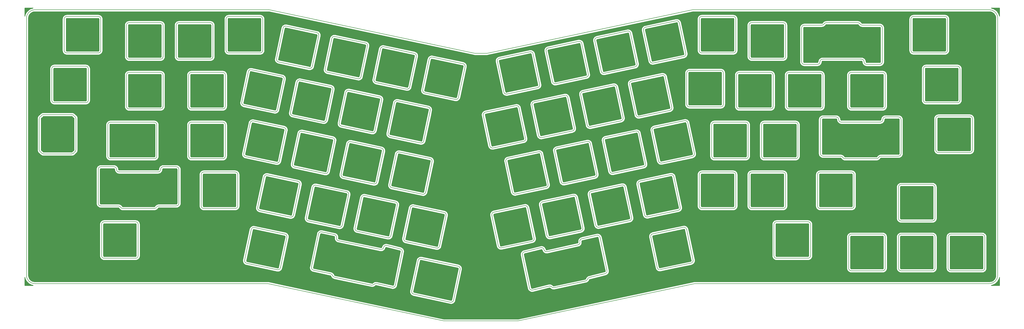
<source format=gbr>
%TF.GenerationSoftware,KiCad,Pcbnew,5.1.7-a382d34a8~88~ubuntu20.04.1*%
%TF.CreationDate,2021-03-29T21:28:32+02:00*%
%TF.ProjectId,basketweave_plate,6261736b-6574-4776-9561-76655f706c61,rev?*%
%TF.SameCoordinates,Original*%
%TF.FileFunction,Copper,L1,Top*%
%TF.FilePolarity,Positive*%
%FSLAX46Y46*%
G04 Gerber Fmt 4.6, Leading zero omitted, Abs format (unit mm)*
G04 Created by KiCad (PCBNEW 5.1.7-a382d34a8~88~ubuntu20.04.1) date 2021-03-29 21:28:32*
%MOMM*%
%LPD*%
G01*
G04 APERTURE LIST*
%TA.AperFunction,Profile*%
%ADD10C,0.200000*%
%TD*%
%TA.AperFunction,NonConductor*%
%ADD11C,0.254000*%
%TD*%
%TA.AperFunction,NonConductor*%
%ADD12C,0.150000*%
%TD*%
G04 APERTURE END LIST*
D10*
X41232017Y-81151193D02*
G75*
G02*
X41923000Y-82102250I-309017J-951057D01*
G01*
X28613983Y-81151193D02*
G75*
G03*
X27923000Y-82102250I309017J-951057D01*
G01*
X41232017Y-95053307D02*
G75*
G03*
X41923000Y-94102250I-309017J951057D01*
G01*
X41923000Y-82102250D02*
X41923000Y-94102250D01*
X27923000Y-94102250D02*
X27923000Y-82102250D01*
X28613983Y-95053307D02*
G75*
G02*
X27923000Y-94102250I309017J951057D01*
G01*
X45687500Y-62056250D02*
G75*
G02*
X46687500Y-63056250I0J-1000000D01*
G01*
X33687500Y-76056250D02*
G75*
G02*
X32687500Y-75056250I0J1000000D01*
G01*
X45687500Y-76056250D02*
X33687500Y-76056250D01*
X32687500Y-75056250D02*
X32687500Y-63056250D01*
X46687500Y-63056250D02*
X46687500Y-75056250D01*
X32687500Y-63056250D02*
G75*
G02*
X33687500Y-62056250I1000000J0D01*
G01*
X46687500Y-75056250D02*
G75*
G02*
X45687500Y-76056250I-1000000J0D01*
G01*
X33687500Y-62056250D02*
X45687500Y-62056250D01*
X380062500Y-63056250D02*
X380062500Y-75056250D01*
X380062500Y-75056250D02*
G75*
G02*
X379062500Y-76056250I-1000000J0D01*
G01*
X379062500Y-76056250D02*
X367062500Y-76056250D01*
X379062500Y-62056250D02*
G75*
G02*
X380062500Y-63056250I0J-1000000D01*
G01*
X366062500Y-63056250D02*
G75*
G02*
X367062500Y-62056250I1000000J0D01*
G01*
X367062500Y-62056250D02*
X379062500Y-62056250D01*
X367062500Y-76056250D02*
G75*
G02*
X366062500Y-75056250I0J1000000D01*
G01*
X366062500Y-75056250D02*
X366062500Y-63056250D01*
X174042718Y-135612290D02*
X188110514Y-138588750D01*
X262550733Y-126213914D02*
X274308691Y-123729750D01*
X222919320Y-146203910D02*
G75*
G02*
X223870377Y-146512927I207912J-978148D01*
G01*
X216582162Y-147756903D02*
G75*
G02*
X215396102Y-146986669I-207913J978147D01*
G01*
X264275437Y-139137745D02*
X261780497Y-127399974D01*
X185199748Y-152366756D02*
X171131956Y-149306356D01*
X139360791Y-141511067D02*
G75*
G02*
X140103936Y-142180198I-207912J-978148D01*
G01*
X234682251Y-129274901D02*
G75*
G02*
X235452488Y-128088840I978149J207912D01*
G01*
X172856659Y-136382527D02*
G75*
G02*
X174042718Y-135612290I978148J-207911D01*
G01*
X188880750Y-139774810D02*
X186385808Y-151596520D01*
X277219454Y-137423814D02*
X265461496Y-139907981D01*
X170361720Y-148120298D02*
X172856660Y-136382527D01*
X171131956Y-149306356D02*
G75*
G02*
X170361720Y-148120298I207911J978147D01*
G01*
X277989690Y-136237756D02*
G75*
G02*
X277219454Y-137423814I-978147J-207911D01*
G01*
X245093662Y-140263905D02*
X242390810Y-127547986D01*
X275494750Y-124499985D02*
X277989690Y-136237756D01*
X261780496Y-127399973D02*
G75*
G02*
X262550733Y-126213914I978148J207911D01*
G01*
X222155094Y-133045853D02*
G75*
G02*
X220969033Y-132275618I-207913J978148D01*
G01*
X186385808Y-151596520D02*
G75*
G02*
X185199748Y-152366756I-978148J207912D01*
G01*
X265461497Y-139907981D02*
G75*
G02*
X264275437Y-139137745I-207912J978148D01*
G01*
X219782974Y-131505383D02*
G75*
G02*
X220969033Y-132275618I207912J-978147D01*
G01*
X274308691Y-123729750D02*
G75*
G02*
X275494750Y-124499985I207912J-978147D01*
G01*
X188110514Y-138588750D02*
G75*
G02*
X188880750Y-139774810I-207912J-978148D01*
G01*
X237572355Y-143607629D02*
G75*
G02*
X236829210Y-144276759I-951056J309018D01*
G01*
X140847080Y-142849328D02*
G75*
G02*
X140103936Y-142180198I207911J978147D01*
G01*
X224821433Y-146821944D02*
G75*
G02*
X223870377Y-146512927I-207912J978147D01*
G01*
X164115750Y-145861430D02*
G75*
G02*
X162929690Y-146631666I-978148J207912D01*
G01*
X212693251Y-134270750D02*
G75*
G02*
X213463486Y-133084691I978147J207912D01*
G01*
X140810796Y-126484166D02*
G75*
G02*
X141581031Y-127670225I-207912J-978147D01*
G01*
X215396102Y-146986669D02*
X212693250Y-134270750D01*
X216582162Y-147756903D02*
X222919320Y-146203910D01*
X132801383Y-140116821D02*
G75*
G02*
X132031146Y-138930762I207911J978148D01*
G01*
X235452488Y-128088840D02*
X241204750Y-126777750D01*
X162929690Y-146631666D02*
X156899964Y-145234235D01*
X159612251Y-131432943D02*
G75*
G02*
X158426191Y-132203179I-978148J207912D01*
G01*
X237572356Y-143607629D02*
G75*
G02*
X238315500Y-142938500I951055J-309017D01*
G01*
X140810795Y-126484165D02*
X135920057Y-125444607D01*
X238315500Y-142938500D02*
X244323425Y-141449966D01*
X155948909Y-145543252D02*
G75*
G02*
X156899964Y-145234235I743144J-669129D01*
G01*
X132801382Y-140116821D02*
X139360791Y-141511067D01*
X155948908Y-145543252D02*
G75*
G02*
X154997851Y-145852269I-743145J669131D01*
G01*
X241204750Y-126777750D02*
G75*
G02*
X242390810Y-127547986I207912J-978148D01*
G01*
X165960728Y-131959452D02*
G75*
G02*
X166730965Y-133145511I-207911J-978148D01*
G01*
X154997851Y-145852269D02*
X140847080Y-142849328D01*
X132031146Y-138930762D02*
X134733998Y-126214843D01*
X222155094Y-133045853D02*
X233912016Y-130460961D01*
X234682254Y-129274901D02*
G75*
G02*
X233912016Y-130460961I-978149J-207911D01*
G01*
X236829210Y-144276759D02*
X224821433Y-146821944D01*
X165960728Y-131959452D02*
X160798310Y-130662706D01*
X134733998Y-126214844D02*
G75*
G02*
X135920057Y-125444607I978148J-207911D01*
G01*
X142351267Y-128856284D02*
X158426191Y-132203179D01*
X164115750Y-145861430D02*
X166730965Y-133145511D01*
X245093662Y-140263905D02*
G75*
G02*
X244323425Y-141449966I-978149J-207912D01*
G01*
X219782974Y-131505383D02*
X213463486Y-133084691D01*
X142351268Y-128856284D02*
G75*
G02*
X141581031Y-127670225I207911J978148D01*
G01*
X159612250Y-131432942D02*
G75*
G02*
X160798310Y-130662706I978148J-207912D01*
G01*
X168105032Y-129187375D02*
G75*
G02*
X167334796Y-128001317I207911J978147D01*
G01*
X29525250Y-80559500D02*
X40325250Y-80559500D01*
X41238795Y-95047487D02*
G75*
G02*
X40325250Y-95640750I-913545J406737D01*
G01*
X28611705Y-81152763D02*
G75*
G02*
X29525250Y-80559500I913545J-406737D01*
G01*
X28611705Y-95047487D02*
G75*
G03*
X29525250Y-95640750I913545J406737D01*
G01*
X29525250Y-95640750D02*
X40325250Y-95640750D01*
X41238795Y-81152763D02*
G75*
G03*
X40325250Y-80559500I-913545J-406737D01*
G01*
X334680250Y-83487500D02*
G75*
G02*
X333680250Y-82487500I0J1000000D01*
G01*
X80331250Y-115537500D02*
X73625301Y-115537501D01*
X56455250Y-100537500D02*
G75*
G02*
X57455250Y-101537500I0J-1000000D01*
G01*
X58455250Y-102537500D02*
G75*
G02*
X57455250Y-101537500I0J1000000D01*
G01*
X56455250Y-100537500D02*
X51455250Y-100537500D01*
X332680250Y-81487500D02*
X327680250Y-81487500D01*
X50455250Y-101537500D02*
G75*
G02*
X51455250Y-100537500I1000000J0D01*
G01*
X327680250Y-96487500D02*
G75*
G02*
X326680250Y-95487500I0J1000000D01*
G01*
X50455250Y-114537500D02*
X50455250Y-101537500D01*
X80331250Y-100537500D02*
X75331250Y-100537500D01*
X350556250Y-82487500D02*
G75*
G02*
X351556250Y-81487500I1000000J0D01*
G01*
X80331250Y-100537500D02*
G75*
G02*
X81331250Y-101537500I0J-1000000D01*
G01*
X81331250Y-114537500D02*
X81331250Y-101537500D01*
X72759276Y-116037501D02*
G75*
G02*
X73625301Y-115537501I866025J-500000D01*
G01*
X332680250Y-81487500D02*
G75*
G02*
X333680250Y-82487500I0J-1000000D01*
G01*
X59893250Y-116537501D02*
G75*
G02*
X59027225Y-116037501I0J1000000D01*
G01*
X74331251Y-101537500D02*
G75*
G02*
X73331250Y-102537501I-1000001J0D01*
G01*
X327680250Y-96487500D02*
X334386200Y-96487501D01*
X72759275Y-116037501D02*
G75*
G02*
X71893250Y-116537501I-866025J500000D01*
G01*
X357556250Y-95487500D02*
X357556250Y-82487500D01*
X58161200Y-115537501D02*
G75*
G02*
X59027225Y-116037501I0J-1000000D01*
G01*
X81331250Y-114537500D02*
G75*
G02*
X80331250Y-115537500I-1000000J0D01*
G01*
X74331250Y-101537500D02*
G75*
G02*
X75331250Y-100537500I1000000J0D01*
G01*
X342388500Y-59387500D02*
G75*
G02*
X343388500Y-60387500I0J-1000000D01*
G01*
X51455250Y-115537500D02*
G75*
G02*
X50455250Y-114537500I0J1000000D01*
G01*
X328950500Y-45387499D02*
X340950500Y-45387499D01*
X320512500Y-61387500D02*
G75*
G02*
X319512500Y-60387500I0J1000000D01*
G01*
X327512500Y-59387499D02*
X342388500Y-59387500D01*
X344388500Y-61387500D02*
G75*
G02*
X343388500Y-60387500I0J1000000D01*
G01*
X328084475Y-45887499D02*
G75*
G02*
X328950500Y-45387499I866025J-500000D01*
G01*
X319512500Y-47387500D02*
G75*
G02*
X320512500Y-46387500I1000000J0D01*
G01*
X350388500Y-60387500D02*
G75*
G02*
X349388500Y-61387500I-1000000J0D01*
G01*
X340950500Y-45387499D02*
G75*
G02*
X341816525Y-45887499I0J-1000000D01*
G01*
X326512500Y-60387500D02*
G75*
G02*
X325512500Y-61387500I-1000000J0D01*
G01*
X350388500Y-47387500D02*
X350388500Y-60387500D01*
X344388500Y-61387500D02*
X349388500Y-61387500D01*
X320512500Y-61387500D02*
X325512500Y-61387500D01*
X343388500Y-60387500D02*
X343388500Y-60387500D01*
X349388500Y-46387500D02*
G75*
G02*
X350388500Y-47387500I0J-1000000D01*
G01*
X51455250Y-115537500D02*
X58161200Y-115537501D01*
X319512500Y-47387500D02*
X319512500Y-60387500D01*
X342682550Y-46387499D02*
G75*
G02*
X341816525Y-45887499I0J1000000D01*
G01*
X320512500Y-46387500D02*
X327218449Y-46387499D01*
X326512499Y-60387500D02*
G75*
G02*
X327512500Y-59387499I1000001J0D01*
G01*
X328084474Y-45887499D02*
G75*
G02*
X327218449Y-46387499I-866025J500000D01*
G01*
X326512500Y-60387500D02*
X326512500Y-60387500D01*
X169618875Y-70060049D02*
G75*
G02*
X168432815Y-70830285I-978148J207912D01*
G01*
X175328757Y-72296060D02*
G75*
G02*
X174558521Y-71110002I207911J978147D01*
G01*
X172113816Y-58322278D02*
X169618874Y-70060048D01*
X171343580Y-57136218D02*
G75*
G02*
X172113816Y-58322278I-207912J-978148D01*
G01*
X174558521Y-71110002D02*
X177053461Y-59372231D01*
X168432815Y-70830285D02*
X156695045Y-68335343D01*
X155924809Y-67149285D02*
X158419749Y-55411514D01*
X177053460Y-59372231D02*
G75*
G02*
X178239519Y-58601994I978148J-207911D01*
G01*
X178239519Y-58601994D02*
X189977291Y-61096935D01*
X190747528Y-62282995D02*
X188252586Y-74020765D01*
X161280947Y-87763355D02*
X163775887Y-76025584D01*
X156695045Y-68335343D02*
G75*
G02*
X155924809Y-67149285I207911J978147D01*
G01*
X188252587Y-74020766D02*
G75*
G02*
X187066527Y-74791002I-978148J207912D01*
G01*
X189977292Y-61096935D02*
G75*
G02*
X190747528Y-62282995I-207912J-978148D01*
G01*
X173788953Y-91444355D02*
X162051183Y-88949413D01*
X164961945Y-75255347D02*
X176699717Y-77750288D01*
X163775886Y-76025584D02*
G75*
G02*
X164961945Y-75255347I978148J-207911D01*
G01*
X174975013Y-90674119D02*
G75*
G02*
X173788953Y-91444355I-978148J207912D01*
G01*
X159605807Y-54641277D02*
X171343579Y-57136218D01*
X158419748Y-55411514D02*
G75*
G02*
X159605807Y-54641277I978148J-207911D01*
G01*
X187066527Y-74791002D02*
X175328757Y-72296060D01*
X138061333Y-64374625D02*
G75*
G02*
X137291097Y-63188567I207911J978147D01*
G01*
X153480104Y-54361560D02*
X150985162Y-66099330D01*
X131165392Y-62908849D02*
X119427622Y-60413907D01*
X119427622Y-60413907D02*
G75*
G02*
X118657386Y-59227849I207911J978147D01*
G01*
X140972095Y-50680559D02*
X152709867Y-53175500D01*
X149799103Y-66869567D02*
X138061333Y-64374625D01*
X150985163Y-66099331D02*
G75*
G02*
X149799103Y-66869567I-978148J207912D01*
G01*
X134076157Y-49214782D02*
G75*
G02*
X134846393Y-50400842I-207912J-978148D01*
G01*
X137291097Y-63188567D02*
X139786037Y-51450796D01*
X122338384Y-46719841D02*
X134076156Y-49214782D01*
X139786036Y-51450796D02*
G75*
G02*
X140972095Y-50680559I978148J-207911D01*
G01*
X152709868Y-53175500D02*
G75*
G02*
X153480104Y-54361560I-207912J-978148D01*
G01*
X349388500Y-46387500D02*
X342682550Y-46387499D01*
X121152325Y-47490078D02*
G75*
G02*
X122338384Y-46719841I978148J-207911D01*
G01*
X132351452Y-62138613D02*
G75*
G02*
X131165392Y-62908849I-978148J207912D01*
G01*
X118657386Y-59227849D02*
X121152326Y-47490078D01*
X134846393Y-50400842D02*
X132351451Y-62138612D01*
X238697769Y-85424575D02*
G75*
G02*
X237511709Y-84654339I-207912J978148D01*
G01*
X259006618Y-48341779D02*
G75*
G02*
X259776855Y-47155720I978148J207911D01*
G01*
X242867848Y-64040268D02*
X240372908Y-52302497D01*
X217153294Y-75691226D02*
X228891065Y-73196286D01*
X235016768Y-72916567D02*
G75*
G02*
X235787005Y-71730508I978148J207911D01*
G01*
X222509432Y-55077155D02*
X234247203Y-52582215D01*
X221739195Y-56263214D02*
G75*
G02*
X222509432Y-55077155I978148J207911D01*
G01*
X259776855Y-47155720D02*
X271514626Y-44660780D01*
X218524254Y-70236999D02*
X206786483Y-72731940D01*
X206786484Y-72731940D02*
G75*
G02*
X205600424Y-71961704I-207912J978148D01*
G01*
X255791678Y-62315563D02*
X244053907Y-64810504D01*
X256145421Y-80693621D02*
X253650481Y-68955850D01*
X225420196Y-68771222D02*
G75*
G02*
X224234136Y-68000986I-207912J978148D01*
G01*
X216799550Y-57313169D02*
X219294490Y-69050940D01*
X275195625Y-57168788D02*
G75*
G02*
X274425389Y-58354846I-978147J-207911D01*
G01*
X216383057Y-76877285D02*
G75*
G02*
X217153294Y-75691226I978148J207911D01*
G01*
X261501559Y-60079551D02*
X259006619Y-48341780D01*
X257331481Y-81463857D02*
G75*
G02*
X256145421Y-80693621I-207912J978148D01*
G01*
X254066974Y-49391733D02*
X256561914Y-61129504D01*
X219294490Y-69050941D02*
G75*
G02*
X218524254Y-70236999I-978147J-207911D01*
G01*
X262687619Y-60849787D02*
G75*
G02*
X261501559Y-60079551I-207912J978148D01*
G01*
X391318750Y-40481250D02*
G75*
G02*
X394493750Y-43656250I0J-3175000D01*
G01*
X23018750Y-43656250D02*
G75*
G02*
X26193750Y-40481250I3175000J0D01*
G01*
X182562500Y-159543750D02*
X211137500Y-159543750D01*
X248710835Y-70005804D02*
X251205775Y-81743575D01*
X201430346Y-93346010D02*
G75*
G02*
X200244286Y-92575774I-207912J978148D01*
G01*
X213168116Y-90851069D02*
X201430345Y-93346010D01*
X244053908Y-64810504D02*
G75*
G02*
X242867848Y-64040268I-207912J978148D01*
G01*
X231801828Y-86890352D02*
X220064057Y-89385293D01*
X215613491Y-56542934D02*
G75*
G02*
X216799550Y-57313169I207912J-978147D01*
G01*
X234247203Y-52582216D02*
G75*
G02*
X235433262Y-53352451I207912J-978147D01*
G01*
X218877998Y-88615057D02*
X216383058Y-76877286D01*
X197749345Y-80838002D02*
G75*
G02*
X198519582Y-79651943I978148J207911D01*
G01*
X266158488Y-65274851D02*
G75*
G02*
X267344547Y-66045086I207912J-978147D01*
G01*
X198519582Y-79651943D02*
X210257353Y-77157003D01*
X211443412Y-77927239D02*
X213938352Y-89665010D01*
X232572064Y-85704294D02*
G75*
G02*
X231801828Y-86890352I-978147J-207911D01*
G01*
X210257353Y-77157004D02*
G75*
G02*
X211443412Y-77927239I207912J-978147D01*
G01*
X200244286Y-92575774D02*
X197749346Y-80838003D01*
X272700685Y-45431016D02*
X275195625Y-57168787D01*
X271514626Y-44660781D02*
G75*
G02*
X272700685Y-45431016I207912J-978147D01*
G01*
X230077124Y-73966522D02*
X232572064Y-85704293D01*
X213938352Y-89665011D02*
G75*
G02*
X213168116Y-90851069I-978147J-207911D01*
G01*
X241143144Y-51116437D02*
X252880915Y-48621497D01*
X256561914Y-61129505D02*
G75*
G02*
X255791678Y-62315563I-978147J-207911D01*
G01*
X240372907Y-52302496D02*
G75*
G02*
X241143144Y-51116437I978148J207911D01*
G01*
X251205775Y-81743576D02*
G75*
G02*
X250435539Y-82929634I-978147J-207911D01*
G01*
X237928202Y-65090223D02*
G75*
G02*
X237157966Y-66276281I-978147J-207911D01*
G01*
X224234136Y-68000986D02*
X221739196Y-56263215D01*
X203875720Y-59037873D02*
X215613491Y-56542933D01*
X220064058Y-89385293D02*
G75*
G02*
X218877998Y-88615057I-207912J978148D01*
G01*
X250435539Y-82929634D02*
X238697768Y-85424575D01*
X235433262Y-53352451D02*
X237928202Y-65090222D01*
X203105483Y-60223932D02*
G75*
G02*
X203875720Y-59037873I978148J207911D01*
G01*
X237157966Y-66276281D02*
X225420195Y-68771222D01*
X205600424Y-71961704D02*
X203105484Y-60223933D01*
X391318750Y-145256250D02*
X278606250Y-145256250D01*
X394493750Y-142081250D02*
G75*
G02*
X391318750Y-145256250I-3175000J0D01*
G01*
X274425389Y-58354846D02*
X262687618Y-60849787D01*
X228891065Y-73196287D02*
G75*
G02*
X230077124Y-73966522I207912J-978147D01*
G01*
X237511709Y-84654339D02*
X235016769Y-72916568D01*
X235787005Y-71730508D02*
X247524776Y-69235568D01*
X252880915Y-48621498D02*
G75*
G02*
X254066974Y-49391733I207912J-978147D01*
G01*
X247524776Y-69235569D02*
G75*
G02*
X248710835Y-70005804I207912J-978147D01*
G01*
X357537500Y-126350000D02*
X369537500Y-126350000D01*
X388537500Y-126350000D02*
G75*
G02*
X389537500Y-127350000I0J-1000000D01*
G01*
X370537500Y-139350000D02*
G75*
G02*
X369537500Y-140350000I-1000000J0D01*
G01*
X26193750Y-145256250D02*
X115443000Y-145256250D01*
X391318750Y-40481250D02*
X277812500Y-40481250D01*
X357537500Y-140350000D02*
G75*
G02*
X356537500Y-139350000I0J1000000D01*
G01*
X369537500Y-126350000D02*
G75*
G02*
X370537500Y-127350000I0J-1000000D01*
G01*
X370537500Y-127350000D02*
X370537500Y-139350000D01*
X199231250Y-57150000D02*
X194468750Y-57150000D01*
X356537500Y-127350000D02*
G75*
G02*
X357537500Y-126350000I1000000J0D01*
G01*
X23018750Y-43656250D02*
X23018750Y-142081250D01*
X388537500Y-140350000D02*
X376537500Y-140350000D01*
X369537500Y-140350000D02*
X357537500Y-140350000D01*
X389537500Y-139350000D02*
G75*
G02*
X388537500Y-140350000I-1000000J0D01*
G01*
X350487500Y-126350000D02*
G75*
G02*
X351487500Y-127350000I0J-1000000D01*
G01*
X278606250Y-145256250D02*
X211137500Y-159543750D01*
X115443000Y-145256250D02*
X182562500Y-159543750D01*
X277812500Y-40481250D02*
X199231250Y-57150000D01*
X26193750Y-145256250D02*
G75*
G02*
X23018750Y-142081250I0J3175000D01*
G01*
X115887500Y-40481250D02*
X194468750Y-57150000D01*
X376537500Y-126350000D02*
X388537500Y-126350000D01*
X26193750Y-40481250D02*
X115887500Y-40481250D01*
X375537500Y-139350000D02*
X375537500Y-127350000D01*
X376537500Y-140350000D02*
G75*
G02*
X375537500Y-139350000I0J1000000D01*
G01*
X394493750Y-43656250D02*
X394493750Y-142081250D01*
X389537500Y-127350000D02*
X389537500Y-139350000D01*
X375537500Y-127350000D02*
G75*
G02*
X376537500Y-126350000I1000000J0D01*
G01*
X356537500Y-139350000D02*
X356537500Y-127350000D01*
X177397429Y-97374179D02*
G75*
G02*
X178167665Y-98560239I-207912J-978148D01*
G01*
X162748894Y-108573304D02*
G75*
G02*
X161978658Y-107387246I207911J978147D01*
G01*
X149471320Y-125226657D02*
G75*
G02*
X148701084Y-124040599I207911J978147D01*
G01*
X175672724Y-110298010D02*
G75*
G02*
X174486664Y-111068246I-978148J207912D01*
G01*
X161209090Y-127721599D02*
X149471320Y-125226657D01*
X115114658Y-103611156D02*
X126852430Y-106106097D01*
X125127726Y-119029928D02*
G75*
G02*
X123941666Y-119800164I-978148J207912D01*
G01*
X159533953Y-94599522D02*
X157039011Y-106337292D01*
X108954436Y-124567914D02*
G75*
G02*
X110140495Y-123797677I978148J-207911D01*
G01*
X120153563Y-139216449D02*
G75*
G02*
X118967503Y-139986685I-978148J207912D01*
G01*
X121878268Y-126292618D02*
G75*
G02*
X122648504Y-127478678I-207912J-978148D01*
G01*
X123941666Y-119800164D02*
X112203896Y-117305222D01*
X162395150Y-126951363D02*
G75*
G02*
X161209090Y-127721599I-978148J207912D01*
G01*
X122648504Y-127478678D02*
X120153562Y-139216448D01*
X107229733Y-137491743D02*
G75*
G02*
X106459497Y-136305685I207911J978147D01*
G01*
X110140495Y-123797677D02*
X121878267Y-126292618D01*
X113928599Y-104381393D02*
G75*
G02*
X115114658Y-103611156I978148J-207911D01*
G01*
X158763717Y-93413462D02*
G75*
G02*
X159533953Y-94599522I-207912J-978148D01*
G01*
X161978658Y-107387246D02*
X164473598Y-95649475D01*
X127622667Y-107292157D02*
X125127725Y-119029927D01*
X106459497Y-136305685D02*
X108954437Y-124567914D01*
X171015794Y-115493309D02*
X182753566Y-117988250D01*
X152382082Y-111532591D02*
X164119854Y-114027532D01*
X144115182Y-104612587D02*
G75*
G02*
X143344946Y-103426529I207911J978147D01*
G01*
X145839885Y-91688758D02*
G75*
G02*
X147025944Y-90918521I978148J-207911D01*
G01*
X133748370Y-107571874D02*
X145486142Y-110066815D01*
X145486143Y-110066815D02*
G75*
G02*
X146256379Y-111252875I-207912J-978148D01*
G01*
X151196023Y-112302828D02*
G75*
G02*
X152382082Y-111532591I978148J-207911D01*
G01*
X164890091Y-115213592D02*
X162395149Y-126951362D01*
X142575378Y-123760882D02*
X130837608Y-121265940D01*
X130067372Y-120079882D02*
X132562312Y-108342111D01*
X148701084Y-124040599D02*
X151196024Y-112302828D01*
X143761438Y-122990646D02*
G75*
G02*
X142575378Y-123760882I-978148J207912D01*
G01*
X164473597Y-95649475D02*
G75*
G02*
X165659656Y-94879238I978148J-207911D01*
G01*
X132562311Y-108342111D02*
G75*
G02*
X133748370Y-107571874I978148J-207911D01*
G01*
X130837608Y-121265940D02*
G75*
G02*
X130067372Y-120079882I207911J978147D01*
G01*
X146256379Y-111252875D02*
X143761437Y-122990645D01*
X165659656Y-94879238D02*
X177397428Y-97374179D01*
X164119855Y-114027532D02*
G75*
G02*
X164890091Y-115213592I-207912J-978148D01*
G01*
X111433660Y-116119164D02*
X113928600Y-104381393D01*
X126852431Y-106106097D02*
G75*
G02*
X127622667Y-107292157I-207912J-978148D01*
G01*
X112203896Y-117305222D02*
G75*
G02*
X111433660Y-116119164I207911J978147D01*
G01*
X118967503Y-139986685D02*
X107229733Y-137491743D01*
X157039012Y-106337293D02*
G75*
G02*
X155852952Y-107107529I-978148J207912D01*
G01*
X174486664Y-111068246D02*
X162748894Y-108573304D01*
X178167665Y-98560239D02*
X175672723Y-110298009D01*
X120798583Y-65868135D02*
G75*
G02*
X121568819Y-67054195I-207912J-978148D01*
G01*
X139432295Y-69828853D02*
G75*
G02*
X140202531Y-71014913I-207912J-978148D01*
G01*
X140202531Y-71014913D02*
X137707589Y-82752683D01*
X127206173Y-87728040D02*
G75*
G02*
X128392232Y-86957803I978148J-207911D01*
G01*
X140130005Y-89452744D02*
G75*
G02*
X140900241Y-90638804I-207912J-978148D01*
G01*
X125481470Y-100651869D02*
G75*
G02*
X124711234Y-99465811I207911J978147D01*
G01*
X140900241Y-90638804D02*
X138405299Y-102376574D01*
X147025944Y-90918521D02*
X158763716Y-93413462D01*
X119073878Y-78791966D02*
G75*
G02*
X117887818Y-79562202I-978148J207912D01*
G01*
X126508463Y-68104149D02*
G75*
G02*
X127694522Y-67333912I978148J-207911D01*
G01*
X124013524Y-79841920D02*
X126508464Y-68104149D01*
X118585528Y-99186093D02*
X106847758Y-96691151D01*
X124711234Y-99465811D02*
X127206174Y-87728040D01*
X155852952Y-107107529D02*
X144115182Y-104612587D01*
X143344946Y-103426529D02*
X145839886Y-91688758D01*
X143417472Y-84988695D02*
G75*
G02*
X142647236Y-83802637I207911J978147D01*
G01*
X109758520Y-82997085D02*
X121496292Y-85492026D01*
X136521530Y-83522920D02*
X124783760Y-81027978D01*
X176699718Y-77750288D02*
G75*
G02*
X177469954Y-78936348I-207912J-978148D01*
G01*
X177469954Y-78936348D02*
X174975012Y-90674118D01*
X155155242Y-87483637D02*
X143417472Y-84988695D01*
X145142175Y-72064866D02*
G75*
G02*
X146328234Y-71294629I978148J-207911D01*
G01*
X106150048Y-77067260D02*
G75*
G02*
X105379812Y-75881202I207911J978147D01*
G01*
X106077522Y-95505093D02*
X108572462Y-83767322D01*
X127694522Y-67333912D02*
X139432294Y-69828853D01*
X108572461Y-83767322D02*
G75*
G02*
X109758520Y-82997085I978148J-207911D01*
G01*
X106847758Y-96691151D02*
G75*
G02*
X106077522Y-95505093I207911J978147D01*
G01*
X156341302Y-86713401D02*
G75*
G02*
X155155242Y-87483637I-978148J207912D01*
G01*
X105379812Y-75881202D02*
X107874752Y-64143431D01*
X142647236Y-83802637D02*
X145142176Y-72064866D01*
X117887818Y-79562202D02*
X106150048Y-77067260D01*
X121568819Y-67054195D02*
X119073877Y-78791965D01*
X121496293Y-85492026D02*
G75*
G02*
X122266529Y-86678086I-207912J-978148D01*
G01*
X158836243Y-74975630D02*
X156341301Y-86713400D01*
X137707590Y-82752684D02*
G75*
G02*
X136521530Y-83522920I-978148J207912D01*
G01*
X109060810Y-63373194D02*
X120798582Y-65868135D01*
X122266529Y-86678086D02*
X119771587Y-98415856D01*
X128392232Y-86957803D02*
X140130004Y-89452744D01*
X137219240Y-103146811D02*
X125481470Y-100651869D01*
X138405300Y-102376575D02*
G75*
G02*
X137219240Y-103146811I-978148J207912D01*
G01*
X158066007Y-73789570D02*
G75*
G02*
X158836243Y-74975630I-207912J-978148D01*
G01*
X146328234Y-71294629D02*
X158066006Y-73789570D01*
X119771588Y-98415857D02*
G75*
G02*
X118585528Y-99186093I-978148J207912D01*
G01*
X124783760Y-81027978D02*
G75*
G02*
X124013524Y-79841920I207911J978147D01*
G01*
X162051183Y-88949413D02*
G75*
G02*
X161280947Y-87763355I207911J978147D01*
G01*
X107874751Y-64143431D02*
G75*
G02*
X109060810Y-63373194I978148J-207911D01*
G01*
X216431123Y-129108672D02*
X204693352Y-131603613D01*
X259824921Y-99387108D02*
G75*
G02*
X259054685Y-100573166I-978147J-207911D01*
G01*
X265950627Y-99107390D02*
G75*
G02*
X264764567Y-98337154I-207912J978148D01*
G01*
X264764567Y-98337154D02*
X262269627Y-86599383D01*
X247316915Y-103068107D02*
G75*
G02*
X246130855Y-102297871I-207912J978148D01*
G01*
X222141005Y-126872660D02*
X219646065Y-115134889D01*
X225002202Y-94520817D02*
G75*
G02*
X225772439Y-93334758I978148J207911D01*
G01*
X222557498Y-107308544D02*
G75*
G02*
X221787262Y-108494602I-978147J-207911D01*
G01*
X210049492Y-110989543D02*
G75*
G02*
X208863432Y-110219307I-207912J978148D01*
G01*
X218876499Y-94800537D02*
G75*
G02*
X220062558Y-95570772I207912J-978147D01*
G01*
X278458633Y-95426391D02*
G75*
G02*
X277688397Y-96612449I-978147J-207911D01*
G01*
X275963693Y-83688619D02*
X278458633Y-95426390D01*
X243635914Y-90560099D02*
G75*
G02*
X244406151Y-89374040I978148J207911D01*
G01*
X225772439Y-93334758D02*
X237510210Y-90839818D01*
X220062558Y-95570772D02*
X222557498Y-107308543D01*
X208863432Y-110219307D02*
X206368492Y-98481536D01*
X254420717Y-67769790D02*
X266158488Y-65274850D01*
X267344547Y-66045086D02*
X269839487Y-77782857D01*
X263039863Y-85413323D02*
X274777634Y-82918383D01*
X240420973Y-104533884D02*
X228683202Y-107028825D01*
X237510210Y-90839819D02*
G75*
G02*
X238696269Y-91610054I207912J-978147D01*
G01*
X256143922Y-86879101D02*
G75*
G02*
X257329981Y-87649336I207912J-978147D01*
G01*
X238696269Y-91610054D02*
X241191209Y-103347825D01*
X241191209Y-103347826D02*
G75*
G02*
X240420973Y-104533884I-978147J-207911D01*
G01*
X207138728Y-97295476D02*
X218876499Y-94800536D01*
X277688397Y-96612449D02*
X265950626Y-99107390D01*
X269069251Y-78968916D02*
X257331480Y-81463857D01*
X269839487Y-77782858D02*
G75*
G02*
X269069251Y-78968916I-978147J-207911D01*
G01*
X257329981Y-87649336D02*
X259824921Y-99387107D01*
X253650480Y-68955849D02*
G75*
G02*
X254420717Y-67769790I978148J207911D01*
G01*
X244406151Y-89374040D02*
X256143922Y-86879100D01*
X204693353Y-131603613D02*
G75*
G02*
X203507293Y-130833377I-207912J978148D01*
G01*
X213520360Y-115414607D02*
G75*
G02*
X214706419Y-116184842I207912J-978147D01*
G01*
X246130855Y-102297871D02*
X243635915Y-90560100D01*
X203507293Y-130833377D02*
X201012353Y-119095606D01*
X262269626Y-86599382D02*
G75*
G02*
X263039863Y-85413323I978148J207911D01*
G01*
X217201359Y-127922614D02*
G75*
G02*
X216431123Y-129108672I-978147J-207911D01*
G01*
X259054685Y-100573166D02*
X247316914Y-103068107D01*
X228683203Y-107028825D02*
G75*
G02*
X227497143Y-106258589I-207912J978148D01*
G01*
X201782589Y-117909546D02*
X213520360Y-115414606D01*
X227497143Y-106258589D02*
X225002203Y-94520818D01*
X214706419Y-116184842D02*
X217201359Y-127922613D01*
X221787262Y-108494602D02*
X210049491Y-110989543D01*
X206368491Y-98481535D02*
G75*
G02*
X207138728Y-97295476I978148J207911D01*
G01*
X274777634Y-82918384D02*
G75*
G02*
X275963693Y-83688619I207912J-978147D01*
G01*
X201012352Y-119095605D02*
G75*
G02*
X201782589Y-117909546I978148J207911D01*
G01*
X383825000Y-95106250D02*
X371825000Y-95106250D01*
X374300000Y-57006250D02*
X362300000Y-57006250D01*
X38450000Y-43006250D02*
X50450000Y-43006250D01*
X51450000Y-56006250D02*
G75*
G02*
X50450000Y-57006250I-1000000J0D01*
G01*
X75262500Y-58387500D02*
G75*
G02*
X74262500Y-59387500I-1000000J0D01*
G01*
X37450000Y-44006250D02*
G75*
G02*
X38450000Y-43006250I1000000J0D01*
G01*
X375300000Y-56006250D02*
G75*
G02*
X374300000Y-57006250I-1000000J0D01*
G01*
X362300000Y-57006250D02*
G75*
G02*
X361300000Y-56006250I0J1000000D01*
G01*
X361300000Y-44006250D02*
G75*
G02*
X362300000Y-43006250I1000000J0D01*
G01*
X375300000Y-44006250D02*
X375300000Y-56006250D01*
X362300000Y-43006250D02*
X374300000Y-43006250D01*
X361300000Y-56006250D02*
X361300000Y-44006250D01*
X74262500Y-59387500D02*
X62262500Y-59387500D01*
X62262500Y-59387500D02*
G75*
G02*
X61262500Y-58387500I0J1000000D01*
G01*
X371825000Y-81106250D02*
X383825000Y-81106250D01*
X370825000Y-82106250D02*
G75*
G02*
X371825000Y-81106250I1000000J0D01*
G01*
X383825000Y-81106250D02*
G75*
G02*
X384825000Y-82106250I0J-1000000D01*
G01*
X51450000Y-44006250D02*
X51450000Y-56006250D01*
X37450000Y-56006250D02*
X37450000Y-44006250D01*
X50450000Y-57006250D02*
X38450000Y-57006250D01*
X38450000Y-57006250D02*
G75*
G02*
X37450000Y-56006250I0J1000000D01*
G01*
X374300000Y-43006250D02*
G75*
G02*
X375300000Y-44006250I0J-1000000D01*
G01*
X50450000Y-43006250D02*
G75*
G02*
X51450000Y-44006250I0J-1000000D01*
G01*
X384825000Y-94106250D02*
G75*
G02*
X383825000Y-95106250I-1000000J0D01*
G01*
X384825000Y-82106250D02*
X384825000Y-94106250D01*
X370825000Y-94106250D02*
X370825000Y-82106250D01*
X371825000Y-95106250D02*
G75*
G02*
X370825000Y-94106250I0J1000000D01*
G01*
X232154072Y-111453890D02*
G75*
G02*
X233340131Y-112224125I207912J-978147D01*
G01*
X250787784Y-107493172D02*
G75*
G02*
X251973843Y-108263407I207912J-978147D01*
G01*
X169829735Y-116263546D02*
G75*
G02*
X171015794Y-115493309I978148J-207911D01*
G01*
X259408429Y-118951224D02*
X256913489Y-107213453D01*
X183523803Y-119174310D02*
X181028861Y-130912080D01*
X181028862Y-130912081D02*
G75*
G02*
X179842802Y-131682317I-978148J207912D01*
G01*
X257683725Y-106027393D02*
X269421496Y-103532453D01*
X270607555Y-104302689D02*
X273102495Y-116040460D01*
X256913488Y-107213452D02*
G75*
G02*
X257683725Y-106027393I978148J207911D01*
G01*
X253698547Y-121187237D02*
X241960776Y-123682178D01*
X251973843Y-108263407D02*
X254468783Y-120001178D01*
X272332259Y-117226519D02*
X260594488Y-119721460D01*
X254468783Y-120001179D02*
G75*
G02*
X253698547Y-121187237I-978147J-207911D01*
G01*
X241960777Y-123682178D02*
G75*
G02*
X240774717Y-122911942I-207912J978148D01*
G01*
X182753567Y-117988250D02*
G75*
G02*
X183523803Y-119174310I-207912J-978148D01*
G01*
X269421496Y-103532454D02*
G75*
G02*
X270607555Y-104302689I207912J-978147D01*
G01*
X167334796Y-128001317D02*
X169829736Y-116263546D01*
X273102495Y-116040461D02*
G75*
G02*
X272332259Y-117226519I-978147J-207911D01*
G01*
X260594489Y-119721460D02*
G75*
G02*
X259408429Y-118951224I-207912J978148D01*
G01*
X238279776Y-111174170D02*
G75*
G02*
X239050013Y-109988111I978148J207911D01*
G01*
X240774717Y-122911942D02*
X238279777Y-111174171D01*
X179842802Y-131682317D02*
X168105032Y-129187375D01*
X239050013Y-109988111D02*
X250787784Y-107493171D01*
X235064835Y-125147955D02*
X223327064Y-127642896D01*
X220416301Y-113948829D02*
X232154072Y-111453889D01*
X233340131Y-112224125D02*
X235835071Y-123961896D01*
X235835071Y-123961897D02*
G75*
G02*
X235064835Y-125147955I-978147J-207911D01*
G01*
X219646064Y-115134888D02*
G75*
G02*
X220416301Y-113948829I978148J207911D01*
G01*
X223327065Y-127642896D02*
G75*
G02*
X222141005Y-126872660I-207912J978148D01*
G01*
X293337500Y-43006250D02*
G75*
G02*
X294337500Y-44006250I0J-1000000D01*
G01*
X102837500Y-116537500D02*
X90837500Y-116537500D01*
X103837500Y-115537500D02*
G75*
G02*
X102837500Y-116537500I-1000000J0D01*
G01*
X85075000Y-84487500D02*
G75*
G02*
X86075000Y-83487500I1000000J0D01*
G01*
X90837500Y-116537500D02*
G75*
G02*
X89837500Y-115537500I0J1000000D01*
G01*
X98075000Y-97487500D02*
X86075000Y-97487500D01*
X99362500Y-44006250D02*
G75*
G02*
X100362500Y-43006250I1000000J0D01*
G01*
X338487500Y-78437500D02*
G75*
G02*
X337487500Y-77437500I0J1000000D01*
G01*
X300387500Y-59387500D02*
G75*
G02*
X299387500Y-58387500I0J1000000D01*
G01*
X312387500Y-45387500D02*
G75*
G02*
X313387500Y-46387500I0J-1000000D01*
G01*
X99075000Y-65437500D02*
X99075000Y-77437500D01*
X85075000Y-96487500D02*
X85075000Y-84487500D01*
X100362500Y-43006250D02*
X112362500Y-43006250D01*
X89837500Y-103537500D02*
G75*
G02*
X90837500Y-102537500I1000000J0D01*
G01*
X90837500Y-102537500D02*
X102837500Y-102537500D01*
X94312500Y-46387500D02*
X94312500Y-58387500D01*
X80312500Y-46387500D02*
G75*
G02*
X81312500Y-45387500I1000000J0D01*
G01*
X350487500Y-78437500D02*
X338487500Y-78437500D01*
X99075000Y-77437500D02*
G75*
G02*
X98075000Y-78437500I-1000000J0D01*
G01*
X98075000Y-64437500D02*
G75*
G02*
X99075000Y-65437500I0J-1000000D01*
G01*
X113362500Y-44006250D02*
X113362500Y-56006250D01*
X99075000Y-96487500D02*
G75*
G02*
X98075000Y-97487500I-1000000J0D01*
G01*
X86075000Y-64437500D02*
X98075000Y-64437500D01*
X93312500Y-45387500D02*
G75*
G02*
X94312500Y-46387500I0J-1000000D01*
G01*
X103837500Y-103537500D02*
X103837500Y-115537500D01*
X85075000Y-65437500D02*
G75*
G02*
X86075000Y-64437500I1000000J0D01*
G01*
X312387500Y-59387500D02*
X300387500Y-59387500D01*
X80312500Y-58387500D02*
X80312500Y-46387500D01*
X299387500Y-46387500D02*
G75*
G02*
X300387500Y-45387500I1000000J0D01*
G01*
X93312500Y-59387500D02*
X81312500Y-59387500D01*
X94312500Y-58387500D02*
G75*
G02*
X93312500Y-59387500I-1000000J0D01*
G01*
X64737500Y-121587500D02*
G75*
G02*
X65737500Y-122587500I0J-1000000D01*
G01*
X112362500Y-57006250D02*
X100362500Y-57006250D01*
X300387500Y-45387500D02*
X312387500Y-45387500D01*
X102837500Y-102537500D02*
G75*
G02*
X103837500Y-103537500I0J-1000000D01*
G01*
X81312500Y-59387500D02*
G75*
G02*
X80312500Y-58387500I0J1000000D01*
G01*
X52737500Y-121587500D02*
X64737500Y-121587500D01*
X299387500Y-58387500D02*
X299387500Y-46387500D01*
X86075000Y-83487500D02*
X98075000Y-83487500D01*
X86075000Y-97487500D02*
G75*
G02*
X85075000Y-96487500I0J1000000D01*
G01*
X351487500Y-77437500D02*
G75*
G02*
X350487500Y-78437500I-1000000J0D01*
G01*
X99075000Y-84487500D02*
X99075000Y-96487500D01*
X293337500Y-57006250D02*
X281337500Y-57006250D01*
X337487500Y-65437500D02*
G75*
G02*
X338487500Y-64437500I1000000J0D01*
G01*
X294337500Y-56006250D02*
G75*
G02*
X293337500Y-57006250I-1000000J0D01*
G01*
X98075000Y-78437500D02*
X86075000Y-78437500D01*
X281337500Y-57006250D02*
G75*
G02*
X280337500Y-56006250I0J1000000D01*
G01*
X89837500Y-115537500D02*
X89837500Y-103537500D01*
X86075000Y-78437500D02*
G75*
G02*
X85075000Y-77437500I0J1000000D01*
G01*
X98075000Y-83487500D02*
G75*
G02*
X99075000Y-84487500I0J-1000000D01*
G01*
X313387500Y-46387500D02*
X313387500Y-58387500D01*
X280337500Y-44006250D02*
G75*
G02*
X281337500Y-43006250I1000000J0D01*
G01*
X112362500Y-43006250D02*
G75*
G02*
X113362500Y-44006250I0J-1000000D01*
G01*
X294337500Y-44006250D02*
X294337500Y-56006250D01*
X85075000Y-77437500D02*
X85075000Y-65437500D01*
X99362500Y-56006250D02*
X99362500Y-44006250D01*
X281337500Y-43006250D02*
X293337500Y-43006250D01*
X113362500Y-56006250D02*
G75*
G02*
X112362500Y-57006250I-1000000J0D01*
G01*
X100362500Y-57006250D02*
G75*
G02*
X99362500Y-56006250I0J1000000D01*
G01*
X81312500Y-45387500D02*
X93312500Y-45387500D01*
X65737500Y-122587500D02*
X65737500Y-134587500D01*
X337487500Y-77437500D02*
X337487500Y-65437500D01*
X313387500Y-58387500D02*
G75*
G02*
X312387500Y-59387500I-1000000J0D01*
G01*
X280337500Y-56006250D02*
X280337500Y-44006250D01*
X65737500Y-134587500D02*
G75*
G02*
X64737500Y-135587500I-1000000J0D01*
G01*
X64737500Y-135587500D02*
X52737500Y-135587500D01*
X52737500Y-135587500D02*
G75*
G02*
X51737500Y-134587500I0J1000000D01*
G01*
X58455250Y-102537500D02*
X73331250Y-102537501D01*
X54118750Y-96487500D02*
X54118750Y-84487500D01*
X71881250Y-83487500D02*
G75*
G02*
X72881250Y-84487500I0J-1000000D01*
G01*
X74262500Y-78437500D02*
X62262500Y-78437500D01*
X75262500Y-77437500D02*
G75*
G02*
X74262500Y-78437500I-1000000J0D01*
G01*
X62262500Y-78437500D02*
G75*
G02*
X61262500Y-77437500I0J1000000D01*
G01*
X75262500Y-46387500D02*
X75262500Y-58387500D01*
X51737500Y-122587500D02*
G75*
G02*
X52737500Y-121587500I1000000J0D01*
G01*
X55118750Y-83487500D02*
X71881250Y-83487500D01*
X74262500Y-45387500D02*
G75*
G02*
X75262500Y-46387500I0J-1000000D01*
G01*
X62262500Y-45387500D02*
X74262500Y-45387500D01*
X61262500Y-46387500D02*
G75*
G02*
X62262500Y-45387500I1000000J0D01*
G01*
X61262500Y-58387500D02*
X61262500Y-46387500D01*
X71893250Y-116537501D02*
X59893250Y-116537501D01*
X55118750Y-97487500D02*
G75*
G02*
X54118750Y-96487500I0J1000000D01*
G01*
X61262500Y-77437500D02*
X61262500Y-65437500D01*
X72881250Y-96487500D02*
G75*
G02*
X71881250Y-97487500I-1000000J0D01*
G01*
X51737500Y-134587500D02*
X51737500Y-122587500D01*
X72881250Y-84487500D02*
X72881250Y-96487500D01*
X71881250Y-97487500D02*
X55118750Y-97487500D01*
X74262500Y-64437500D02*
G75*
G02*
X75262500Y-65437500I0J-1000000D01*
G01*
X75262500Y-65437500D02*
X75262500Y-77437500D01*
X54118750Y-84487500D02*
G75*
G02*
X55118750Y-83487500I1000000J0D01*
G01*
X62262500Y-64437500D02*
X74262500Y-64437500D01*
X61262500Y-65437500D02*
G75*
G02*
X62262500Y-64437500I1000000J0D01*
G01*
X350487500Y-140350000D02*
X338487500Y-140350000D01*
X322912500Y-122587500D02*
X322912500Y-134587500D01*
X294337500Y-115537500D02*
G75*
G02*
X293337500Y-116537500I-1000000J0D01*
G01*
X356537500Y-108300000D02*
G75*
G02*
X357537500Y-107300000I1000000J0D01*
G01*
X325581250Y-115537500D02*
X325581250Y-103537500D01*
X338581250Y-116537500D02*
X326581250Y-116537500D01*
X308912500Y-134587500D02*
X308912500Y-122587500D01*
X338487500Y-126350000D02*
X350487500Y-126350000D01*
X348118250Y-97487501D02*
X336118250Y-97487501D01*
X321912500Y-135587500D02*
X309912500Y-135587500D01*
X281337500Y-102537500D02*
X293337500Y-102537500D01*
X326581250Y-116537500D02*
G75*
G02*
X325581250Y-115537500I0J1000000D01*
G01*
X299387500Y-115537500D02*
X299387500Y-103537500D01*
X356537500Y-120300000D02*
X356537500Y-108300000D01*
X339581250Y-103537500D02*
X339581250Y-115537500D01*
X351487500Y-139350000D02*
G75*
G02*
X350487500Y-140350000I-1000000J0D01*
G01*
X280337500Y-115537500D02*
X280337500Y-103537500D01*
X370537500Y-108300000D02*
X370537500Y-120300000D01*
X321912500Y-121587500D02*
G75*
G02*
X322912500Y-122587500I0J-1000000D01*
G01*
X313387500Y-103537500D02*
X313387500Y-115537500D01*
X357537500Y-107300000D02*
X369537500Y-107300000D01*
X338487500Y-140350000D02*
G75*
G02*
X337487500Y-139350000I0J1000000D01*
G01*
X357537500Y-121300000D02*
G75*
G02*
X356537500Y-120300000I0J1000000D01*
G01*
X326581250Y-102537500D02*
X338581250Y-102537500D01*
X294337500Y-103537500D02*
X294337500Y-115537500D01*
X339581250Y-115537500D02*
G75*
G02*
X338581250Y-116537500I-1000000J0D01*
G01*
X334680250Y-83487500D02*
X349556250Y-83487501D01*
X337487500Y-127350000D02*
G75*
G02*
X338487500Y-126350000I1000000J0D01*
G01*
X337487500Y-139350000D02*
X337487500Y-127350000D01*
X351487500Y-127350000D02*
X351487500Y-139350000D01*
X322912500Y-134587500D02*
G75*
G02*
X321912500Y-135587500I-1000000J0D01*
G01*
X293337500Y-116537500D02*
X281337500Y-116537500D01*
X317150000Y-83487500D02*
G75*
G02*
X318150000Y-84487500I0J-1000000D01*
G01*
X318150000Y-84487500D02*
X318150000Y-96487500D01*
X313387500Y-115537500D02*
G75*
G02*
X312387500Y-116537500I-1000000J0D01*
G01*
X369537500Y-107300000D02*
G75*
G02*
X370537500Y-108300000I0J-1000000D01*
G01*
X304150000Y-84487500D02*
G75*
G02*
X305150000Y-83487500I1000000J0D01*
G01*
X308912500Y-122587500D02*
G75*
G02*
X309912500Y-121587500I1000000J0D01*
G01*
X309912500Y-135587500D02*
G75*
G02*
X308912500Y-134587500I0J1000000D01*
G01*
X338581250Y-102537500D02*
G75*
G02*
X339581250Y-103537500I0J-1000000D01*
G01*
X304150000Y-96487500D02*
X304150000Y-84487500D01*
X280337500Y-103537500D02*
G75*
G02*
X281337500Y-102537500I1000000J0D01*
G01*
X300387500Y-116537500D02*
G75*
G02*
X299387500Y-115537500I0J1000000D01*
G01*
X369537500Y-121300000D02*
X357537500Y-121300000D01*
X370537500Y-120300000D02*
G75*
G02*
X369537500Y-121300000I-1000000J0D01*
G01*
X312387500Y-102537500D02*
G75*
G02*
X313387500Y-103537500I0J-1000000D01*
G01*
X309912500Y-121587500D02*
X321912500Y-121587500D01*
X299387500Y-103537500D02*
G75*
G02*
X300387500Y-102537500I1000000J0D01*
G01*
X312387500Y-116537500D02*
X300387500Y-116537500D01*
X325581250Y-103537500D02*
G75*
G02*
X326581250Y-102537500I1000000J0D01*
G01*
X281337500Y-116537500D02*
G75*
G02*
X280337500Y-115537500I0J1000000D01*
G01*
X293337500Y-102537500D02*
G75*
G02*
X294337500Y-103537500I0J-1000000D01*
G01*
X300387500Y-102537500D02*
X312387500Y-102537500D01*
X305150000Y-83487500D02*
X317150000Y-83487500D01*
X317150000Y-97487500D02*
X305150000Y-97487500D01*
X318150000Y-96487500D02*
G75*
G02*
X317150000Y-97487500I-1000000J0D01*
G01*
X305150000Y-97487500D02*
G75*
G02*
X304150000Y-96487500I0J1000000D01*
G01*
X298100000Y-83487500D02*
G75*
G02*
X299100000Y-84487500I0J-1000000D01*
G01*
X299100000Y-84487500D02*
X299100000Y-96487500D01*
X286100000Y-83487500D02*
X298100000Y-83487500D01*
X285100000Y-84487500D02*
G75*
G02*
X286100000Y-83487500I1000000J0D01*
G01*
X285100000Y-96487500D02*
X285100000Y-84487500D01*
X298100000Y-97487500D02*
X286100000Y-97487500D01*
X299100000Y-96487500D02*
G75*
G02*
X298100000Y-97487500I-1000000J0D01*
G01*
X276575000Y-63643750D02*
X288575000Y-63643750D01*
X286100000Y-97487500D02*
G75*
G02*
X285100000Y-96487500I0J1000000D01*
G01*
X289575000Y-76643750D02*
G75*
G02*
X288575000Y-77643750I-1000000J0D01*
G01*
X288575000Y-77643750D02*
X276575000Y-77643750D01*
X307625000Y-64437500D02*
G75*
G02*
X308625000Y-65437500I0J-1000000D01*
G01*
X308625000Y-65437500D02*
X308625000Y-77437500D01*
X288575000Y-63643750D02*
G75*
G02*
X289575000Y-64643750I0J-1000000D01*
G01*
X294625000Y-65437500D02*
G75*
G02*
X295625000Y-64437500I1000000J0D01*
G01*
X326675000Y-64437500D02*
G75*
G02*
X327675000Y-65437500I0J-1000000D01*
G01*
X314675000Y-64437500D02*
X326675000Y-64437500D01*
X313675000Y-77437500D02*
X313675000Y-65437500D01*
X326675000Y-78437500D02*
X314675000Y-78437500D01*
X314675000Y-78437500D02*
G75*
G02*
X313675000Y-77437500I0J1000000D01*
G01*
X275575000Y-64643750D02*
G75*
G02*
X276575000Y-63643750I1000000J0D01*
G01*
X295625000Y-78437500D02*
G75*
G02*
X294625000Y-77437500I0J1000000D01*
G01*
X350487500Y-64437500D02*
G75*
G02*
X351487500Y-65437500I0J-1000000D01*
G01*
X313675000Y-65437500D02*
G75*
G02*
X314675000Y-64437500I1000000J0D01*
G01*
X276575000Y-77643750D02*
G75*
G02*
X275575000Y-76643750I0J1000000D01*
G01*
X295625000Y-64437500D02*
X307625000Y-64437500D01*
X351487500Y-65437500D02*
X351487500Y-77437500D01*
X338487500Y-64437500D02*
X350487500Y-64437500D01*
X289575000Y-64643750D02*
X289575000Y-76643750D01*
X275575000Y-76643750D02*
X275575000Y-64643750D01*
X327675000Y-77437500D02*
G75*
G02*
X326675000Y-78437500I-1000000J0D01*
G01*
X307625000Y-78437500D02*
X295625000Y-78437500D01*
X308625000Y-77437500D02*
G75*
G02*
X307625000Y-78437500I-1000000J0D01*
G01*
X327675000Y-65437500D02*
X327675000Y-77437500D01*
X294625000Y-77437500D02*
X294625000Y-65437500D01*
X326680250Y-82487500D02*
G75*
G02*
X327680250Y-81487500I1000000J0D01*
G01*
X336118250Y-97487501D02*
G75*
G02*
X335252225Y-96987501I0J1000000D01*
G01*
X350556251Y-82487500D02*
G75*
G02*
X349556250Y-83487501I-1000001J0D01*
G01*
X334386200Y-96487501D02*
G75*
G02*
X335252225Y-96987501I0J-1000000D01*
G01*
X348984275Y-96987501D02*
G75*
G02*
X348118250Y-97487501I-866025J500000D01*
G01*
X326680250Y-95487500D02*
X326680250Y-82487500D01*
X356556250Y-81487500D02*
X351556250Y-81487500D01*
X348984276Y-96987501D02*
G75*
G02*
X349850301Y-96487501I866025J-500000D01*
G01*
X357556250Y-95487500D02*
G75*
G02*
X356556250Y-96487500I-1000000J0D01*
G01*
X356556250Y-96487500D02*
X349850301Y-96487501D01*
X356556250Y-81487500D02*
G75*
G02*
X357556250Y-82487500I0J-1000000D01*
G01*
D11*
X194285471Y-57862476D02*
X194324665Y-57874365D01*
X194392139Y-57881011D01*
X194459389Y-57888496D01*
X194500178Y-57885000D01*
X199199821Y-57885000D01*
X199240609Y-57888496D01*
X199307898Y-57881007D01*
X199375335Y-57874365D01*
X199414521Y-57862478D01*
X277889600Y-41216250D01*
X391282805Y-41216250D01*
X391791995Y-41266176D01*
X392247220Y-41403617D01*
X392667079Y-41626861D01*
X393035572Y-41927396D01*
X393338680Y-42293792D01*
X393564846Y-42712076D01*
X393705462Y-43166333D01*
X393758750Y-43673333D01*
X393758751Y-142045294D01*
X393708824Y-142554496D01*
X393571383Y-143009721D01*
X393348142Y-143429576D01*
X393047604Y-143798072D01*
X392681208Y-144101180D01*
X392262922Y-144327347D01*
X391808673Y-144467960D01*
X391301668Y-144521250D01*
X278637803Y-144521250D01*
X278597142Y-144517751D01*
X278529772Y-144525226D01*
X278462165Y-144531885D01*
X278423091Y-144543738D01*
X211060532Y-158808750D01*
X182639865Y-158808750D01*
X133636726Y-148377619D01*
X169607059Y-148377619D01*
X169607917Y-148387845D01*
X169625606Y-148582208D01*
X169638100Y-148647702D01*
X169649657Y-148713246D01*
X169652485Y-148723111D01*
X169707588Y-148910335D01*
X169732552Y-148972124D01*
X169756635Y-149034213D01*
X169761326Y-149043341D01*
X169851745Y-149216297D01*
X169888253Y-149272086D01*
X169923916Y-149328282D01*
X169930290Y-149336325D01*
X170052580Y-149488424D01*
X170099192Y-149536022D01*
X170145132Y-149584264D01*
X170152947Y-149590915D01*
X170302453Y-149716365D01*
X170357427Y-149754007D01*
X170411853Y-149792400D01*
X170420811Y-149797407D01*
X170591837Y-149891429D01*
X170653084Y-149917680D01*
X170713925Y-149944768D01*
X170723677Y-149947936D01*
X170723683Y-149947939D01*
X170723689Y-149947940D01*
X170907978Y-150006400D01*
X170940434Y-150016882D01*
X185078785Y-153092632D01*
X185113462Y-153096674D01*
X185119557Y-153098014D01*
X185129755Y-153099158D01*
X185180808Y-153104524D01*
X185186558Y-153105194D01*
X185186913Y-153105165D01*
X185323852Y-153119558D01*
X185390529Y-153120023D01*
X185457066Y-153121417D01*
X185467293Y-153120559D01*
X185467297Y-153120559D01*
X185661655Y-153102871D01*
X185727102Y-153090386D01*
X185792699Y-153078820D01*
X185802563Y-153075991D01*
X185989790Y-153020887D01*
X186051611Y-152995909D01*
X186113661Y-152971842D01*
X186122789Y-152967152D01*
X186295745Y-152876733D01*
X186351512Y-152840240D01*
X186407733Y-152804561D01*
X186415776Y-152798187D01*
X186567877Y-152675895D01*
X186615491Y-152629269D01*
X186663716Y-152583344D01*
X186670362Y-152575535D01*
X186670366Y-152575531D01*
X186670369Y-152575527D01*
X186795817Y-152426023D01*
X186833459Y-152371049D01*
X186871852Y-152316623D01*
X186876859Y-152307665D01*
X186970881Y-152136639D01*
X186997132Y-152075392D01*
X187024220Y-152014551D01*
X187027388Y-152004799D01*
X187027391Y-152004793D01*
X187027392Y-152004787D01*
X187064628Y-151887405D01*
X187064807Y-151887079D01*
X187097510Y-151783623D01*
X189607363Y-139891261D01*
X189610710Y-139860902D01*
X189612008Y-139855001D01*
X189613152Y-139844803D01*
X189633552Y-139650706D01*
X189634017Y-139584029D01*
X189635411Y-139517491D01*
X189634553Y-139507265D01*
X189616865Y-139312903D01*
X189604378Y-139247444D01*
X189592814Y-139181860D01*
X189589985Y-139171995D01*
X189534881Y-138984769D01*
X189509909Y-138922960D01*
X189485836Y-138860897D01*
X189481146Y-138851769D01*
X189390727Y-138678813D01*
X189354234Y-138623046D01*
X189318555Y-138566825D01*
X189312181Y-138558782D01*
X189189889Y-138406681D01*
X189143263Y-138359067D01*
X189097338Y-138310842D01*
X189089529Y-138304196D01*
X189089525Y-138304192D01*
X189089521Y-138304189D01*
X188940017Y-138178741D01*
X188885036Y-138141095D01*
X188830617Y-138102706D01*
X188821659Y-138097699D01*
X188650634Y-138003677D01*
X188589399Y-137977432D01*
X188528546Y-137950338D01*
X188518790Y-137947168D01*
X188518784Y-137947166D01*
X188401583Y-137909988D01*
X188401419Y-137909898D01*
X188297979Y-137877142D01*
X174159537Y-134885736D01*
X174128824Y-134882334D01*
X174122909Y-134881033D01*
X174112711Y-134879888D01*
X173918615Y-134859488D01*
X173851932Y-134859023D01*
X173785397Y-134857629D01*
X173775171Y-134858487D01*
X173580808Y-134876176D01*
X173515320Y-134888669D01*
X173449770Y-134900227D01*
X173439905Y-134903055D01*
X173252680Y-134958158D01*
X173190917Y-134983112D01*
X173128804Y-135007204D01*
X173119676Y-135011895D01*
X172946720Y-135102315D01*
X172890985Y-135138787D01*
X172834731Y-135174487D01*
X172826688Y-135180861D01*
X172674588Y-135303153D01*
X172626980Y-135349775D01*
X172578752Y-135395701D01*
X172572101Y-135403516D01*
X172446651Y-135553021D01*
X172408993Y-135608019D01*
X172370614Y-135662425D01*
X172365607Y-135671383D01*
X172271585Y-135842409D01*
X172245349Y-135903623D01*
X172218247Y-135964495D01*
X172215076Y-135974255D01*
X172156064Y-136160286D01*
X172156063Y-136160293D01*
X172145228Y-136194396D01*
X169635275Y-148002799D01*
X169631772Y-148034152D01*
X169630463Y-148040107D01*
X169629318Y-148050305D01*
X169608918Y-148244401D01*
X169608453Y-148311083D01*
X169607059Y-148377619D01*
X133636726Y-148377619D01*
X115626525Y-144543849D01*
X115587085Y-144531885D01*
X115519896Y-144525268D01*
X115452886Y-144517761D01*
X115411835Y-144521250D01*
X26229695Y-144521250D01*
X25720504Y-144471324D01*
X25265279Y-144333883D01*
X24845424Y-144110642D01*
X24476928Y-143810104D01*
X24173820Y-143443708D01*
X23947653Y-143025422D01*
X23807040Y-142571173D01*
X23753750Y-142064168D01*
X23753750Y-136563006D01*
X105704836Y-136563006D01*
X105705694Y-136573232D01*
X105723383Y-136767595D01*
X105735877Y-136833089D01*
X105747434Y-136898633D01*
X105750262Y-136908498D01*
X105805365Y-137095722D01*
X105830329Y-137157511D01*
X105854412Y-137219600D01*
X105859103Y-137228728D01*
X105949522Y-137401684D01*
X105986030Y-137457473D01*
X106021693Y-137513669D01*
X106028067Y-137521712D01*
X106150357Y-137673811D01*
X106196969Y-137721409D01*
X106242909Y-137769651D01*
X106250724Y-137776302D01*
X106400230Y-137901752D01*
X106455204Y-137939394D01*
X106509630Y-137977787D01*
X106518588Y-137982794D01*
X106689614Y-138076816D01*
X106750861Y-138103067D01*
X106811702Y-138130155D01*
X106821454Y-138133323D01*
X106821460Y-138133326D01*
X106821466Y-138133327D01*
X107007492Y-138192338D01*
X107007499Y-138192339D01*
X107041602Y-138203174D01*
X118850003Y-140713130D01*
X118881349Y-140716632D01*
X118887312Y-140717943D01*
X118897510Y-140719087D01*
X119091607Y-140739487D01*
X119158284Y-140739952D01*
X119224821Y-140741346D01*
X119235048Y-140740488D01*
X119235052Y-140740488D01*
X119429410Y-140722800D01*
X119494857Y-140710315D01*
X119560454Y-140698749D01*
X119570318Y-140695920D01*
X119757545Y-140640816D01*
X119819366Y-140615838D01*
X119881416Y-140591771D01*
X119890544Y-140587081D01*
X120063500Y-140496662D01*
X120119267Y-140460169D01*
X120175488Y-140424490D01*
X120183531Y-140418116D01*
X120335632Y-140295824D01*
X120383246Y-140249198D01*
X120431471Y-140203273D01*
X120438117Y-140195464D01*
X120438121Y-140195460D01*
X120438124Y-140195456D01*
X120563572Y-140045952D01*
X120601214Y-139990978D01*
X120639607Y-139936552D01*
X120644614Y-139927594D01*
X120738636Y-139756568D01*
X120764887Y-139695321D01*
X120791975Y-139634480D01*
X120795143Y-139624728D01*
X120795146Y-139624722D01*
X120795147Y-139624716D01*
X120854158Y-139438690D01*
X120854162Y-139438670D01*
X120864993Y-139404579D01*
X120911010Y-139188083D01*
X131276485Y-139188083D01*
X131277343Y-139198309D01*
X131295032Y-139392672D01*
X131307526Y-139458166D01*
X131319083Y-139523710D01*
X131321911Y-139533575D01*
X131377014Y-139720799D01*
X131401963Y-139782550D01*
X131426060Y-139844676D01*
X131430751Y-139853803D01*
X131521171Y-140026760D01*
X131557643Y-140082495D01*
X131593343Y-140138749D01*
X131599717Y-140146792D01*
X131722009Y-140298892D01*
X131768649Y-140346519D01*
X131814557Y-140394727D01*
X131822372Y-140401379D01*
X131971877Y-140526829D01*
X132026875Y-140564487D01*
X132081281Y-140602866D01*
X132090239Y-140607873D01*
X132261265Y-140701895D01*
X132322505Y-140728142D01*
X132383352Y-140755233D01*
X132393112Y-140758404D01*
X132579142Y-140817416D01*
X132579146Y-140817417D01*
X132613251Y-140828252D01*
X139172819Y-142222533D01*
X139255884Y-142248882D01*
X139300605Y-142273468D01*
X139339695Y-142306269D01*
X139371672Y-142346040D01*
X139406086Y-142411867D01*
X139413262Y-142431584D01*
X139413264Y-142431588D01*
X139437137Y-142497177D01*
X139455986Y-142536518D01*
X139471758Y-142577180D01*
X139476448Y-142586307D01*
X139566867Y-142759265D01*
X139603387Y-142815074D01*
X139639043Y-142871258D01*
X139645417Y-142879301D01*
X139767709Y-143031400D01*
X139814346Y-143079023D01*
X139860255Y-143127233D01*
X139868070Y-143133885D01*
X140017575Y-143259335D01*
X140072569Y-143296990D01*
X140126977Y-143335371D01*
X140135935Y-143340378D01*
X140306961Y-143434400D01*
X140368208Y-143460651D01*
X140429049Y-143487739D01*
X140438801Y-143490907D01*
X140438807Y-143490910D01*
X140438813Y-143490911D01*
X140618635Y-143547954D01*
X140659185Y-143560822D01*
X154880592Y-146578753D01*
X154893237Y-146580161D01*
X154938964Y-146588224D01*
X154982459Y-146591570D01*
X155025560Y-146598243D01*
X155035810Y-146598744D01*
X155230804Y-146606917D01*
X155297346Y-146603197D01*
X155363874Y-146600409D01*
X155374025Y-146598910D01*
X155374029Y-146598910D01*
X155566895Y-146569053D01*
X155631449Y-146552479D01*
X155696171Y-146536821D01*
X155705839Y-146533379D01*
X155889235Y-146466628D01*
X155949349Y-146437826D01*
X156009783Y-146409902D01*
X156018598Y-146404647D01*
X156185536Y-146303546D01*
X156238883Y-146263637D01*
X156292774Y-146224483D01*
X156300400Y-146217617D01*
X156444451Y-146086080D01*
X156444522Y-146086016D01*
X156535425Y-146003010D01*
X156579071Y-145976577D01*
X156627026Y-145959123D01*
X156677460Y-145951315D01*
X156751669Y-145954426D01*
X156753099Y-145954678D01*
X162798919Y-147355839D01*
X162843977Y-147361710D01*
X162849499Y-147362924D01*
X162859697Y-147364068D01*
X162871995Y-147365361D01*
X162906512Y-147369858D01*
X162911568Y-147369520D01*
X163053794Y-147384468D01*
X163120471Y-147384933D01*
X163187008Y-147386327D01*
X163197235Y-147385469D01*
X163197239Y-147385469D01*
X163391597Y-147367781D01*
X163457044Y-147355296D01*
X163522641Y-147343730D01*
X163532505Y-147340901D01*
X163719732Y-147285797D01*
X163781553Y-147260819D01*
X163843603Y-147236752D01*
X163852731Y-147232062D01*
X164025687Y-147141643D01*
X164081454Y-147105150D01*
X164137675Y-147069471D01*
X164145718Y-147063097D01*
X164297819Y-146940805D01*
X164345433Y-146894179D01*
X164393658Y-146848254D01*
X164400304Y-146840445D01*
X164400308Y-146840441D01*
X164400311Y-146840437D01*
X164525759Y-146690933D01*
X164563401Y-146635959D01*
X164601794Y-146581533D01*
X164606801Y-146572575D01*
X164700823Y-146401549D01*
X164727074Y-146340302D01*
X164754162Y-146279461D01*
X164757330Y-146269709D01*
X164757333Y-146269703D01*
X164757334Y-146269697D01*
X164795148Y-146150493D01*
X164796239Y-146148483D01*
X164828408Y-146044859D01*
X167302464Y-134015298D01*
X211939074Y-134015298D01*
X211940004Y-134081894D01*
X211940004Y-134148525D01*
X211941077Y-134158731D01*
X211962639Y-134350960D01*
X211966805Y-134388249D01*
X214684670Y-147174799D01*
X214694223Y-147204869D01*
X214695449Y-147210841D01*
X214698551Y-147220623D01*
X214758861Y-147406236D01*
X214785548Y-147467320D01*
X214811346Y-147528690D01*
X214816288Y-147537679D01*
X214816290Y-147537684D01*
X214816293Y-147537688D01*
X214911503Y-147708048D01*
X214949544Y-147762781D01*
X214986775Y-147817978D01*
X214993371Y-147825840D01*
X215119862Y-147974466D01*
X215167793Y-148020752D01*
X215215052Y-148067682D01*
X215223050Y-148074113D01*
X215376000Y-148195339D01*
X215432046Y-148231458D01*
X215487481Y-148268289D01*
X215496572Y-148273042D01*
X215496576Y-148273045D01*
X215496580Y-148273047D01*
X215670159Y-148362254D01*
X215732120Y-148386786D01*
X215793691Y-148412163D01*
X215803530Y-148415059D01*
X215803532Y-148415060D01*
X215803534Y-148415060D01*
X215803536Y-148415061D01*
X215991140Y-148468855D01*
X216056677Y-148480883D01*
X216122008Y-148493819D01*
X216132228Y-148494749D01*
X216326710Y-148511080D01*
X216393306Y-148510150D01*
X216459937Y-148510150D01*
X216470143Y-148509077D01*
X216603364Y-148494134D01*
X216614630Y-148494745D01*
X216722038Y-148479373D01*
X223048291Y-146929052D01*
X223123580Y-146920607D01*
X223174432Y-146924877D01*
X223223488Y-146938944D01*
X223268873Y-146962269D01*
X223327089Y-147008410D01*
X223341661Y-147023500D01*
X223341665Y-147023504D01*
X223390142Y-147073704D01*
X223423365Y-147101980D01*
X223454323Y-147132722D01*
X223462321Y-147139153D01*
X223615271Y-147260379D01*
X223671317Y-147296498D01*
X223726752Y-147333329D01*
X223735843Y-147338082D01*
X223735847Y-147338085D01*
X223735851Y-147338087D01*
X223909430Y-147427294D01*
X223971392Y-147451826D01*
X224032958Y-147477202D01*
X224042803Y-147480100D01*
X224230408Y-147533895D01*
X224295955Y-147545925D01*
X224361279Y-147558860D01*
X224371497Y-147559790D01*
X224371499Y-147559790D01*
X224565981Y-147576121D01*
X224632577Y-147575191D01*
X224699208Y-147575191D01*
X224709414Y-147574118D01*
X224903363Y-147552363D01*
X224903366Y-147552362D01*
X224938518Y-147548455D01*
X237016935Y-144988298D01*
X237029372Y-144984355D01*
X237074739Y-144973044D01*
X237115845Y-144958407D01*
X237157941Y-144946970D01*
X237167509Y-144943259D01*
X237348970Y-144871413D01*
X237408221Y-144840962D01*
X237467885Y-144811345D01*
X237476550Y-144805846D01*
X237640599Y-144700124D01*
X237692781Y-144658766D01*
X237745591Y-144618096D01*
X237753023Y-144611019D01*
X237893413Y-144475445D01*
X237936612Y-144424685D01*
X237980465Y-144374593D01*
X237986381Y-144366207D01*
X238097765Y-144205947D01*
X238130268Y-144147790D01*
X238163573Y-144090105D01*
X238167747Y-144080730D01*
X238245882Y-143901887D01*
X238245883Y-143901885D01*
X238295165Y-143789082D01*
X238324288Y-143747181D01*
X238360999Y-143711729D01*
X238403888Y-143684089D01*
X238472958Y-143656742D01*
X238492962Y-143651754D01*
X244535231Y-142154712D01*
X244545615Y-142151027D01*
X244547596Y-142150620D01*
X244557378Y-142147517D01*
X244742991Y-142087207D01*
X244804058Y-142060527D01*
X244865449Y-142034721D01*
X244874437Y-142029780D01*
X244874441Y-142029778D01*
X244874444Y-142029776D01*
X245044806Y-141934563D01*
X245099521Y-141896535D01*
X245154732Y-141859295D01*
X245162594Y-141852699D01*
X245311221Y-141726208D01*
X245357523Y-141678260D01*
X245404437Y-141631018D01*
X245410868Y-141623020D01*
X245532095Y-141470070D01*
X245568208Y-141414035D01*
X245605047Y-141358587D01*
X245609799Y-141349498D01*
X245609802Y-141349494D01*
X245609804Y-141349490D01*
X245699012Y-141175909D01*
X245723541Y-141113955D01*
X245748921Y-141052380D01*
X245751819Y-141042535D01*
X245805613Y-140854929D01*
X245817641Y-140789395D01*
X245830578Y-140724059D01*
X245831508Y-140713839D01*
X245847839Y-140519359D01*
X245846909Y-140452763D01*
X245846909Y-140386131D01*
X245845836Y-140375925D01*
X245824081Y-140181975D01*
X245824081Y-140181974D01*
X245820107Y-140146405D01*
X243102241Y-127359855D01*
X243092690Y-127329793D01*
X243091463Y-127323814D01*
X243088361Y-127314032D01*
X243033283Y-127144520D01*
X261026319Y-127144520D01*
X261027249Y-127211116D01*
X261027249Y-127277747D01*
X261028322Y-127287953D01*
X261050077Y-127481902D01*
X261050079Y-127481912D01*
X261054052Y-127517473D01*
X263564005Y-139325876D01*
X263573557Y-139355941D01*
X263574784Y-139361917D01*
X263577886Y-139371699D01*
X263638196Y-139557312D01*
X263664883Y-139618396D01*
X263690681Y-139679766D01*
X263695623Y-139688755D01*
X263695625Y-139688760D01*
X263695628Y-139688764D01*
X263790838Y-139859124D01*
X263828873Y-139913848D01*
X263866108Y-139969052D01*
X263872704Y-139976914D01*
X263999194Y-140125540D01*
X264047141Y-140171842D01*
X264094386Y-140218758D01*
X264102383Y-140225189D01*
X264255335Y-140346416D01*
X264311353Y-140382517D01*
X264366814Y-140419366D01*
X264375903Y-140424117D01*
X264375911Y-140424122D01*
X264375919Y-140424125D01*
X264549491Y-140513330D01*
X264611452Y-140537862D01*
X264673022Y-140563240D01*
X264682867Y-140566138D01*
X264870473Y-140619932D01*
X264936007Y-140631960D01*
X265001343Y-140644897D01*
X265011563Y-140645827D01*
X265206043Y-140662158D01*
X265272639Y-140661228D01*
X265339271Y-140661228D01*
X265349477Y-140660155D01*
X265543067Y-140638440D01*
X265578104Y-140634569D01*
X271487289Y-139386104D01*
X336752500Y-139386104D01*
X336755593Y-139417503D01*
X336755550Y-139423598D01*
X336756551Y-139433812D01*
X336776952Y-139627908D01*
X336790344Y-139693149D01*
X336802829Y-139758598D01*
X336805795Y-139768423D01*
X336863507Y-139954861D01*
X336889331Y-140016293D01*
X336914277Y-140078037D01*
X336919095Y-140087099D01*
X337011920Y-140258775D01*
X337049157Y-140313982D01*
X337085650Y-140369748D01*
X337092136Y-140377701D01*
X337216539Y-140528078D01*
X337263846Y-140575056D01*
X337310417Y-140622613D01*
X337318324Y-140629155D01*
X337469566Y-140752505D01*
X337525059Y-140789374D01*
X337580020Y-140827007D01*
X337589047Y-140831888D01*
X337761369Y-140923513D01*
X337823008Y-140948919D01*
X337884189Y-140975141D01*
X337893992Y-140978176D01*
X338080828Y-141034585D01*
X338146220Y-141047533D01*
X338211336Y-141061374D01*
X338221542Y-141062447D01*
X338415775Y-141081492D01*
X338415777Y-141081492D01*
X338451395Y-141085000D01*
X350523605Y-141085000D01*
X350555004Y-141081907D01*
X350561098Y-141081950D01*
X350571312Y-141080949D01*
X350765408Y-141060548D01*
X350830649Y-141047156D01*
X350896098Y-141034671D01*
X350905923Y-141031705D01*
X351092361Y-140973993D01*
X351153793Y-140948169D01*
X351215537Y-140923223D01*
X351224599Y-140918405D01*
X351396275Y-140825580D01*
X351451482Y-140788343D01*
X351507248Y-140751850D01*
X351515201Y-140745364D01*
X351665578Y-140620961D01*
X351712556Y-140573654D01*
X351760113Y-140527083D01*
X351766655Y-140519176D01*
X351890005Y-140367934D01*
X351926874Y-140312441D01*
X351964507Y-140257480D01*
X351969388Y-140248453D01*
X352061013Y-140076131D01*
X352086419Y-140014492D01*
X352112641Y-139953311D01*
X352115676Y-139943508D01*
X352172085Y-139756672D01*
X352185033Y-139691280D01*
X352198874Y-139626164D01*
X352199947Y-139615958D01*
X352218992Y-139421725D01*
X352218992Y-139421723D01*
X352222500Y-139386105D01*
X352222500Y-139386104D01*
X355802500Y-139386104D01*
X355805593Y-139417503D01*
X355805550Y-139423598D01*
X355806551Y-139433812D01*
X355826952Y-139627908D01*
X355840344Y-139693149D01*
X355852829Y-139758598D01*
X355855795Y-139768423D01*
X355913507Y-139954861D01*
X355939331Y-140016293D01*
X355964277Y-140078037D01*
X355969095Y-140087099D01*
X356061920Y-140258775D01*
X356099157Y-140313982D01*
X356135650Y-140369748D01*
X356142136Y-140377701D01*
X356266539Y-140528078D01*
X356313846Y-140575056D01*
X356360417Y-140622613D01*
X356368324Y-140629155D01*
X356519566Y-140752505D01*
X356575059Y-140789374D01*
X356630020Y-140827007D01*
X356639047Y-140831888D01*
X356811369Y-140923513D01*
X356873008Y-140948919D01*
X356934189Y-140975141D01*
X356943992Y-140978176D01*
X357130828Y-141034585D01*
X357196220Y-141047533D01*
X357261336Y-141061374D01*
X357271542Y-141062447D01*
X357465775Y-141081492D01*
X357465777Y-141081492D01*
X357501395Y-141085000D01*
X369573605Y-141085000D01*
X369605004Y-141081907D01*
X369611098Y-141081950D01*
X369621312Y-141080949D01*
X369815408Y-141060548D01*
X369880649Y-141047156D01*
X369946098Y-141034671D01*
X369955923Y-141031705D01*
X370142361Y-140973993D01*
X370203793Y-140948169D01*
X370265537Y-140923223D01*
X370274599Y-140918405D01*
X370446275Y-140825580D01*
X370501482Y-140788343D01*
X370557248Y-140751850D01*
X370565201Y-140745364D01*
X370715578Y-140620961D01*
X370762556Y-140573654D01*
X370810113Y-140527083D01*
X370816655Y-140519176D01*
X370940005Y-140367934D01*
X370976874Y-140312441D01*
X371014507Y-140257480D01*
X371019388Y-140248453D01*
X371111013Y-140076131D01*
X371136419Y-140014492D01*
X371162641Y-139953311D01*
X371165676Y-139943508D01*
X371222085Y-139756672D01*
X371235033Y-139691280D01*
X371248874Y-139626164D01*
X371249947Y-139615958D01*
X371268992Y-139421725D01*
X371268992Y-139421723D01*
X371272500Y-139386105D01*
X371272500Y-139386104D01*
X374802500Y-139386104D01*
X374805593Y-139417503D01*
X374805550Y-139423598D01*
X374806551Y-139433812D01*
X374826952Y-139627908D01*
X374840344Y-139693149D01*
X374852829Y-139758598D01*
X374855795Y-139768423D01*
X374913507Y-139954861D01*
X374939331Y-140016293D01*
X374964277Y-140078037D01*
X374969095Y-140087099D01*
X375061920Y-140258775D01*
X375099157Y-140313982D01*
X375135650Y-140369748D01*
X375142136Y-140377701D01*
X375266539Y-140528078D01*
X375313846Y-140575056D01*
X375360417Y-140622613D01*
X375368324Y-140629155D01*
X375519566Y-140752505D01*
X375575059Y-140789374D01*
X375630020Y-140827007D01*
X375639047Y-140831888D01*
X375811369Y-140923513D01*
X375873008Y-140948919D01*
X375934189Y-140975141D01*
X375943992Y-140978176D01*
X376130828Y-141034585D01*
X376196220Y-141047533D01*
X376261336Y-141061374D01*
X376271542Y-141062447D01*
X376465775Y-141081492D01*
X376465777Y-141081492D01*
X376501395Y-141085000D01*
X388573605Y-141085000D01*
X388605004Y-141081907D01*
X388611098Y-141081950D01*
X388621312Y-141080949D01*
X388815408Y-141060548D01*
X388880649Y-141047156D01*
X388946098Y-141034671D01*
X388955923Y-141031705D01*
X389142361Y-140973993D01*
X389203793Y-140948169D01*
X389265537Y-140923223D01*
X389274599Y-140918405D01*
X389446275Y-140825580D01*
X389501482Y-140788343D01*
X389557248Y-140751850D01*
X389565201Y-140745364D01*
X389715578Y-140620961D01*
X389762556Y-140573654D01*
X389810113Y-140527083D01*
X389816655Y-140519176D01*
X389940005Y-140367934D01*
X389976874Y-140312441D01*
X390014507Y-140257480D01*
X390019388Y-140248453D01*
X390111013Y-140076131D01*
X390136419Y-140014492D01*
X390162641Y-139953311D01*
X390165676Y-139943508D01*
X390222085Y-139756672D01*
X390235033Y-139691280D01*
X390248874Y-139626164D01*
X390249947Y-139615958D01*
X390268992Y-139421725D01*
X390268992Y-139421723D01*
X390272500Y-139386105D01*
X390272500Y-127313895D01*
X390269407Y-127282496D01*
X390269450Y-127276402D01*
X390268449Y-127266188D01*
X390248048Y-127072091D01*
X390234655Y-127006843D01*
X390222171Y-126941402D01*
X390219205Y-126931577D01*
X390161493Y-126745139D01*
X390135675Y-126683720D01*
X390110723Y-126621962D01*
X390105905Y-126612901D01*
X390013080Y-126441224D01*
X389975815Y-126385977D01*
X389939350Y-126330252D01*
X389932864Y-126322299D01*
X389808460Y-126171921D01*
X389761154Y-126124944D01*
X389714583Y-126077387D01*
X389706676Y-126070845D01*
X389555434Y-125947495D01*
X389499915Y-125910608D01*
X389444980Y-125872994D01*
X389435953Y-125868112D01*
X389263631Y-125776487D01*
X389202004Y-125751086D01*
X389140811Y-125724859D01*
X389131008Y-125721824D01*
X388944172Y-125665415D01*
X388878780Y-125652467D01*
X388813664Y-125638626D01*
X388803458Y-125637553D01*
X388609224Y-125618508D01*
X388609223Y-125618508D01*
X388573605Y-125615000D01*
X376501395Y-125615000D01*
X376469996Y-125618093D01*
X376463902Y-125618050D01*
X376453688Y-125619051D01*
X376259591Y-125639452D01*
X376194343Y-125652845D01*
X376128902Y-125665329D01*
X376119077Y-125668295D01*
X375932639Y-125726007D01*
X375871220Y-125751825D01*
X375809462Y-125776777D01*
X375800401Y-125781595D01*
X375628724Y-125874420D01*
X375573477Y-125911685D01*
X375517752Y-125948150D01*
X375509799Y-125954636D01*
X375359421Y-126079040D01*
X375312444Y-126126346D01*
X375264887Y-126172917D01*
X375258345Y-126180824D01*
X375134995Y-126332066D01*
X375098108Y-126387585D01*
X375060494Y-126442520D01*
X375055612Y-126451547D01*
X374963987Y-126623869D01*
X374938586Y-126685496D01*
X374912359Y-126746689D01*
X374909324Y-126756492D01*
X374852915Y-126943328D01*
X374839967Y-127008720D01*
X374826126Y-127073836D01*
X374825053Y-127084042D01*
X374806008Y-127278276D01*
X374806008Y-127278287D01*
X374802501Y-127313895D01*
X374802500Y-139386104D01*
X371272500Y-139386104D01*
X371272500Y-127313895D01*
X371269407Y-127282496D01*
X371269450Y-127276402D01*
X371268449Y-127266188D01*
X371248048Y-127072091D01*
X371234655Y-127006843D01*
X371222171Y-126941402D01*
X371219205Y-126931577D01*
X371161493Y-126745139D01*
X371135675Y-126683720D01*
X371110723Y-126621962D01*
X371105905Y-126612901D01*
X371013080Y-126441224D01*
X370975815Y-126385977D01*
X370939350Y-126330252D01*
X370932864Y-126322299D01*
X370808460Y-126171921D01*
X370761154Y-126124944D01*
X370714583Y-126077387D01*
X370706676Y-126070845D01*
X370555434Y-125947495D01*
X370499915Y-125910608D01*
X370444980Y-125872994D01*
X370435953Y-125868112D01*
X370263631Y-125776487D01*
X370202004Y-125751086D01*
X370140811Y-125724859D01*
X370131008Y-125721824D01*
X369944172Y-125665415D01*
X369878780Y-125652467D01*
X369813664Y-125638626D01*
X369803458Y-125637553D01*
X369609224Y-125618508D01*
X369609223Y-125618508D01*
X369573605Y-125615000D01*
X357501395Y-125615000D01*
X357469996Y-125618093D01*
X357463902Y-125618050D01*
X357453688Y-125619051D01*
X357259591Y-125639452D01*
X357194343Y-125652845D01*
X357128902Y-125665329D01*
X357119077Y-125668295D01*
X356932639Y-125726007D01*
X356871220Y-125751825D01*
X356809462Y-125776777D01*
X356800401Y-125781595D01*
X356628724Y-125874420D01*
X356573477Y-125911685D01*
X356517752Y-125948150D01*
X356509799Y-125954636D01*
X356359421Y-126079040D01*
X356312444Y-126126346D01*
X356264887Y-126172917D01*
X356258345Y-126180824D01*
X356134995Y-126332066D01*
X356098108Y-126387585D01*
X356060494Y-126442520D01*
X356055612Y-126451547D01*
X355963987Y-126623869D01*
X355938586Y-126685496D01*
X355912359Y-126746689D01*
X355909324Y-126756492D01*
X355852915Y-126943328D01*
X355839967Y-127008720D01*
X355826126Y-127073836D01*
X355825053Y-127084042D01*
X355806008Y-127278276D01*
X355806008Y-127278287D01*
X355802501Y-127313895D01*
X355802500Y-139386104D01*
X352222500Y-139386104D01*
X352222500Y-127313895D01*
X352219407Y-127282496D01*
X352219450Y-127276402D01*
X352218449Y-127266188D01*
X352198048Y-127072091D01*
X352184655Y-127006843D01*
X352172171Y-126941402D01*
X352169205Y-126931577D01*
X352111493Y-126745139D01*
X352085675Y-126683720D01*
X352060723Y-126621962D01*
X352055905Y-126612901D01*
X351963080Y-126441224D01*
X351925815Y-126385977D01*
X351889350Y-126330252D01*
X351882864Y-126322299D01*
X351758460Y-126171921D01*
X351711154Y-126124944D01*
X351664583Y-126077387D01*
X351656676Y-126070845D01*
X351505434Y-125947495D01*
X351449915Y-125910608D01*
X351394980Y-125872994D01*
X351385953Y-125868112D01*
X351213631Y-125776487D01*
X351152004Y-125751086D01*
X351090811Y-125724859D01*
X351081008Y-125721824D01*
X350894172Y-125665415D01*
X350828780Y-125652467D01*
X350763664Y-125638626D01*
X350753458Y-125637553D01*
X350559224Y-125618508D01*
X350559223Y-125618508D01*
X350523605Y-125615000D01*
X338451395Y-125615000D01*
X338419996Y-125618093D01*
X338413902Y-125618050D01*
X338403688Y-125619051D01*
X338209591Y-125639452D01*
X338144343Y-125652845D01*
X338078902Y-125665329D01*
X338069077Y-125668295D01*
X337882639Y-125726007D01*
X337821220Y-125751825D01*
X337759462Y-125776777D01*
X337750401Y-125781595D01*
X337578724Y-125874420D01*
X337523477Y-125911685D01*
X337467752Y-125948150D01*
X337459799Y-125954636D01*
X337309421Y-126079040D01*
X337262444Y-126126346D01*
X337214887Y-126172917D01*
X337208345Y-126180824D01*
X337084995Y-126332066D01*
X337048108Y-126387585D01*
X337010494Y-126442520D01*
X337005612Y-126451547D01*
X336913987Y-126623869D01*
X336888586Y-126685496D01*
X336862359Y-126746689D01*
X336859324Y-126756492D01*
X336802915Y-126943328D01*
X336789967Y-127008720D01*
X336776126Y-127073836D01*
X336775053Y-127084042D01*
X336756008Y-127278276D01*
X336756008Y-127278287D01*
X336752501Y-127313895D01*
X336752500Y-139386104D01*
X271487289Y-139386104D01*
X277406712Y-138135476D01*
X277437606Y-138125703D01*
X277443626Y-138124467D01*
X277453408Y-138121365D01*
X277639021Y-138061055D01*
X277700075Y-138034381D01*
X277761473Y-138008572D01*
X277770466Y-138003628D01*
X277940831Y-137908415D01*
X277995570Y-137870370D01*
X278050763Y-137833142D01*
X278058625Y-137826546D01*
X278207251Y-137700055D01*
X278253554Y-137652107D01*
X278300465Y-137604867D01*
X278306896Y-137596869D01*
X278428123Y-137443919D01*
X278464218Y-137387912D01*
X278501075Y-137332438D01*
X278505825Y-137323351D01*
X278505830Y-137323343D01*
X278505833Y-137323335D01*
X278595039Y-137149761D01*
X278619574Y-137087793D01*
X278644948Y-137026231D01*
X278647846Y-137016386D01*
X278701641Y-136828781D01*
X278713671Y-136763234D01*
X278726606Y-136697910D01*
X278727536Y-136687690D01*
X278743867Y-136493208D01*
X278742937Y-136426612D01*
X278742937Y-136359981D01*
X278741864Y-136349775D01*
X278720109Y-136155826D01*
X278720109Y-136155824D01*
X278716135Y-136120257D01*
X278398012Y-134623604D01*
X308177500Y-134623604D01*
X308180593Y-134655003D01*
X308180550Y-134661098D01*
X308181551Y-134671312D01*
X308201952Y-134865408D01*
X308215344Y-134930649D01*
X308227829Y-134996098D01*
X308230795Y-135005923D01*
X308288507Y-135192361D01*
X308314331Y-135253793D01*
X308339277Y-135315537D01*
X308344095Y-135324599D01*
X308436920Y-135496275D01*
X308474157Y-135551482D01*
X308510650Y-135607248D01*
X308517136Y-135615201D01*
X308641539Y-135765578D01*
X308688846Y-135812556D01*
X308735417Y-135860113D01*
X308743324Y-135866655D01*
X308894566Y-135990005D01*
X308950059Y-136026874D01*
X309005020Y-136064507D01*
X309014047Y-136069388D01*
X309186369Y-136161013D01*
X309248008Y-136186419D01*
X309309189Y-136212641D01*
X309318992Y-136215676D01*
X309505828Y-136272085D01*
X309571220Y-136285033D01*
X309636336Y-136298874D01*
X309646542Y-136299947D01*
X309840775Y-136318992D01*
X309840777Y-136318992D01*
X309876395Y-136322500D01*
X321948605Y-136322500D01*
X321980004Y-136319407D01*
X321986098Y-136319450D01*
X321996312Y-136318449D01*
X322190408Y-136298048D01*
X322255649Y-136284656D01*
X322321098Y-136272171D01*
X322330923Y-136269205D01*
X322517361Y-136211493D01*
X322578793Y-136185669D01*
X322640537Y-136160723D01*
X322649599Y-136155905D01*
X322821275Y-136063080D01*
X322876482Y-136025843D01*
X322932248Y-135989350D01*
X322940201Y-135982864D01*
X323090578Y-135858461D01*
X323137556Y-135811154D01*
X323185113Y-135764583D01*
X323191655Y-135756676D01*
X323315005Y-135605434D01*
X323351874Y-135549941D01*
X323389507Y-135494980D01*
X323394388Y-135485953D01*
X323486013Y-135313631D01*
X323511419Y-135251992D01*
X323537641Y-135190811D01*
X323540676Y-135181008D01*
X323597085Y-134994172D01*
X323610033Y-134928780D01*
X323623874Y-134863664D01*
X323624947Y-134853458D01*
X323643992Y-134659225D01*
X323643992Y-134659223D01*
X323647500Y-134623605D01*
X323647500Y-122551395D01*
X323644407Y-122519996D01*
X323644450Y-122513902D01*
X323643449Y-122503688D01*
X323623048Y-122309591D01*
X323609655Y-122244343D01*
X323597171Y-122178902D01*
X323594205Y-122169077D01*
X323536493Y-121982639D01*
X323510675Y-121921220D01*
X323485723Y-121859462D01*
X323480905Y-121850401D01*
X323388080Y-121678724D01*
X323350815Y-121623477D01*
X323314350Y-121567752D01*
X323307864Y-121559799D01*
X323183460Y-121409421D01*
X323136154Y-121362444D01*
X323089583Y-121314887D01*
X323081676Y-121308345D01*
X322930434Y-121184995D01*
X322874915Y-121148108D01*
X322819980Y-121110494D01*
X322810953Y-121105612D01*
X322638631Y-121013987D01*
X322577004Y-120988586D01*
X322515811Y-120962359D01*
X322506008Y-120959324D01*
X322319172Y-120902915D01*
X322253780Y-120889967D01*
X322188664Y-120876126D01*
X322178458Y-120875053D01*
X321984224Y-120856008D01*
X321984223Y-120856008D01*
X321948605Y-120852500D01*
X309876395Y-120852500D01*
X309844996Y-120855593D01*
X309838902Y-120855550D01*
X309828688Y-120856551D01*
X309634591Y-120876952D01*
X309569343Y-120890345D01*
X309503902Y-120902829D01*
X309494077Y-120905795D01*
X309307639Y-120963507D01*
X309246220Y-120989325D01*
X309184462Y-121014277D01*
X309175401Y-121019095D01*
X309003724Y-121111920D01*
X308948477Y-121149185D01*
X308892752Y-121185650D01*
X308884799Y-121192136D01*
X308734421Y-121316540D01*
X308687444Y-121363846D01*
X308639887Y-121410417D01*
X308633345Y-121418324D01*
X308509995Y-121569566D01*
X308473108Y-121625085D01*
X308435494Y-121680020D01*
X308430612Y-121689047D01*
X308338987Y-121861369D01*
X308313586Y-121922996D01*
X308287359Y-121984189D01*
X308284324Y-121993992D01*
X308227915Y-122180828D01*
X308214967Y-122246220D01*
X308201126Y-122311336D01*
X308200053Y-122321542D01*
X308181008Y-122515776D01*
X308181008Y-122515787D01*
X308177501Y-122551395D01*
X308177500Y-134623604D01*
X278398012Y-134623604D01*
X276206181Y-124311854D01*
X276196630Y-124281792D01*
X276195403Y-124275813D01*
X276192301Y-124266031D01*
X276131991Y-124080418D01*
X276105306Y-124019338D01*
X276079508Y-123957967D01*
X276074564Y-123948973D01*
X275979351Y-123778608D01*
X275941306Y-123723869D01*
X275904078Y-123668676D01*
X275897482Y-123660814D01*
X275770991Y-123512188D01*
X275723024Y-123465867D01*
X275675800Y-123418972D01*
X275667803Y-123412541D01*
X275514853Y-123291315D01*
X275458822Y-123255206D01*
X275403372Y-123218365D01*
X275394278Y-123213610D01*
X275220694Y-123124400D01*
X275158751Y-123099875D01*
X275097165Y-123074491D01*
X275087321Y-123071594D01*
X274899716Y-123017799D01*
X274834187Y-123005772D01*
X274768844Y-122992834D01*
X274758628Y-122991904D01*
X274758624Y-122991904D01*
X274564143Y-122975573D01*
X274497547Y-122976503D01*
X274430916Y-122976503D01*
X274420710Y-122977576D01*
X274227186Y-122999283D01*
X274192082Y-123003162D01*
X262363475Y-125502252D01*
X262332584Y-125512025D01*
X262326561Y-125513261D01*
X262316779Y-125516363D01*
X262131166Y-125576673D01*
X262070086Y-125603358D01*
X262008715Y-125629156D01*
X261999721Y-125634100D01*
X261829356Y-125729313D01*
X261774617Y-125767358D01*
X261719424Y-125804586D01*
X261711562Y-125811182D01*
X261562936Y-125937673D01*
X261516633Y-125985621D01*
X261469722Y-126032861D01*
X261463291Y-126040858D01*
X261342064Y-126193809D01*
X261305967Y-126249821D01*
X261269112Y-126305292D01*
X261264357Y-126314386D01*
X261175147Y-126487970D01*
X261150614Y-126549935D01*
X261125240Y-126611495D01*
X261122342Y-126621339D01*
X261068546Y-126808945D01*
X261056513Y-126874502D01*
X261043580Y-126939819D01*
X261042650Y-126950039D01*
X261026319Y-127144520D01*
X243033283Y-127144520D01*
X243028051Y-127128419D01*
X243001365Y-127067336D01*
X242975566Y-127005964D01*
X242970622Y-126996971D01*
X242970622Y-126996970D01*
X242970619Y-126996966D01*
X242875408Y-126826607D01*
X242837392Y-126771909D01*
X242800139Y-126716679D01*
X242793543Y-126708817D01*
X242667053Y-126560191D01*
X242619106Y-126513889D01*
X242571861Y-126466973D01*
X242563864Y-126460543D01*
X242410913Y-126339315D01*
X242354882Y-126303207D01*
X242299432Y-126266365D01*
X242290338Y-126261611D01*
X242116755Y-126172401D01*
X242054795Y-126147869D01*
X241993224Y-126122491D01*
X241983380Y-126119593D01*
X241795774Y-126065798D01*
X241730203Y-126053764D01*
X241664904Y-126040834D01*
X241654684Y-126039904D01*
X241460203Y-126023573D01*
X241393607Y-126024503D01*
X241326976Y-126024503D01*
X241316770Y-126025576D01*
X241189516Y-126039850D01*
X241184258Y-126039479D01*
X241076615Y-126053106D01*
X235293219Y-127371293D01*
X235290381Y-127371906D01*
X235290022Y-127372021D01*
X235253950Y-127380243D01*
X235233106Y-127387203D01*
X235228317Y-127388186D01*
X235218535Y-127391289D01*
X235032921Y-127451599D01*
X234971857Y-127478277D01*
X234910464Y-127504085D01*
X234901471Y-127509028D01*
X234731107Y-127604243D01*
X234676399Y-127642266D01*
X234621180Y-127679512D01*
X234613320Y-127686108D01*
X234613316Y-127686110D01*
X234613313Y-127686113D01*
X234464692Y-127812598D01*
X234418373Y-127860563D01*
X234371476Y-127907788D01*
X234365045Y-127915785D01*
X234243818Y-128068736D01*
X234207721Y-128124748D01*
X234170866Y-128180219D01*
X234166111Y-128189313D01*
X234076901Y-128362897D01*
X234052371Y-128424853D01*
X234026992Y-128486427D01*
X234024094Y-128496271D01*
X233970299Y-128683877D01*
X233958265Y-128749448D01*
X233945335Y-128814747D01*
X233944405Y-128824967D01*
X233928074Y-129019448D01*
X233929004Y-129086044D01*
X233929004Y-129152675D01*
X233930077Y-129162881D01*
X233951832Y-129356830D01*
X233951838Y-129356859D01*
X233965557Y-129479162D01*
X233961287Y-129530012D01*
X233947219Y-129579068D01*
X233923893Y-129624456D01*
X233892195Y-129664449D01*
X233853332Y-129697524D01*
X233808787Y-129722420D01*
X233726141Y-129749273D01*
X222034889Y-132319727D01*
X221950833Y-132329156D01*
X221899980Y-132324885D01*
X221850925Y-132310820D01*
X221805539Y-132287494D01*
X221765546Y-132255796D01*
X221732469Y-132216932D01*
X221707575Y-132172389D01*
X221672102Y-132063215D01*
X221669686Y-132051446D01*
X221666584Y-132041664D01*
X221606274Y-131856051D01*
X221579589Y-131794971D01*
X221553791Y-131733600D01*
X221548847Y-131724606D01*
X221453634Y-131554241D01*
X221415589Y-131499502D01*
X221378361Y-131444309D01*
X221371765Y-131436447D01*
X221245274Y-131287821D01*
X221197307Y-131241500D01*
X221150083Y-131194605D01*
X221142086Y-131188174D01*
X220989136Y-131066948D01*
X220933105Y-131030839D01*
X220877655Y-130993998D01*
X220868561Y-130989243D01*
X220694977Y-130900033D01*
X220633034Y-130875508D01*
X220571448Y-130850124D01*
X220561604Y-130847227D01*
X220373999Y-130793432D01*
X220308470Y-130781405D01*
X220243127Y-130768467D01*
X220232911Y-130767537D01*
X220232907Y-130767537D01*
X220038426Y-130751206D01*
X219971830Y-130752136D01*
X219905199Y-130752136D01*
X219894993Y-130753209D01*
X219760086Y-130768341D01*
X219747134Y-130767698D01*
X219639797Y-130783560D01*
X213250255Y-132380376D01*
X213240933Y-132383706D01*
X213239314Y-132384038D01*
X213229532Y-132387140D01*
X213043919Y-132447450D01*
X212982839Y-132474135D01*
X212921468Y-132499933D01*
X212912474Y-132504877D01*
X212742109Y-132600090D01*
X212687370Y-132638135D01*
X212632177Y-132675363D01*
X212624315Y-132681959D01*
X212475689Y-132808450D01*
X212429368Y-132856417D01*
X212382473Y-132903641D01*
X212376042Y-132911638D01*
X212254816Y-133064588D01*
X212218707Y-133120619D01*
X212181866Y-133176069D01*
X212177111Y-133185163D01*
X212087901Y-133358747D01*
X212063376Y-133420690D01*
X212037992Y-133482276D01*
X212035095Y-133492120D01*
X211981300Y-133679725D01*
X211969273Y-133745254D01*
X211956335Y-133810597D01*
X211955405Y-133820817D01*
X211939074Y-134015298D01*
X167302464Y-134015298D01*
X167450681Y-133294626D01*
X167451854Y-133289012D01*
X167451875Y-133288822D01*
X167458170Y-133258212D01*
X167461002Y-133231252D01*
X167462222Y-133225703D01*
X167463367Y-133215504D01*
X167483767Y-133021408D01*
X167484232Y-132954725D01*
X167485626Y-132888190D01*
X167484768Y-132877964D01*
X167467079Y-132683601D01*
X167454586Y-132618113D01*
X167443028Y-132552563D01*
X167440200Y-132542698D01*
X167385097Y-132355473D01*
X167360143Y-132293710D01*
X167336051Y-132231597D01*
X167331360Y-132222469D01*
X167240940Y-132049513D01*
X167204468Y-131993778D01*
X167168768Y-131937524D01*
X167162394Y-131929481D01*
X167040102Y-131777381D01*
X166993480Y-131729773D01*
X166947554Y-131681545D01*
X166939739Y-131674894D01*
X166790234Y-131549444D01*
X166735236Y-131511786D01*
X166680830Y-131473407D01*
X166671872Y-131468400D01*
X166500846Y-131374378D01*
X166439632Y-131348142D01*
X166378760Y-131321040D01*
X166369000Y-131317869D01*
X166195972Y-131262982D01*
X166174807Y-131255393D01*
X160942354Y-129941056D01*
X160879812Y-129931736D01*
X160878501Y-129931448D01*
X160875980Y-129931165D01*
X160835037Y-129925064D01*
X160823683Y-129925614D01*
X160674206Y-129909904D01*
X160607529Y-129909439D01*
X160540991Y-129908045D01*
X160530765Y-129908903D01*
X160530761Y-129908903D01*
X160336403Y-129926591D01*
X160270944Y-129939078D01*
X160205360Y-129950642D01*
X160195501Y-129953469D01*
X160195493Y-129953471D01*
X160195495Y-129953471D01*
X160008269Y-130008575D01*
X159946460Y-130033547D01*
X159884397Y-130057620D01*
X159875269Y-130062310D01*
X159702313Y-130152729D01*
X159646546Y-130189222D01*
X159590325Y-130224901D01*
X159582282Y-130231275D01*
X159430181Y-130353567D01*
X159382567Y-130400193D01*
X159334342Y-130446118D01*
X159327696Y-130453927D01*
X159327692Y-130453931D01*
X159327691Y-130453933D01*
X159202241Y-130603439D01*
X159164595Y-130658420D01*
X159126206Y-130712839D01*
X159121199Y-130721797D01*
X159027177Y-130892822D01*
X159000932Y-130954057D01*
X158973838Y-131014910D01*
X158970667Y-131024670D01*
X158911655Y-131210701D01*
X158911653Y-131210711D01*
X158874436Y-131328035D01*
X158849849Y-131372758D01*
X158817049Y-131411847D01*
X158777278Y-131443824D01*
X158732051Y-131467468D01*
X158683100Y-131481875D01*
X158632280Y-131486500D01*
X158546686Y-131477504D01*
X142537786Y-128144357D01*
X142456175Y-128118468D01*
X142411455Y-128093884D01*
X142372364Y-128061082D01*
X142340384Y-128021308D01*
X142316743Y-127976088D01*
X142302335Y-127927133D01*
X142297710Y-127876310D01*
X142309709Y-127762149D01*
X142312288Y-127750417D01*
X142313433Y-127740218D01*
X142333833Y-127546122D01*
X142334298Y-127479484D01*
X142335693Y-127412908D01*
X142334834Y-127402681D01*
X142317146Y-127208319D01*
X142304657Y-127142848D01*
X142293095Y-127077277D01*
X142290267Y-127067412D01*
X142235164Y-126880187D01*
X142210210Y-126818424D01*
X142186118Y-126756311D01*
X142181427Y-126747183D01*
X142091007Y-126574227D01*
X142054526Y-126518479D01*
X142018836Y-126462240D01*
X142012462Y-126454197D01*
X141890171Y-126302097D01*
X141843561Y-126254500D01*
X141797620Y-126206258D01*
X141789805Y-126199607D01*
X141640299Y-126074157D01*
X141585318Y-126036511D01*
X141530899Y-125998122D01*
X141521941Y-125993115D01*
X141350916Y-125899093D01*
X141289681Y-125872848D01*
X141228828Y-125845754D01*
X141219072Y-125842584D01*
X141219066Y-125842582D01*
X141034998Y-125784193D01*
X140998926Y-125772733D01*
X136037556Y-124718162D01*
X136006203Y-124714659D01*
X136000248Y-124713350D01*
X135990050Y-124712205D01*
X135795954Y-124691805D01*
X135729271Y-124691340D01*
X135662736Y-124689946D01*
X135652510Y-124690804D01*
X135458147Y-124708493D01*
X135392659Y-124720986D01*
X135327109Y-124732544D01*
X135317244Y-124735372D01*
X135130019Y-124790475D01*
X135068256Y-124815429D01*
X135006143Y-124839521D01*
X134997015Y-124844212D01*
X134824059Y-124934632D01*
X134768324Y-124971104D01*
X134712070Y-125006804D01*
X134704027Y-125013178D01*
X134551927Y-125135470D01*
X134504319Y-125182092D01*
X134456091Y-125228018D01*
X134449440Y-125235833D01*
X134323990Y-125385338D01*
X134286332Y-125440336D01*
X134247953Y-125494742D01*
X134242946Y-125503700D01*
X134148924Y-125674726D01*
X134122700Y-125735913D01*
X134095586Y-125796812D01*
X134092415Y-125806572D01*
X134033981Y-125990781D01*
X134022566Y-126026713D01*
X131304701Y-138813263D01*
X131301198Y-138844616D01*
X131299889Y-138850571D01*
X131298744Y-138860769D01*
X131278344Y-139054865D01*
X131277879Y-139121547D01*
X131276485Y-139188083D01*
X120911010Y-139188083D01*
X123374949Y-127596178D01*
X123378451Y-127564832D01*
X123379762Y-127558869D01*
X123380906Y-127548671D01*
X123401306Y-127354574D01*
X123401771Y-127287897D01*
X123403165Y-127221359D01*
X123402307Y-127211133D01*
X123384619Y-127016771D01*
X123372132Y-126951312D01*
X123360568Y-126885728D01*
X123357739Y-126875863D01*
X123302635Y-126688637D01*
X123277663Y-126626828D01*
X123253590Y-126564765D01*
X123248900Y-126555637D01*
X123158481Y-126382681D01*
X123121988Y-126326914D01*
X123086309Y-126270693D01*
X123079935Y-126262650D01*
X122957643Y-126110549D01*
X122911017Y-126062935D01*
X122865092Y-126014710D01*
X122857283Y-126008064D01*
X122857279Y-126008060D01*
X122857275Y-126008057D01*
X122707771Y-125882609D01*
X122652790Y-125844963D01*
X122598371Y-125806574D01*
X122589413Y-125801567D01*
X122418388Y-125707545D01*
X122357153Y-125681300D01*
X122296300Y-125654206D01*
X122286544Y-125651036D01*
X122286538Y-125651034D01*
X122100509Y-125592023D01*
X122066398Y-125581186D01*
X110257994Y-123071232D01*
X110226641Y-123067729D01*
X110220686Y-123066420D01*
X110210488Y-123065275D01*
X110016392Y-123044875D01*
X109949709Y-123044410D01*
X109883174Y-123043016D01*
X109872948Y-123043874D01*
X109678585Y-123061563D01*
X109613097Y-123074056D01*
X109547547Y-123085614D01*
X109537682Y-123088442D01*
X109350457Y-123143545D01*
X109288694Y-123168499D01*
X109226581Y-123192591D01*
X109217453Y-123197282D01*
X109044497Y-123287702D01*
X108988762Y-123324174D01*
X108932508Y-123359874D01*
X108924465Y-123366248D01*
X108772365Y-123488540D01*
X108724757Y-123535162D01*
X108676529Y-123581088D01*
X108669878Y-123588903D01*
X108544428Y-123738408D01*
X108506770Y-123793406D01*
X108468391Y-123847812D01*
X108463384Y-123856770D01*
X108369362Y-124027796D01*
X108343126Y-124089010D01*
X108316024Y-124149882D01*
X108312853Y-124159642D01*
X108253841Y-124345673D01*
X108253840Y-124345680D01*
X108243005Y-124379783D01*
X105733052Y-136188186D01*
X105729549Y-136219539D01*
X105728240Y-136225494D01*
X105727095Y-136235692D01*
X105706695Y-136429788D01*
X105706230Y-136496470D01*
X105704836Y-136563006D01*
X23753750Y-136563006D01*
X23753750Y-134623604D01*
X51002500Y-134623604D01*
X51005593Y-134655003D01*
X51005550Y-134661098D01*
X51006551Y-134671312D01*
X51026952Y-134865408D01*
X51040344Y-134930649D01*
X51052829Y-134996098D01*
X51055795Y-135005923D01*
X51113507Y-135192361D01*
X51139331Y-135253793D01*
X51164277Y-135315537D01*
X51169095Y-135324599D01*
X51261920Y-135496275D01*
X51299157Y-135551482D01*
X51335650Y-135607248D01*
X51342136Y-135615201D01*
X51466539Y-135765578D01*
X51513846Y-135812556D01*
X51560417Y-135860113D01*
X51568324Y-135866655D01*
X51719566Y-135990005D01*
X51775059Y-136026874D01*
X51830020Y-136064507D01*
X51839047Y-136069388D01*
X52011369Y-136161013D01*
X52073008Y-136186419D01*
X52134189Y-136212641D01*
X52143992Y-136215676D01*
X52330828Y-136272085D01*
X52396220Y-136285033D01*
X52461336Y-136298874D01*
X52471542Y-136299947D01*
X52665775Y-136318992D01*
X52665777Y-136318992D01*
X52701395Y-136322500D01*
X64773605Y-136322500D01*
X64805004Y-136319407D01*
X64811098Y-136319450D01*
X64821312Y-136318449D01*
X65015408Y-136298048D01*
X65080649Y-136284656D01*
X65146098Y-136272171D01*
X65155923Y-136269205D01*
X65342361Y-136211493D01*
X65403793Y-136185669D01*
X65465537Y-136160723D01*
X65474599Y-136155905D01*
X65646275Y-136063080D01*
X65701482Y-136025843D01*
X65757248Y-135989350D01*
X65765201Y-135982864D01*
X65915578Y-135858461D01*
X65962556Y-135811154D01*
X66010113Y-135764583D01*
X66016655Y-135756676D01*
X66140005Y-135605434D01*
X66176874Y-135549941D01*
X66214507Y-135494980D01*
X66219388Y-135485953D01*
X66311013Y-135313631D01*
X66336419Y-135251992D01*
X66362641Y-135190811D01*
X66365676Y-135181008D01*
X66422085Y-134994172D01*
X66435033Y-134928780D01*
X66448874Y-134863664D01*
X66449947Y-134853458D01*
X66468992Y-134659225D01*
X66468992Y-134659223D01*
X66472500Y-134623605D01*
X66472500Y-122551395D01*
X66469407Y-122519996D01*
X66469450Y-122513902D01*
X66468449Y-122503688D01*
X66448048Y-122309591D01*
X66434655Y-122244343D01*
X66422171Y-122178902D01*
X66419205Y-122169077D01*
X66361493Y-121982639D01*
X66335675Y-121921220D01*
X66310723Y-121859462D01*
X66305905Y-121850401D01*
X66213080Y-121678724D01*
X66175815Y-121623477D01*
X66139350Y-121567752D01*
X66132864Y-121559799D01*
X66008460Y-121409421D01*
X65961154Y-121362444D01*
X65914583Y-121314887D01*
X65906676Y-121308345D01*
X65755434Y-121184995D01*
X65699915Y-121148108D01*
X65644980Y-121110494D01*
X65635953Y-121105612D01*
X65463631Y-121013987D01*
X65402004Y-120988586D01*
X65340811Y-120962359D01*
X65331008Y-120959324D01*
X65144172Y-120902915D01*
X65078780Y-120889967D01*
X65013664Y-120876126D01*
X65003458Y-120875053D01*
X64809224Y-120856008D01*
X64809223Y-120856008D01*
X64773605Y-120852500D01*
X52701395Y-120852500D01*
X52669996Y-120855593D01*
X52663902Y-120855550D01*
X52653688Y-120856551D01*
X52459591Y-120876952D01*
X52394343Y-120890345D01*
X52328902Y-120902829D01*
X52319077Y-120905795D01*
X52132639Y-120963507D01*
X52071220Y-120989325D01*
X52009462Y-121014277D01*
X52000401Y-121019095D01*
X51828724Y-121111920D01*
X51773477Y-121149185D01*
X51717752Y-121185650D01*
X51709799Y-121192136D01*
X51559421Y-121316540D01*
X51512444Y-121363846D01*
X51464887Y-121410417D01*
X51458345Y-121418324D01*
X51334995Y-121569566D01*
X51298108Y-121625085D01*
X51260494Y-121680020D01*
X51255612Y-121689047D01*
X51163987Y-121861369D01*
X51138586Y-121922996D01*
X51112359Y-121984189D01*
X51109324Y-121993992D01*
X51052915Y-122180828D01*
X51039967Y-122246220D01*
X51026126Y-122311336D01*
X51025053Y-122321542D01*
X51006008Y-122515776D01*
X51006008Y-122515787D01*
X51002501Y-122551395D01*
X51002500Y-134623604D01*
X23753750Y-134623604D01*
X23753750Y-114573604D01*
X49720250Y-114573604D01*
X49723343Y-114605003D01*
X49723300Y-114611098D01*
X49724301Y-114621312D01*
X49744702Y-114815408D01*
X49758094Y-114880649D01*
X49770579Y-114946098D01*
X49773545Y-114955923D01*
X49831257Y-115142361D01*
X49857081Y-115203793D01*
X49882027Y-115265537D01*
X49886845Y-115274599D01*
X49979670Y-115446275D01*
X50016907Y-115501482D01*
X50053400Y-115557248D01*
X50059886Y-115565201D01*
X50184289Y-115715578D01*
X50231596Y-115762556D01*
X50278167Y-115810113D01*
X50286074Y-115816655D01*
X50437316Y-115940005D01*
X50492809Y-115976874D01*
X50547770Y-116014507D01*
X50556797Y-116019388D01*
X50729119Y-116111013D01*
X50790758Y-116136419D01*
X50851939Y-116162641D01*
X50861742Y-116165676D01*
X51048578Y-116222085D01*
X51113970Y-116235033D01*
X51179086Y-116248874D01*
X51189292Y-116249947D01*
X51383525Y-116268992D01*
X51383537Y-116268992D01*
X51419145Y-116272499D01*
X58125253Y-116272501D01*
X58211987Y-116281005D01*
X58260840Y-116295755D01*
X58305899Y-116319713D01*
X58345445Y-116351967D01*
X58392791Y-116409198D01*
X58403842Y-116426883D01*
X58403905Y-116426985D01*
X58440893Y-116486178D01*
X58467510Y-116520741D01*
X58491400Y-116557249D01*
X58497886Y-116565202D01*
X58622289Y-116715579D01*
X58669596Y-116762557D01*
X58716167Y-116810114D01*
X58724074Y-116816656D01*
X58875316Y-116940006D01*
X58930809Y-116976875D01*
X58985770Y-117014508D01*
X58994797Y-117019389D01*
X59167119Y-117111014D01*
X59228758Y-117136420D01*
X59289939Y-117162642D01*
X59299742Y-117165677D01*
X59486578Y-117222086D01*
X59551970Y-117235034D01*
X59617086Y-117248875D01*
X59627292Y-117249948D01*
X59821525Y-117268993D01*
X59821527Y-117268993D01*
X59857145Y-117272501D01*
X71929355Y-117272501D01*
X71942145Y-117271241D01*
X71988658Y-117269617D01*
X72031901Y-117263847D01*
X72075452Y-117261412D01*
X72085582Y-117259772D01*
X72278015Y-117227224D01*
X72342300Y-117209758D01*
X72406821Y-117193192D01*
X72416440Y-117189615D01*
X72598887Y-117120311D01*
X72658613Y-117090663D01*
X72718637Y-117061904D01*
X72727369Y-117056532D01*
X72727374Y-117056530D01*
X72727377Y-117056527D01*
X72892888Y-116953104D01*
X72945689Y-116912442D01*
X72999006Y-116872555D01*
X73006536Y-116865583D01*
X73148806Y-116731983D01*
X73192702Y-116681841D01*
X73237262Y-116632352D01*
X73243294Y-116624050D01*
X73356837Y-116465455D01*
X73356905Y-116465361D01*
X73428562Y-116365272D01*
X73465763Y-116330337D01*
X73509040Y-116303295D01*
X73556746Y-116285173D01*
X73629988Y-116272785D01*
X73638125Y-116272501D01*
X80367355Y-116272499D01*
X80398745Y-116269407D01*
X80404848Y-116269450D01*
X80415062Y-116268449D01*
X80609158Y-116248048D01*
X80674399Y-116234656D01*
X80739848Y-116222171D01*
X80749673Y-116219205D01*
X80936111Y-116161493D01*
X80997543Y-116135669D01*
X81059287Y-116110723D01*
X81068349Y-116105905D01*
X81240025Y-116013080D01*
X81295232Y-115975843D01*
X81350998Y-115939350D01*
X81358951Y-115932864D01*
X81509328Y-115808461D01*
X81556306Y-115761154D01*
X81603863Y-115714583D01*
X81610405Y-115706676D01*
X81718935Y-115573604D01*
X89102500Y-115573604D01*
X89105593Y-115605003D01*
X89105550Y-115611098D01*
X89106551Y-115621312D01*
X89126952Y-115815408D01*
X89140344Y-115880649D01*
X89152829Y-115946098D01*
X89155795Y-115955923D01*
X89213507Y-116142361D01*
X89239331Y-116203793D01*
X89264277Y-116265537D01*
X89269095Y-116274599D01*
X89361920Y-116446275D01*
X89399157Y-116501482D01*
X89435650Y-116557248D01*
X89442136Y-116565201D01*
X89566539Y-116715578D01*
X89613846Y-116762556D01*
X89660417Y-116810113D01*
X89668324Y-116816655D01*
X89819566Y-116940005D01*
X89875059Y-116976874D01*
X89930020Y-117014507D01*
X89939047Y-117019388D01*
X90111369Y-117111013D01*
X90173008Y-117136419D01*
X90234189Y-117162641D01*
X90243992Y-117165676D01*
X90430828Y-117222085D01*
X90496220Y-117235033D01*
X90561336Y-117248874D01*
X90571542Y-117249947D01*
X90765775Y-117268992D01*
X90765777Y-117268992D01*
X90801395Y-117272500D01*
X102873605Y-117272500D01*
X102905004Y-117269407D01*
X102911098Y-117269450D01*
X102921312Y-117268449D01*
X103115408Y-117248048D01*
X103180649Y-117234656D01*
X103246098Y-117222171D01*
X103255923Y-117219205D01*
X103442361Y-117161493D01*
X103503793Y-117135669D01*
X103565537Y-117110723D01*
X103574599Y-117105905D01*
X103746275Y-117013080D01*
X103801482Y-116975843D01*
X103857248Y-116939350D01*
X103865201Y-116932864D01*
X104015578Y-116808461D01*
X104062556Y-116761154D01*
X104110113Y-116714583D01*
X104116655Y-116706676D01*
X104240005Y-116555434D01*
X104276874Y-116499941D01*
X104314507Y-116444980D01*
X104319388Y-116435953D01*
X104351007Y-116376485D01*
X110678999Y-116376485D01*
X110679857Y-116386711D01*
X110697546Y-116581074D01*
X110710040Y-116646568D01*
X110721597Y-116712112D01*
X110724425Y-116721977D01*
X110779528Y-116909201D01*
X110804492Y-116970990D01*
X110828575Y-117033079D01*
X110833266Y-117042207D01*
X110923685Y-117215163D01*
X110960193Y-117270952D01*
X110995856Y-117327148D01*
X111002230Y-117335191D01*
X111124520Y-117487290D01*
X111171132Y-117534888D01*
X111217072Y-117583130D01*
X111224887Y-117589781D01*
X111374393Y-117715231D01*
X111429367Y-117752873D01*
X111483793Y-117791266D01*
X111492751Y-117796273D01*
X111663777Y-117890295D01*
X111725024Y-117916546D01*
X111785865Y-117943634D01*
X111795617Y-117946802D01*
X111795623Y-117946805D01*
X111795629Y-117946806D01*
X111981655Y-118005817D01*
X111981662Y-118005818D01*
X112015765Y-118016653D01*
X123824166Y-120526609D01*
X123855512Y-120530111D01*
X123861475Y-120531422D01*
X123871673Y-120532566D01*
X124065770Y-120552966D01*
X124132447Y-120553431D01*
X124198984Y-120554825D01*
X124209211Y-120553967D01*
X124209215Y-120553967D01*
X124403573Y-120536279D01*
X124469020Y-120523794D01*
X124534617Y-120512228D01*
X124544481Y-120509399D01*
X124731708Y-120454295D01*
X124793529Y-120429317D01*
X124855579Y-120405250D01*
X124864707Y-120400560D01*
X124985898Y-120337203D01*
X129312711Y-120337203D01*
X129313569Y-120347429D01*
X129331258Y-120541792D01*
X129343752Y-120607286D01*
X129355309Y-120672830D01*
X129358137Y-120682695D01*
X129413240Y-120869919D01*
X129438204Y-120931708D01*
X129462287Y-120993797D01*
X129466978Y-121002925D01*
X129557397Y-121175881D01*
X129593905Y-121231670D01*
X129629568Y-121287866D01*
X129635942Y-121295909D01*
X129758232Y-121448008D01*
X129804844Y-121495606D01*
X129850784Y-121543848D01*
X129858599Y-121550499D01*
X130008105Y-121675949D01*
X130063079Y-121713591D01*
X130117505Y-121751984D01*
X130126463Y-121756991D01*
X130297489Y-121851013D01*
X130358736Y-121877264D01*
X130419577Y-121904352D01*
X130429329Y-121907520D01*
X130429335Y-121907523D01*
X130429341Y-121907524D01*
X130615367Y-121966535D01*
X130615374Y-121966536D01*
X130649477Y-121977371D01*
X142457878Y-124487327D01*
X142489224Y-124490829D01*
X142495187Y-124492140D01*
X142505385Y-124493284D01*
X142699482Y-124513684D01*
X142766159Y-124514149D01*
X142832696Y-124515543D01*
X142842923Y-124514685D01*
X142842927Y-124514685D01*
X143037285Y-124496997D01*
X143102732Y-124484512D01*
X143168329Y-124472946D01*
X143178193Y-124470117D01*
X143365420Y-124415013D01*
X143427241Y-124390035D01*
X143489291Y-124365968D01*
X143498419Y-124361278D01*
X143619611Y-124297920D01*
X147946423Y-124297920D01*
X147947281Y-124308146D01*
X147964970Y-124502509D01*
X147977464Y-124568003D01*
X147989021Y-124633547D01*
X147991849Y-124643412D01*
X148046952Y-124830636D01*
X148071916Y-124892425D01*
X148095999Y-124954514D01*
X148100690Y-124963642D01*
X148191109Y-125136598D01*
X148227617Y-125192387D01*
X148263280Y-125248583D01*
X148269654Y-125256626D01*
X148391944Y-125408725D01*
X148438556Y-125456323D01*
X148484496Y-125504565D01*
X148492311Y-125511216D01*
X148641817Y-125636666D01*
X148696791Y-125674308D01*
X148751217Y-125712701D01*
X148760175Y-125717708D01*
X148931201Y-125811730D01*
X148992448Y-125837981D01*
X149053289Y-125865069D01*
X149063041Y-125868237D01*
X149063047Y-125868240D01*
X149063053Y-125868241D01*
X149249079Y-125927252D01*
X149249086Y-125927253D01*
X149283189Y-125938088D01*
X161091590Y-128448044D01*
X161122936Y-128451546D01*
X161128899Y-128452857D01*
X161139097Y-128454001D01*
X161333194Y-128474401D01*
X161399871Y-128474866D01*
X161466408Y-128476260D01*
X161476635Y-128475402D01*
X161476639Y-128475402D01*
X161670997Y-128457714D01*
X161736444Y-128445229D01*
X161802041Y-128433663D01*
X161811905Y-128430834D01*
X161999132Y-128375730D01*
X162060953Y-128350752D01*
X162123003Y-128326685D01*
X162132131Y-128321995D01*
X162253322Y-128258638D01*
X166580135Y-128258638D01*
X166580993Y-128268864D01*
X166598682Y-128463227D01*
X166611176Y-128528721D01*
X166622733Y-128594265D01*
X166625561Y-128604130D01*
X166680664Y-128791354D01*
X166705628Y-128853143D01*
X166729711Y-128915232D01*
X166734402Y-128924360D01*
X166824821Y-129097316D01*
X166861329Y-129153105D01*
X166896992Y-129209301D01*
X166903366Y-129217344D01*
X167025656Y-129369443D01*
X167072268Y-129417041D01*
X167118208Y-129465283D01*
X167126023Y-129471934D01*
X167275529Y-129597384D01*
X167330503Y-129635026D01*
X167384929Y-129673419D01*
X167393887Y-129678426D01*
X167564913Y-129772448D01*
X167626160Y-129798699D01*
X167687001Y-129825787D01*
X167696753Y-129828955D01*
X167696759Y-129828958D01*
X167696765Y-129828959D01*
X167882791Y-129887970D01*
X167882798Y-129887971D01*
X167916901Y-129898806D01*
X179725302Y-132408762D01*
X179756648Y-132412264D01*
X179762611Y-132413575D01*
X179772809Y-132414719D01*
X179966906Y-132435119D01*
X180033583Y-132435584D01*
X180100120Y-132436978D01*
X180110347Y-132436120D01*
X180110351Y-132436120D01*
X180304709Y-132418432D01*
X180370156Y-132405947D01*
X180435753Y-132394381D01*
X180445617Y-132391552D01*
X180632844Y-132336448D01*
X180694665Y-132311470D01*
X180756715Y-132287403D01*
X180765843Y-132282713D01*
X180938799Y-132192294D01*
X180994566Y-132155801D01*
X181050787Y-132120122D01*
X181058830Y-132113748D01*
X181210931Y-131991456D01*
X181258545Y-131944830D01*
X181306770Y-131898905D01*
X181313416Y-131891096D01*
X181313420Y-131891092D01*
X181313423Y-131891088D01*
X181438871Y-131741584D01*
X181476513Y-131686610D01*
X181514906Y-131632184D01*
X181519913Y-131623226D01*
X181613935Y-131452200D01*
X181640186Y-131390953D01*
X181667274Y-131330112D01*
X181670442Y-131320360D01*
X181670445Y-131320354D01*
X181670446Y-131320348D01*
X181729457Y-131134322D01*
X181729461Y-131134302D01*
X181740292Y-131100211D01*
X184250248Y-119291810D01*
X184253750Y-119260464D01*
X184255061Y-119254501D01*
X184256205Y-119244303D01*
X184276605Y-119050206D01*
X184277070Y-118983529D01*
X184278464Y-118916991D01*
X184277606Y-118906765D01*
X184271544Y-118840152D01*
X200258175Y-118840152D01*
X200259105Y-118906720D01*
X200259105Y-118973379D01*
X200260178Y-118983585D01*
X200281933Y-119177534D01*
X200281935Y-119177544D01*
X200285908Y-119213105D01*
X202795861Y-131021508D01*
X202805414Y-131051579D01*
X202806640Y-131057549D01*
X202809742Y-131067331D01*
X202870052Y-131252944D01*
X202896739Y-131314028D01*
X202922537Y-131375398D01*
X202927479Y-131384387D01*
X202927481Y-131384392D01*
X202927484Y-131384396D01*
X203022694Y-131554756D01*
X203060729Y-131609480D01*
X203097964Y-131664684D01*
X203104560Y-131672546D01*
X203231050Y-131821172D01*
X203278997Y-131867474D01*
X203326242Y-131914390D01*
X203334239Y-131920821D01*
X203487191Y-132042048D01*
X203543209Y-132078149D01*
X203598670Y-132114998D01*
X203607759Y-132119749D01*
X203607767Y-132119754D01*
X203607775Y-132119757D01*
X203781347Y-132208962D01*
X203843308Y-132233494D01*
X203904878Y-132258872D01*
X203914723Y-132261770D01*
X204102329Y-132315564D01*
X204167863Y-132327592D01*
X204233199Y-132340529D01*
X204243419Y-132341459D01*
X204437899Y-132357790D01*
X204504495Y-132356860D01*
X204571127Y-132356860D01*
X204581333Y-132355787D01*
X204775282Y-132334032D01*
X204775284Y-132334032D01*
X204810851Y-132330058D01*
X216619254Y-129820104D01*
X216649325Y-129810551D01*
X216655295Y-129809325D01*
X216665077Y-129806223D01*
X216850690Y-129745913D01*
X216911744Y-129719239D01*
X216973142Y-129693430D01*
X216982135Y-129688486D01*
X217152500Y-129593273D01*
X217207239Y-129555228D01*
X217262432Y-129518000D01*
X217270294Y-129511404D01*
X217418920Y-129384913D01*
X217465223Y-129336965D01*
X217512134Y-129289725D01*
X217518565Y-129281727D01*
X217639792Y-129128777D01*
X217675887Y-129072770D01*
X217712744Y-129017296D01*
X217717494Y-129008209D01*
X217717499Y-129008201D01*
X217717502Y-129008193D01*
X217806708Y-128834619D01*
X217831243Y-128772651D01*
X217856617Y-128711089D01*
X217859515Y-128701244D01*
X217913310Y-128513639D01*
X217925340Y-128448092D01*
X217938275Y-128382768D01*
X217939205Y-128372548D01*
X217955536Y-128178066D01*
X217954606Y-128111470D01*
X217954606Y-128044839D01*
X217953533Y-128034633D01*
X217931778Y-127840684D01*
X217931778Y-127840683D01*
X217927804Y-127805114D01*
X215417850Y-115996711D01*
X215408299Y-115966649D01*
X215407072Y-115960670D01*
X215403970Y-115950888D01*
X215343660Y-115765275D01*
X215316975Y-115704195D01*
X215291177Y-115642824D01*
X215286233Y-115633830D01*
X215191020Y-115463465D01*
X215152975Y-115408726D01*
X215115747Y-115353533D01*
X215109151Y-115345671D01*
X214982660Y-115197045D01*
X214934693Y-115150724D01*
X214887469Y-115103829D01*
X214879472Y-115097398D01*
X214726522Y-114976172D01*
X214670491Y-114940063D01*
X214615041Y-114903222D01*
X214605947Y-114898467D01*
X214568915Y-114879435D01*
X218891887Y-114879435D01*
X218892817Y-114946031D01*
X218892817Y-115012662D01*
X218893890Y-115022868D01*
X218915645Y-115216817D01*
X218915647Y-115216827D01*
X218919620Y-115252388D01*
X221429573Y-127060791D01*
X221439126Y-127090862D01*
X221440352Y-127096832D01*
X221443454Y-127106614D01*
X221503764Y-127292227D01*
X221530451Y-127353311D01*
X221556249Y-127414681D01*
X221561191Y-127423670D01*
X221561193Y-127423675D01*
X221561196Y-127423679D01*
X221656406Y-127594039D01*
X221694441Y-127648763D01*
X221731676Y-127703967D01*
X221738272Y-127711829D01*
X221864762Y-127860455D01*
X221912709Y-127906757D01*
X221959954Y-127953673D01*
X221967951Y-127960104D01*
X222120903Y-128081331D01*
X222176921Y-128117432D01*
X222232382Y-128154281D01*
X222241471Y-128159032D01*
X222241479Y-128159037D01*
X222241487Y-128159040D01*
X222415059Y-128248245D01*
X222477020Y-128272777D01*
X222538590Y-128298155D01*
X222548435Y-128301053D01*
X222736041Y-128354847D01*
X222801575Y-128366875D01*
X222866911Y-128379812D01*
X222877131Y-128380742D01*
X223071611Y-128397073D01*
X223138207Y-128396143D01*
X223204839Y-128396143D01*
X223215045Y-128395070D01*
X223408994Y-128373315D01*
X223408996Y-128373315D01*
X223444563Y-128369341D01*
X235252966Y-125859387D01*
X235283037Y-125849834D01*
X235289007Y-125848608D01*
X235298789Y-125845506D01*
X235484402Y-125785196D01*
X235545456Y-125758522D01*
X235606854Y-125732713D01*
X235615847Y-125727769D01*
X235786212Y-125632556D01*
X235840951Y-125594511D01*
X235896144Y-125557283D01*
X235904006Y-125550687D01*
X236052632Y-125424196D01*
X236098935Y-125376248D01*
X236145846Y-125329008D01*
X236152277Y-125321010D01*
X236273504Y-125168060D01*
X236309599Y-125112053D01*
X236346456Y-125056579D01*
X236351206Y-125047492D01*
X236351211Y-125047484D01*
X236351214Y-125047476D01*
X236440420Y-124873902D01*
X236464955Y-124811934D01*
X236490329Y-124750372D01*
X236493227Y-124740527D01*
X236547022Y-124552922D01*
X236559052Y-124487375D01*
X236571987Y-124422051D01*
X236572917Y-124411831D01*
X236589248Y-124217349D01*
X236588318Y-124150753D01*
X236588318Y-124084122D01*
X236587245Y-124073916D01*
X236565490Y-123879967D01*
X236565490Y-123879966D01*
X236561516Y-123844397D01*
X234051562Y-112035994D01*
X234042011Y-112005932D01*
X234040784Y-111999953D01*
X234037682Y-111990171D01*
X233977372Y-111804558D01*
X233950687Y-111743478D01*
X233924889Y-111682107D01*
X233919945Y-111673113D01*
X233824732Y-111502748D01*
X233786687Y-111448009D01*
X233749459Y-111392816D01*
X233742863Y-111384954D01*
X233616372Y-111236328D01*
X233568405Y-111190007D01*
X233521181Y-111143112D01*
X233513184Y-111136681D01*
X233360234Y-111015455D01*
X233304203Y-110979346D01*
X233248753Y-110942505D01*
X233239659Y-110937750D01*
X233202625Y-110918717D01*
X237525599Y-110918717D01*
X237526529Y-110985313D01*
X237526529Y-111051944D01*
X237527602Y-111062150D01*
X237549357Y-111256099D01*
X237549359Y-111256109D01*
X237553332Y-111291670D01*
X240063285Y-123100073D01*
X240072838Y-123130144D01*
X240074064Y-123136114D01*
X240077166Y-123145896D01*
X240137476Y-123331509D01*
X240164163Y-123392593D01*
X240189961Y-123453963D01*
X240194903Y-123462952D01*
X240194905Y-123462957D01*
X240194908Y-123462961D01*
X240290118Y-123633321D01*
X240328153Y-123688045D01*
X240365388Y-123743249D01*
X240371984Y-123751111D01*
X240498474Y-123899737D01*
X240546421Y-123946039D01*
X240593666Y-123992955D01*
X240601663Y-123999386D01*
X240754615Y-124120613D01*
X240810633Y-124156714D01*
X240866094Y-124193563D01*
X240875183Y-124198314D01*
X240875191Y-124198319D01*
X240875199Y-124198322D01*
X241048771Y-124287527D01*
X241110732Y-124312059D01*
X241172302Y-124337437D01*
X241182147Y-124340335D01*
X241369753Y-124394129D01*
X241435287Y-124406157D01*
X241500623Y-124419094D01*
X241510843Y-124420024D01*
X241705323Y-124436355D01*
X241771919Y-124435425D01*
X241838551Y-124435425D01*
X241848757Y-124434352D01*
X242042706Y-124412597D01*
X242042708Y-124412597D01*
X242078275Y-124408623D01*
X253886678Y-121898669D01*
X253916749Y-121889116D01*
X253922719Y-121887890D01*
X253932501Y-121884788D01*
X254118114Y-121824478D01*
X254179168Y-121797804D01*
X254240566Y-121771995D01*
X254249559Y-121767051D01*
X254419924Y-121671838D01*
X254474663Y-121633793D01*
X254529856Y-121596565D01*
X254537718Y-121589969D01*
X254686344Y-121463478D01*
X254732647Y-121415530D01*
X254779558Y-121368290D01*
X254785989Y-121360292D01*
X254907216Y-121207342D01*
X254943311Y-121151335D01*
X254980168Y-121095861D01*
X254984918Y-121086774D01*
X254984923Y-121086766D01*
X254984926Y-121086758D01*
X255074132Y-120913184D01*
X255098667Y-120851216D01*
X255124041Y-120789654D01*
X255126939Y-120779809D01*
X255180734Y-120592204D01*
X255192764Y-120526657D01*
X255205699Y-120461333D01*
X255206629Y-120451113D01*
X255222960Y-120256631D01*
X255222030Y-120190035D01*
X255222030Y-120123404D01*
X255220957Y-120113198D01*
X255199202Y-119919249D01*
X255199202Y-119919248D01*
X255195228Y-119883679D01*
X252685274Y-108075276D01*
X252675723Y-108045214D01*
X252674496Y-108039235D01*
X252671394Y-108029453D01*
X252611084Y-107843840D01*
X252584399Y-107782760D01*
X252558601Y-107721389D01*
X252553657Y-107712395D01*
X252458444Y-107542030D01*
X252420399Y-107487291D01*
X252383171Y-107432098D01*
X252376575Y-107424236D01*
X252250084Y-107275610D01*
X252202117Y-107229289D01*
X252154893Y-107182394D01*
X252146896Y-107175963D01*
X251993946Y-107054737D01*
X251937915Y-107018628D01*
X251882465Y-106981787D01*
X251873371Y-106977032D01*
X251836337Y-106957999D01*
X256159311Y-106957999D01*
X256160241Y-107024595D01*
X256160241Y-107091226D01*
X256161314Y-107101432D01*
X256183069Y-107295381D01*
X256183071Y-107295391D01*
X256187044Y-107330952D01*
X258696997Y-119139355D01*
X258706550Y-119169426D01*
X258707776Y-119175396D01*
X258710878Y-119185178D01*
X258771188Y-119370791D01*
X258797875Y-119431875D01*
X258823673Y-119493245D01*
X258828615Y-119502234D01*
X258828617Y-119502239D01*
X258828620Y-119502243D01*
X258923830Y-119672603D01*
X258961865Y-119727327D01*
X258999100Y-119782531D01*
X259005696Y-119790393D01*
X259132186Y-119939019D01*
X259180133Y-119985321D01*
X259227378Y-120032237D01*
X259235375Y-120038668D01*
X259388327Y-120159895D01*
X259444345Y-120195996D01*
X259499806Y-120232845D01*
X259508895Y-120237596D01*
X259508903Y-120237601D01*
X259508911Y-120237604D01*
X259682483Y-120326809D01*
X259744444Y-120351341D01*
X259806014Y-120376719D01*
X259815859Y-120379617D01*
X260003465Y-120433411D01*
X260068999Y-120445439D01*
X260134335Y-120458376D01*
X260144555Y-120459306D01*
X260339035Y-120475637D01*
X260405631Y-120474707D01*
X260472263Y-120474707D01*
X260482469Y-120473634D01*
X260676418Y-120451879D01*
X260676420Y-120451879D01*
X260711987Y-120447905D01*
X261237969Y-120336104D01*
X355802500Y-120336104D01*
X355805593Y-120367503D01*
X355805550Y-120373598D01*
X355806551Y-120383812D01*
X355826952Y-120577908D01*
X355840344Y-120643149D01*
X355852829Y-120708598D01*
X355855795Y-120718423D01*
X355913507Y-120904861D01*
X355939331Y-120966293D01*
X355964277Y-121028037D01*
X355969095Y-121037099D01*
X356061920Y-121208775D01*
X356099157Y-121263982D01*
X356135650Y-121319748D01*
X356142136Y-121327701D01*
X356266539Y-121478078D01*
X356313846Y-121525056D01*
X356360417Y-121572613D01*
X356368324Y-121579155D01*
X356519566Y-121702505D01*
X356575059Y-121739374D01*
X356630020Y-121777007D01*
X356639047Y-121781888D01*
X356811369Y-121873513D01*
X356873008Y-121898919D01*
X356934189Y-121925141D01*
X356943992Y-121928176D01*
X357130828Y-121984585D01*
X357196220Y-121997533D01*
X357261336Y-122011374D01*
X357271542Y-122012447D01*
X357465775Y-122031492D01*
X357465777Y-122031492D01*
X357501395Y-122035000D01*
X369573605Y-122035000D01*
X369605004Y-122031907D01*
X369611098Y-122031950D01*
X369621312Y-122030949D01*
X369815408Y-122010548D01*
X369880649Y-121997156D01*
X369946098Y-121984671D01*
X369955923Y-121981705D01*
X370142361Y-121923993D01*
X370203793Y-121898169D01*
X370265537Y-121873223D01*
X370274599Y-121868405D01*
X370446275Y-121775580D01*
X370501482Y-121738343D01*
X370557248Y-121701850D01*
X370565201Y-121695364D01*
X370715578Y-121570961D01*
X370762556Y-121523654D01*
X370810113Y-121477083D01*
X370816655Y-121469176D01*
X370940005Y-121317934D01*
X370976874Y-121262441D01*
X371014507Y-121207480D01*
X371019388Y-121198453D01*
X371111013Y-121026131D01*
X371136419Y-120964492D01*
X371162641Y-120903311D01*
X371165676Y-120893508D01*
X371222085Y-120706672D01*
X371235033Y-120641280D01*
X371248874Y-120576164D01*
X371249947Y-120565958D01*
X371268992Y-120371725D01*
X371268992Y-120371723D01*
X371272500Y-120336105D01*
X371272500Y-108263895D01*
X371269407Y-108232496D01*
X371269450Y-108226402D01*
X371268449Y-108216188D01*
X371248048Y-108022091D01*
X371234655Y-107956843D01*
X371222171Y-107891402D01*
X371219205Y-107881577D01*
X371161493Y-107695139D01*
X371135675Y-107633720D01*
X371110723Y-107571962D01*
X371105905Y-107562901D01*
X371013080Y-107391224D01*
X370975794Y-107335945D01*
X370939350Y-107280252D01*
X370932864Y-107272299D01*
X370808460Y-107121921D01*
X370761154Y-107074944D01*
X370714583Y-107027387D01*
X370706676Y-107020845D01*
X370555434Y-106897495D01*
X370499915Y-106860608D01*
X370444980Y-106822994D01*
X370435953Y-106818112D01*
X370263631Y-106726487D01*
X370202004Y-106701086D01*
X370140811Y-106674859D01*
X370131008Y-106671824D01*
X369944172Y-106615415D01*
X369878780Y-106602467D01*
X369813664Y-106588626D01*
X369803458Y-106587553D01*
X369609224Y-106568508D01*
X369609223Y-106568508D01*
X369573605Y-106565000D01*
X357501395Y-106565000D01*
X357469996Y-106568093D01*
X357463902Y-106568050D01*
X357453688Y-106569051D01*
X357259591Y-106589452D01*
X357194343Y-106602845D01*
X357128902Y-106615329D01*
X357119077Y-106618295D01*
X356932639Y-106676007D01*
X356871220Y-106701825D01*
X356809462Y-106726777D01*
X356800401Y-106731595D01*
X356628724Y-106824420D01*
X356573477Y-106861685D01*
X356517752Y-106898150D01*
X356509799Y-106904636D01*
X356359421Y-107029040D01*
X356312444Y-107076346D01*
X356264887Y-107122917D01*
X356258345Y-107130824D01*
X356134995Y-107282066D01*
X356098108Y-107337585D01*
X356060494Y-107392520D01*
X356055612Y-107401547D01*
X355963987Y-107573869D01*
X355938586Y-107635496D01*
X355912359Y-107696689D01*
X355909324Y-107706492D01*
X355852915Y-107893328D01*
X355839967Y-107958720D01*
X355826126Y-108023836D01*
X355825053Y-108034042D01*
X355806008Y-108228276D01*
X355806008Y-108228287D01*
X355802501Y-108263895D01*
X355802500Y-120336104D01*
X261237969Y-120336104D01*
X272520390Y-117937951D01*
X272550461Y-117928398D01*
X272556431Y-117927172D01*
X272566213Y-117924070D01*
X272751826Y-117863760D01*
X272812880Y-117837086D01*
X272874278Y-117811277D01*
X272883271Y-117806333D01*
X273053636Y-117711120D01*
X273108375Y-117673075D01*
X273163568Y-117635847D01*
X273171430Y-117629251D01*
X273320056Y-117502760D01*
X273366359Y-117454812D01*
X273413270Y-117407572D01*
X273419701Y-117399574D01*
X273540928Y-117246624D01*
X273577023Y-117190617D01*
X273613880Y-117135143D01*
X273618630Y-117126056D01*
X273618635Y-117126048D01*
X273618638Y-117126040D01*
X273707844Y-116952466D01*
X273732379Y-116890498D01*
X273757753Y-116828936D01*
X273760651Y-116819091D01*
X273814446Y-116631486D01*
X273826476Y-116565939D01*
X273839411Y-116500615D01*
X273840341Y-116490395D01*
X273856672Y-116295913D01*
X273855742Y-116229317D01*
X273855742Y-116162686D01*
X273854669Y-116152480D01*
X273832914Y-115958531D01*
X273832914Y-115958530D01*
X273828940Y-115922961D01*
X273754682Y-115573604D01*
X279602500Y-115573604D01*
X279605593Y-115605003D01*
X279605550Y-115611098D01*
X279606551Y-115621312D01*
X279626952Y-115815408D01*
X279640344Y-115880649D01*
X279652829Y-115946098D01*
X279655795Y-115955923D01*
X279713507Y-116142361D01*
X279739331Y-116203793D01*
X279764277Y-116265537D01*
X279769095Y-116274599D01*
X279861920Y-116446275D01*
X279899157Y-116501482D01*
X279935650Y-116557248D01*
X279942136Y-116565201D01*
X280066539Y-116715578D01*
X280113846Y-116762556D01*
X280160417Y-116810113D01*
X280168324Y-116816655D01*
X280319566Y-116940005D01*
X280375059Y-116976874D01*
X280430020Y-117014507D01*
X280439047Y-117019388D01*
X280611369Y-117111013D01*
X280673008Y-117136419D01*
X280734189Y-117162641D01*
X280743992Y-117165676D01*
X280930828Y-117222085D01*
X280996220Y-117235033D01*
X281061336Y-117248874D01*
X281071542Y-117249947D01*
X281265775Y-117268992D01*
X281265777Y-117268992D01*
X281301395Y-117272500D01*
X293373605Y-117272500D01*
X293405004Y-117269407D01*
X293411098Y-117269450D01*
X293421312Y-117268449D01*
X293615408Y-117248048D01*
X293680649Y-117234656D01*
X293746098Y-117222171D01*
X293755923Y-117219205D01*
X293942361Y-117161493D01*
X294003793Y-117135669D01*
X294065537Y-117110723D01*
X294074599Y-117105905D01*
X294246275Y-117013080D01*
X294301482Y-116975843D01*
X294357248Y-116939350D01*
X294365201Y-116932864D01*
X294515578Y-116808461D01*
X294562556Y-116761154D01*
X294610113Y-116714583D01*
X294616655Y-116706676D01*
X294740005Y-116555434D01*
X294776874Y-116499941D01*
X294814507Y-116444980D01*
X294819388Y-116435953D01*
X294911013Y-116263631D01*
X294936419Y-116201992D01*
X294962641Y-116140811D01*
X294965676Y-116131008D01*
X295022085Y-115944172D01*
X295035033Y-115878780D01*
X295048874Y-115813664D01*
X295049947Y-115803458D01*
X295068992Y-115609225D01*
X295068992Y-115609223D01*
X295072500Y-115573605D01*
X295072500Y-115573604D01*
X298652500Y-115573604D01*
X298655593Y-115605003D01*
X298655550Y-115611098D01*
X298656551Y-115621312D01*
X298676952Y-115815408D01*
X298690344Y-115880649D01*
X298702829Y-115946098D01*
X298705795Y-115955923D01*
X298763507Y-116142361D01*
X298789331Y-116203793D01*
X298814277Y-116265537D01*
X298819095Y-116274599D01*
X298911920Y-116446275D01*
X298949157Y-116501482D01*
X298985650Y-116557248D01*
X298992136Y-116565201D01*
X299116539Y-116715578D01*
X299163846Y-116762556D01*
X299210417Y-116810113D01*
X299218324Y-116816655D01*
X299369566Y-116940005D01*
X299425059Y-116976874D01*
X299480020Y-117014507D01*
X299489047Y-117019388D01*
X299661369Y-117111013D01*
X299723008Y-117136419D01*
X299784189Y-117162641D01*
X299793992Y-117165676D01*
X299980828Y-117222085D01*
X300046220Y-117235033D01*
X300111336Y-117248874D01*
X300121542Y-117249947D01*
X300315775Y-117268992D01*
X300315777Y-117268992D01*
X300351395Y-117272500D01*
X312423605Y-117272500D01*
X312455004Y-117269407D01*
X312461098Y-117269450D01*
X312471312Y-117268449D01*
X312665408Y-117248048D01*
X312730649Y-117234656D01*
X312796098Y-117222171D01*
X312805923Y-117219205D01*
X312992361Y-117161493D01*
X313053793Y-117135669D01*
X313115537Y-117110723D01*
X313124599Y-117105905D01*
X313296275Y-117013080D01*
X313351482Y-116975843D01*
X313407248Y-116939350D01*
X313415201Y-116932864D01*
X313565578Y-116808461D01*
X313612556Y-116761154D01*
X313660113Y-116714583D01*
X313666655Y-116706676D01*
X313790005Y-116555434D01*
X313826874Y-116499941D01*
X313864507Y-116444980D01*
X313869388Y-116435953D01*
X313961013Y-116263631D01*
X313986419Y-116201992D01*
X314012641Y-116140811D01*
X314015676Y-116131008D01*
X314072085Y-115944172D01*
X314085033Y-115878780D01*
X314098874Y-115813664D01*
X314099947Y-115803458D01*
X314118992Y-115609225D01*
X314118992Y-115609223D01*
X314122500Y-115573605D01*
X314122500Y-115573604D01*
X324846250Y-115573604D01*
X324849343Y-115605003D01*
X324849300Y-115611098D01*
X324850301Y-115621312D01*
X324870702Y-115815408D01*
X324884094Y-115880649D01*
X324896579Y-115946098D01*
X324899545Y-115955923D01*
X324957257Y-116142361D01*
X324983081Y-116203793D01*
X325008027Y-116265537D01*
X325012845Y-116274599D01*
X325105670Y-116446275D01*
X325142907Y-116501482D01*
X325179400Y-116557248D01*
X325185886Y-116565201D01*
X325310289Y-116715578D01*
X325357596Y-116762556D01*
X325404167Y-116810113D01*
X325412074Y-116816655D01*
X325563316Y-116940005D01*
X325618809Y-116976874D01*
X325673770Y-117014507D01*
X325682797Y-117019388D01*
X325855119Y-117111013D01*
X325916758Y-117136419D01*
X325977939Y-117162641D01*
X325987742Y-117165676D01*
X326174578Y-117222085D01*
X326239970Y-117235033D01*
X326305086Y-117248874D01*
X326315292Y-117249947D01*
X326509525Y-117268992D01*
X326509527Y-117268992D01*
X326545145Y-117272500D01*
X338617355Y-117272500D01*
X338648754Y-117269407D01*
X338654848Y-117269450D01*
X338665062Y-117268449D01*
X338859158Y-117248048D01*
X338924399Y-117234656D01*
X338989848Y-117222171D01*
X338999673Y-117219205D01*
X339186111Y-117161493D01*
X339247543Y-117135669D01*
X339309287Y-117110723D01*
X339318349Y-117105905D01*
X339490025Y-117013080D01*
X339545232Y-116975843D01*
X339600998Y-116939350D01*
X339608951Y-116932864D01*
X339759328Y-116808461D01*
X339806306Y-116761154D01*
X339853863Y-116714583D01*
X339860405Y-116706676D01*
X339983755Y-116555434D01*
X340020624Y-116499941D01*
X340058257Y-116444980D01*
X340063138Y-116435953D01*
X340154763Y-116263631D01*
X340180169Y-116201992D01*
X340206391Y-116140811D01*
X340209426Y-116131008D01*
X340265835Y-115944172D01*
X340278783Y-115878780D01*
X340292624Y-115813664D01*
X340293697Y-115803458D01*
X340312742Y-115609225D01*
X340312742Y-115609223D01*
X340316250Y-115573605D01*
X340316250Y-103501395D01*
X340313157Y-103469996D01*
X340313200Y-103463902D01*
X340312199Y-103453688D01*
X340291798Y-103259591D01*
X340278405Y-103194343D01*
X340265921Y-103128902D01*
X340262955Y-103119077D01*
X340205243Y-102932639D01*
X340179425Y-102871220D01*
X340154473Y-102809462D01*
X340149655Y-102800401D01*
X340056830Y-102628724D01*
X340019565Y-102573477D01*
X339983100Y-102517752D01*
X339976614Y-102509799D01*
X339852210Y-102359421D01*
X339804904Y-102312444D01*
X339758333Y-102264887D01*
X339750426Y-102258345D01*
X339599184Y-102134995D01*
X339543665Y-102098108D01*
X339488730Y-102060494D01*
X339479703Y-102055612D01*
X339307381Y-101963987D01*
X339245754Y-101938586D01*
X339184561Y-101912359D01*
X339174758Y-101909324D01*
X338987922Y-101852915D01*
X338922530Y-101839967D01*
X338857414Y-101826126D01*
X338847208Y-101825053D01*
X338652974Y-101806008D01*
X338652973Y-101806008D01*
X338617355Y-101802500D01*
X326545145Y-101802500D01*
X326513746Y-101805593D01*
X326507652Y-101805550D01*
X326497438Y-101806551D01*
X326303341Y-101826952D01*
X326238093Y-101840345D01*
X326172652Y-101852829D01*
X326162827Y-101855795D01*
X325976389Y-101913507D01*
X325914970Y-101939325D01*
X325853212Y-101964277D01*
X325844151Y-101969095D01*
X325672474Y-102061920D01*
X325617227Y-102099185D01*
X325561502Y-102135650D01*
X325553549Y-102142136D01*
X325403171Y-102266540D01*
X325356194Y-102313846D01*
X325308637Y-102360417D01*
X325302095Y-102368324D01*
X325178745Y-102519566D01*
X325141858Y-102575085D01*
X325104244Y-102630020D01*
X325099362Y-102639047D01*
X325007737Y-102811369D01*
X324982336Y-102872996D01*
X324956109Y-102934189D01*
X324953074Y-102943992D01*
X324896665Y-103130828D01*
X324883717Y-103196220D01*
X324869876Y-103261336D01*
X324868803Y-103271542D01*
X324849758Y-103465776D01*
X324849758Y-103465787D01*
X324846251Y-103501395D01*
X324846250Y-115573604D01*
X314122500Y-115573604D01*
X314122500Y-103501395D01*
X314119407Y-103469996D01*
X314119450Y-103463902D01*
X314118449Y-103453688D01*
X314098048Y-103259591D01*
X314084655Y-103194343D01*
X314072171Y-103128902D01*
X314069205Y-103119077D01*
X314011493Y-102932639D01*
X313985675Y-102871220D01*
X313960723Y-102809462D01*
X313955905Y-102800401D01*
X313863080Y-102628724D01*
X313825815Y-102573477D01*
X313789350Y-102517752D01*
X313782864Y-102509799D01*
X313658460Y-102359421D01*
X313611154Y-102312444D01*
X313564583Y-102264887D01*
X313556676Y-102258345D01*
X313405434Y-102134995D01*
X313349915Y-102098108D01*
X313294980Y-102060494D01*
X313285953Y-102055612D01*
X313113631Y-101963987D01*
X313052004Y-101938586D01*
X312990811Y-101912359D01*
X312981008Y-101909324D01*
X312794172Y-101852915D01*
X312728780Y-101839967D01*
X312663664Y-101826126D01*
X312653458Y-101825053D01*
X312459224Y-101806008D01*
X312459223Y-101806008D01*
X312423605Y-101802500D01*
X300351395Y-101802500D01*
X300319996Y-101805593D01*
X300313902Y-101805550D01*
X300303688Y-101806551D01*
X300109591Y-101826952D01*
X300044343Y-101840345D01*
X299978902Y-101852829D01*
X299969077Y-101855795D01*
X299782639Y-101913507D01*
X299721220Y-101939325D01*
X299659462Y-101964277D01*
X299650401Y-101969095D01*
X299478724Y-102061920D01*
X299423477Y-102099185D01*
X299367752Y-102135650D01*
X299359799Y-102142136D01*
X299209421Y-102266540D01*
X299162444Y-102313846D01*
X299114887Y-102360417D01*
X299108345Y-102368324D01*
X298984995Y-102519566D01*
X298948108Y-102575085D01*
X298910494Y-102630020D01*
X298905612Y-102639047D01*
X298813987Y-102811369D01*
X298788586Y-102872996D01*
X298762359Y-102934189D01*
X298759324Y-102943992D01*
X298702915Y-103130828D01*
X298689967Y-103196220D01*
X298676126Y-103261336D01*
X298675053Y-103271542D01*
X298656008Y-103465776D01*
X298656008Y-103465787D01*
X298652501Y-103501395D01*
X298652500Y-115573604D01*
X295072500Y-115573604D01*
X295072500Y-103501395D01*
X295069407Y-103469996D01*
X295069450Y-103463902D01*
X295068449Y-103453688D01*
X295048048Y-103259591D01*
X295034655Y-103194343D01*
X295022171Y-103128902D01*
X295019205Y-103119077D01*
X294961493Y-102932639D01*
X294935675Y-102871220D01*
X294910723Y-102809462D01*
X294905905Y-102800401D01*
X294813080Y-102628724D01*
X294775815Y-102573477D01*
X294739350Y-102517752D01*
X294732864Y-102509799D01*
X294608460Y-102359421D01*
X294561154Y-102312444D01*
X294514583Y-102264887D01*
X294506676Y-102258345D01*
X294355434Y-102134995D01*
X294299915Y-102098108D01*
X294244980Y-102060494D01*
X294235953Y-102055612D01*
X294063631Y-101963987D01*
X294002004Y-101938586D01*
X293940811Y-101912359D01*
X293931008Y-101909324D01*
X293744172Y-101852915D01*
X293678780Y-101839967D01*
X293613664Y-101826126D01*
X293603458Y-101825053D01*
X293409224Y-101806008D01*
X293409223Y-101806008D01*
X293373605Y-101802500D01*
X281301395Y-101802500D01*
X281269996Y-101805593D01*
X281263902Y-101805550D01*
X281253688Y-101806551D01*
X281059591Y-101826952D01*
X280994343Y-101840345D01*
X280928902Y-101852829D01*
X280919077Y-101855795D01*
X280732639Y-101913507D01*
X280671220Y-101939325D01*
X280609462Y-101964277D01*
X280600401Y-101969095D01*
X280428724Y-102061920D01*
X280373477Y-102099185D01*
X280317752Y-102135650D01*
X280309799Y-102142136D01*
X280159421Y-102266540D01*
X280112444Y-102313846D01*
X280064887Y-102360417D01*
X280058345Y-102368324D01*
X279934995Y-102519566D01*
X279898108Y-102575085D01*
X279860494Y-102630020D01*
X279855612Y-102639047D01*
X279763987Y-102811369D01*
X279738586Y-102872996D01*
X279712359Y-102934189D01*
X279709324Y-102943992D01*
X279652915Y-103130828D01*
X279639967Y-103196220D01*
X279626126Y-103261336D01*
X279625053Y-103271542D01*
X279606008Y-103465776D01*
X279606008Y-103465787D01*
X279602501Y-103501395D01*
X279602500Y-115573604D01*
X273754682Y-115573604D01*
X271318986Y-104114558D01*
X271309435Y-104084496D01*
X271308208Y-104078517D01*
X271305106Y-104068735D01*
X271244796Y-103883122D01*
X271218111Y-103822042D01*
X271192313Y-103760671D01*
X271187369Y-103751677D01*
X271092156Y-103581312D01*
X271054111Y-103526573D01*
X271016883Y-103471380D01*
X271010287Y-103463518D01*
X270883796Y-103314892D01*
X270835829Y-103268571D01*
X270788605Y-103221676D01*
X270780608Y-103215245D01*
X270627658Y-103094019D01*
X270571627Y-103057910D01*
X270516177Y-103021069D01*
X270507083Y-103016314D01*
X270333499Y-102927104D01*
X270271556Y-102902579D01*
X270209970Y-102877195D01*
X270200126Y-102874298D01*
X270012521Y-102820503D01*
X269946992Y-102808476D01*
X269881649Y-102795538D01*
X269871433Y-102794608D01*
X269871429Y-102794608D01*
X269676948Y-102778277D01*
X269610352Y-102779207D01*
X269543721Y-102779207D01*
X269533515Y-102780280D01*
X269341372Y-102801832D01*
X269303997Y-102806008D01*
X257495594Y-105315962D01*
X257465532Y-105325513D01*
X257459553Y-105326740D01*
X257449771Y-105329842D01*
X257264158Y-105390152D01*
X257203078Y-105416837D01*
X257141707Y-105442635D01*
X257132713Y-105447579D01*
X256962348Y-105542792D01*
X256907609Y-105580837D01*
X256852416Y-105618065D01*
X256844554Y-105624661D01*
X256695928Y-105751152D01*
X256649625Y-105799100D01*
X256602714Y-105846340D01*
X256596283Y-105854337D01*
X256475056Y-106007288D01*
X256438959Y-106063300D01*
X256402104Y-106118771D01*
X256397349Y-106127865D01*
X256308139Y-106301449D01*
X256283606Y-106363414D01*
X256258232Y-106424974D01*
X256255334Y-106434818D01*
X256201538Y-106622424D01*
X256189505Y-106687981D01*
X256176572Y-106753298D01*
X256175642Y-106763518D01*
X256159311Y-106957999D01*
X251836337Y-106957999D01*
X251699787Y-106887822D01*
X251637844Y-106863297D01*
X251576258Y-106837913D01*
X251566414Y-106835016D01*
X251378809Y-106781221D01*
X251313280Y-106769194D01*
X251247937Y-106756256D01*
X251237721Y-106755326D01*
X251237717Y-106755326D01*
X251043236Y-106738995D01*
X250976640Y-106739925D01*
X250910009Y-106739925D01*
X250899803Y-106740998D01*
X250707660Y-106762550D01*
X250670285Y-106766726D01*
X238861882Y-109276680D01*
X238831820Y-109286231D01*
X238825841Y-109287458D01*
X238816059Y-109290560D01*
X238630446Y-109350870D01*
X238569366Y-109377555D01*
X238507995Y-109403353D01*
X238499001Y-109408297D01*
X238328636Y-109503510D01*
X238273897Y-109541555D01*
X238218704Y-109578783D01*
X238210842Y-109585379D01*
X238062216Y-109711870D01*
X238015913Y-109759818D01*
X237969002Y-109807058D01*
X237962571Y-109815055D01*
X237841344Y-109968006D01*
X237805247Y-110024018D01*
X237768392Y-110079489D01*
X237763637Y-110088583D01*
X237674427Y-110262167D01*
X237649894Y-110324132D01*
X237624520Y-110385692D01*
X237621622Y-110395536D01*
X237567826Y-110583142D01*
X237555793Y-110648699D01*
X237542860Y-110714016D01*
X237541930Y-110724236D01*
X237525599Y-110918717D01*
X233202625Y-110918717D01*
X233066075Y-110848540D01*
X233004132Y-110824015D01*
X232942546Y-110798631D01*
X232932702Y-110795734D01*
X232745097Y-110741939D01*
X232679568Y-110729912D01*
X232614225Y-110716974D01*
X232604009Y-110716044D01*
X232604005Y-110716044D01*
X232409524Y-110699713D01*
X232342928Y-110700643D01*
X232276297Y-110700643D01*
X232266091Y-110701716D01*
X232073948Y-110723268D01*
X232036573Y-110727444D01*
X220228170Y-113237398D01*
X220198108Y-113246949D01*
X220192129Y-113248176D01*
X220182347Y-113251278D01*
X219996734Y-113311588D01*
X219935654Y-113338273D01*
X219874283Y-113364071D01*
X219865289Y-113369015D01*
X219694924Y-113464228D01*
X219640185Y-113502273D01*
X219584992Y-113539501D01*
X219577130Y-113546097D01*
X219428504Y-113672588D01*
X219382201Y-113720536D01*
X219335290Y-113767776D01*
X219328859Y-113775773D01*
X219207632Y-113928724D01*
X219171535Y-113984736D01*
X219134680Y-114040207D01*
X219129925Y-114049301D01*
X219040715Y-114222885D01*
X219016182Y-114284850D01*
X218990808Y-114346410D01*
X218987910Y-114356254D01*
X218934114Y-114543860D01*
X218922081Y-114609417D01*
X218909148Y-114674734D01*
X218908218Y-114684954D01*
X218891887Y-114879435D01*
X214568915Y-114879435D01*
X214432363Y-114809257D01*
X214370420Y-114784732D01*
X214308834Y-114759348D01*
X214298990Y-114756451D01*
X214111385Y-114702656D01*
X214045856Y-114690629D01*
X213980513Y-114677691D01*
X213970297Y-114676761D01*
X213970293Y-114676761D01*
X213775812Y-114660430D01*
X213709216Y-114661360D01*
X213642585Y-114661360D01*
X213632379Y-114662433D01*
X213440236Y-114683985D01*
X213402861Y-114688161D01*
X201594458Y-117198115D01*
X201564396Y-117207666D01*
X201558417Y-117208893D01*
X201548635Y-117211995D01*
X201363022Y-117272305D01*
X201301942Y-117298990D01*
X201240571Y-117324788D01*
X201231577Y-117329732D01*
X201061212Y-117424945D01*
X201006473Y-117462990D01*
X200951280Y-117500218D01*
X200943418Y-117506814D01*
X200794792Y-117633305D01*
X200748489Y-117681253D01*
X200701578Y-117728493D01*
X200695147Y-117736490D01*
X200573920Y-117889441D01*
X200537823Y-117945453D01*
X200500968Y-118000924D01*
X200496213Y-118010018D01*
X200407003Y-118183602D01*
X200382470Y-118245567D01*
X200357096Y-118307127D01*
X200354198Y-118316971D01*
X200300402Y-118504577D01*
X200288369Y-118570134D01*
X200275436Y-118635451D01*
X200274506Y-118645671D01*
X200258175Y-118840152D01*
X184271544Y-118840152D01*
X184259918Y-118712403D01*
X184247431Y-118646944D01*
X184235867Y-118581360D01*
X184233038Y-118571495D01*
X184177934Y-118384269D01*
X184152962Y-118322460D01*
X184128889Y-118260397D01*
X184124199Y-118251269D01*
X184033780Y-118078313D01*
X183997287Y-118022546D01*
X183961608Y-117966325D01*
X183955234Y-117958282D01*
X183832942Y-117806181D01*
X183786316Y-117758567D01*
X183740391Y-117710342D01*
X183732582Y-117703696D01*
X183732578Y-117703692D01*
X183732574Y-117703689D01*
X183583070Y-117578241D01*
X183528089Y-117540595D01*
X183473670Y-117502206D01*
X183464712Y-117497199D01*
X183293687Y-117403177D01*
X183232452Y-117376932D01*
X183171599Y-117349838D01*
X183161843Y-117346668D01*
X183161837Y-117346666D01*
X182975808Y-117287655D01*
X182941697Y-117276818D01*
X171133293Y-114766864D01*
X171101940Y-114763361D01*
X171095985Y-114762052D01*
X171085787Y-114760907D01*
X170891691Y-114740507D01*
X170825008Y-114740042D01*
X170758473Y-114738648D01*
X170748247Y-114739506D01*
X170553884Y-114757195D01*
X170488396Y-114769688D01*
X170422846Y-114781246D01*
X170412981Y-114784074D01*
X170225756Y-114839177D01*
X170163993Y-114864131D01*
X170101880Y-114888223D01*
X170092752Y-114892914D01*
X169919796Y-114983334D01*
X169864061Y-115019806D01*
X169807807Y-115055506D01*
X169799764Y-115061880D01*
X169647664Y-115184172D01*
X169600056Y-115230794D01*
X169551828Y-115276720D01*
X169545177Y-115284535D01*
X169419727Y-115434040D01*
X169382075Y-115489029D01*
X169343690Y-115543444D01*
X169338683Y-115552402D01*
X169244661Y-115723428D01*
X169218425Y-115784642D01*
X169191323Y-115845514D01*
X169188152Y-115855274D01*
X169129140Y-116041305D01*
X169129139Y-116041312D01*
X169118304Y-116075415D01*
X166608351Y-127883818D01*
X166604848Y-127915171D01*
X166603539Y-127921126D01*
X166602394Y-127931324D01*
X166581994Y-128125420D01*
X166581529Y-128192102D01*
X166580135Y-128258638D01*
X162253322Y-128258638D01*
X162305087Y-128231576D01*
X162360854Y-128195083D01*
X162417075Y-128159404D01*
X162425118Y-128153030D01*
X162577219Y-128030738D01*
X162624833Y-127984112D01*
X162673058Y-127938187D01*
X162679704Y-127930378D01*
X162679708Y-127930374D01*
X162679711Y-127930370D01*
X162805159Y-127780866D01*
X162842808Y-127725881D01*
X162881194Y-127671466D01*
X162886201Y-127662508D01*
X162980223Y-127491482D01*
X163006474Y-127430235D01*
X163033562Y-127369394D01*
X163036730Y-127359642D01*
X163036733Y-127359636D01*
X163036734Y-127359630D01*
X163095745Y-127173604D01*
X163095749Y-127173584D01*
X163106580Y-127139493D01*
X165616536Y-115331092D01*
X165620038Y-115299746D01*
X165621349Y-115293783D01*
X165622493Y-115283585D01*
X165642893Y-115089488D01*
X165643358Y-115022811D01*
X165644752Y-114956273D01*
X165643894Y-114946047D01*
X165626206Y-114751685D01*
X165613719Y-114686226D01*
X165602155Y-114620642D01*
X165599326Y-114610777D01*
X165544222Y-114423551D01*
X165519250Y-114361742D01*
X165495177Y-114299679D01*
X165490487Y-114290551D01*
X165400068Y-114117595D01*
X165363575Y-114061828D01*
X165327896Y-114005607D01*
X165321522Y-113997564D01*
X165199230Y-113845463D01*
X165152604Y-113797849D01*
X165106679Y-113749624D01*
X165098870Y-113742978D01*
X165098866Y-113742974D01*
X165098862Y-113742971D01*
X164949358Y-113617523D01*
X164894377Y-113579877D01*
X164839958Y-113541488D01*
X164831000Y-113536481D01*
X164659975Y-113442459D01*
X164598740Y-113416214D01*
X164537887Y-113389120D01*
X164528131Y-113385950D01*
X164528125Y-113385948D01*
X164342096Y-113326937D01*
X164307985Y-113316100D01*
X152499581Y-110806146D01*
X152468228Y-110802643D01*
X152462273Y-110801334D01*
X152452075Y-110800189D01*
X152257979Y-110779789D01*
X152191296Y-110779324D01*
X152124761Y-110777930D01*
X152114535Y-110778788D01*
X151920172Y-110796477D01*
X151854684Y-110808970D01*
X151789134Y-110820528D01*
X151779269Y-110823356D01*
X151592044Y-110878459D01*
X151530281Y-110903413D01*
X151468168Y-110927505D01*
X151459040Y-110932196D01*
X151286084Y-111022616D01*
X151230349Y-111059088D01*
X151174095Y-111094788D01*
X151166052Y-111101162D01*
X151013952Y-111223454D01*
X150966344Y-111270076D01*
X150918116Y-111316002D01*
X150911465Y-111323817D01*
X150786015Y-111473322D01*
X150748357Y-111528320D01*
X150709978Y-111582726D01*
X150704971Y-111591684D01*
X150610949Y-111762710D01*
X150584713Y-111823924D01*
X150557611Y-111884796D01*
X150554440Y-111894556D01*
X150495428Y-112080587D01*
X150495427Y-112080594D01*
X150484592Y-112114697D01*
X147974639Y-123923100D01*
X147971136Y-123954453D01*
X147969827Y-123960408D01*
X147968682Y-123970606D01*
X147948282Y-124164702D01*
X147947817Y-124231384D01*
X147946423Y-124297920D01*
X143619611Y-124297920D01*
X143671375Y-124270859D01*
X143727142Y-124234366D01*
X143783363Y-124198687D01*
X143791406Y-124192313D01*
X143943507Y-124070021D01*
X143991121Y-124023395D01*
X144039346Y-123977470D01*
X144045992Y-123969661D01*
X144045996Y-123969657D01*
X144045999Y-123969653D01*
X144171447Y-123820149D01*
X144209097Y-123765163D01*
X144247482Y-123710749D01*
X144252489Y-123701791D01*
X144346511Y-123530765D01*
X144372762Y-123469518D01*
X144399850Y-123408677D01*
X144403018Y-123398925D01*
X144403021Y-123398919D01*
X144403022Y-123398913D01*
X144462033Y-123212887D01*
X144462037Y-123212867D01*
X144472868Y-123178776D01*
X146982824Y-111370375D01*
X146986326Y-111339029D01*
X146987637Y-111333066D01*
X146988781Y-111322868D01*
X147009181Y-111128771D01*
X147009646Y-111062094D01*
X147011040Y-110995556D01*
X147010182Y-110985330D01*
X146992494Y-110790968D01*
X146980007Y-110725509D01*
X146968443Y-110659925D01*
X146965614Y-110650060D01*
X146910510Y-110462834D01*
X146885538Y-110401025D01*
X146861465Y-110338962D01*
X146856775Y-110329834D01*
X146766356Y-110156878D01*
X146729863Y-110101111D01*
X146694184Y-110044890D01*
X146687810Y-110036847D01*
X146565518Y-109884746D01*
X146518892Y-109837132D01*
X146472967Y-109788907D01*
X146465158Y-109782261D01*
X146465154Y-109782257D01*
X146465150Y-109782254D01*
X146315646Y-109656806D01*
X146260665Y-109619160D01*
X146206246Y-109580771D01*
X146197288Y-109575764D01*
X146026263Y-109481742D01*
X145965028Y-109455497D01*
X145904175Y-109428403D01*
X145894419Y-109425233D01*
X145894413Y-109425231D01*
X145708384Y-109366220D01*
X145674273Y-109355383D01*
X133865869Y-106845429D01*
X133834516Y-106841926D01*
X133828561Y-106840617D01*
X133818363Y-106839472D01*
X133624267Y-106819072D01*
X133557584Y-106818607D01*
X133491049Y-106817213D01*
X133480823Y-106818071D01*
X133286460Y-106835760D01*
X133220972Y-106848253D01*
X133155422Y-106859811D01*
X133145557Y-106862639D01*
X132958332Y-106917742D01*
X132896569Y-106942696D01*
X132834456Y-106966788D01*
X132825328Y-106971479D01*
X132652372Y-107061899D01*
X132596637Y-107098371D01*
X132540383Y-107134071D01*
X132532340Y-107140445D01*
X132380240Y-107262737D01*
X132332632Y-107309359D01*
X132284404Y-107355285D01*
X132277753Y-107363100D01*
X132152303Y-107512605D01*
X132114651Y-107567594D01*
X132076266Y-107622009D01*
X132071259Y-107630967D01*
X131977237Y-107801993D01*
X131951001Y-107863207D01*
X131923899Y-107924079D01*
X131920728Y-107933839D01*
X131861716Y-108119870D01*
X131861715Y-108119877D01*
X131850880Y-108153980D01*
X129340927Y-119962383D01*
X129337424Y-119993736D01*
X129336115Y-119999691D01*
X129334970Y-120009889D01*
X129314570Y-120203985D01*
X129314105Y-120270667D01*
X129312711Y-120337203D01*
X124985898Y-120337203D01*
X125037663Y-120310141D01*
X125093430Y-120273648D01*
X125149651Y-120237969D01*
X125157694Y-120231595D01*
X125309795Y-120109303D01*
X125357409Y-120062677D01*
X125405634Y-120016752D01*
X125412280Y-120008943D01*
X125412284Y-120008939D01*
X125412287Y-120008935D01*
X125537735Y-119859431D01*
X125575384Y-119804446D01*
X125613770Y-119750031D01*
X125618777Y-119741073D01*
X125712799Y-119570047D01*
X125739050Y-119508800D01*
X125766138Y-119447959D01*
X125769306Y-119438207D01*
X125769309Y-119438201D01*
X125769310Y-119438195D01*
X125828321Y-119252169D01*
X125828325Y-119252149D01*
X125839156Y-119218058D01*
X128349112Y-107409657D01*
X128352614Y-107378311D01*
X128353925Y-107372348D01*
X128355069Y-107362150D01*
X128375469Y-107168053D01*
X128375934Y-107101376D01*
X128377328Y-107034838D01*
X128376470Y-107024612D01*
X128358782Y-106830250D01*
X128346295Y-106764791D01*
X128334731Y-106699207D01*
X128331902Y-106689342D01*
X128276798Y-106502116D01*
X128251826Y-106440307D01*
X128227753Y-106378244D01*
X128223063Y-106369116D01*
X128132644Y-106196160D01*
X128096151Y-106140393D01*
X128060472Y-106084172D01*
X128054098Y-106076129D01*
X127931806Y-105924028D01*
X127885180Y-105876414D01*
X127839255Y-105828189D01*
X127831446Y-105821543D01*
X127831442Y-105821539D01*
X127831438Y-105821536D01*
X127681934Y-105696088D01*
X127626953Y-105658442D01*
X127572534Y-105620053D01*
X127563576Y-105615046D01*
X127392551Y-105521024D01*
X127331316Y-105494779D01*
X127270463Y-105467685D01*
X127260707Y-105464515D01*
X127260701Y-105464513D01*
X127074672Y-105405502D01*
X127040561Y-105394665D01*
X115232157Y-102884711D01*
X115200804Y-102881208D01*
X115194849Y-102879899D01*
X115184651Y-102878754D01*
X114990555Y-102858354D01*
X114923872Y-102857889D01*
X114857337Y-102856495D01*
X114847111Y-102857353D01*
X114652748Y-102875042D01*
X114587260Y-102887535D01*
X114521710Y-102899093D01*
X114511845Y-102901921D01*
X114324620Y-102957024D01*
X114262857Y-102981978D01*
X114200744Y-103006070D01*
X114191616Y-103010761D01*
X114018660Y-103101181D01*
X113962925Y-103137653D01*
X113906671Y-103173353D01*
X113898628Y-103179727D01*
X113746528Y-103302019D01*
X113698920Y-103348641D01*
X113650692Y-103394567D01*
X113644041Y-103402382D01*
X113518591Y-103551887D01*
X113480933Y-103606885D01*
X113442554Y-103661291D01*
X113437547Y-103670249D01*
X113343525Y-103841275D01*
X113317289Y-103902489D01*
X113290187Y-103963361D01*
X113287016Y-103973121D01*
X113228004Y-104159152D01*
X113228003Y-104159159D01*
X113217168Y-104193262D01*
X110707215Y-116001665D01*
X110703712Y-116033018D01*
X110702403Y-116038973D01*
X110701258Y-116049171D01*
X110680858Y-116243267D01*
X110680393Y-116309949D01*
X110678999Y-116376485D01*
X104351007Y-116376485D01*
X104411013Y-116263631D01*
X104436419Y-116201992D01*
X104462641Y-116140811D01*
X104465676Y-116131008D01*
X104522085Y-115944172D01*
X104535033Y-115878780D01*
X104548874Y-115813664D01*
X104549947Y-115803458D01*
X104568992Y-115609225D01*
X104568992Y-115609223D01*
X104572500Y-115573605D01*
X104572500Y-103501395D01*
X104569407Y-103469996D01*
X104569450Y-103463902D01*
X104568449Y-103453688D01*
X104548048Y-103259591D01*
X104534655Y-103194343D01*
X104522171Y-103128902D01*
X104519205Y-103119077D01*
X104461493Y-102932639D01*
X104435675Y-102871220D01*
X104410723Y-102809462D01*
X104405905Y-102800401D01*
X104313080Y-102628724D01*
X104275815Y-102573477D01*
X104239350Y-102517752D01*
X104232864Y-102509799D01*
X104108460Y-102359421D01*
X104061154Y-102312444D01*
X104014583Y-102264887D01*
X104006676Y-102258345D01*
X103855434Y-102134995D01*
X103799915Y-102098108D01*
X103744980Y-102060494D01*
X103735953Y-102055612D01*
X103563631Y-101963987D01*
X103502004Y-101938586D01*
X103440811Y-101912359D01*
X103431008Y-101909324D01*
X103244172Y-101852915D01*
X103178780Y-101839967D01*
X103113664Y-101826126D01*
X103103458Y-101825053D01*
X102909224Y-101806008D01*
X102909223Y-101806008D01*
X102873605Y-101802500D01*
X90801395Y-101802500D01*
X90769996Y-101805593D01*
X90763902Y-101805550D01*
X90753688Y-101806551D01*
X90559591Y-101826952D01*
X90494343Y-101840345D01*
X90428902Y-101852829D01*
X90419077Y-101855795D01*
X90232639Y-101913507D01*
X90171220Y-101939325D01*
X90109462Y-101964277D01*
X90100401Y-101969095D01*
X89928724Y-102061920D01*
X89873477Y-102099185D01*
X89817752Y-102135650D01*
X89809799Y-102142136D01*
X89659421Y-102266540D01*
X89612444Y-102313846D01*
X89564887Y-102360417D01*
X89558345Y-102368324D01*
X89434995Y-102519566D01*
X89398108Y-102575085D01*
X89360494Y-102630020D01*
X89355612Y-102639047D01*
X89263987Y-102811369D01*
X89238586Y-102872996D01*
X89212359Y-102934189D01*
X89209324Y-102943992D01*
X89152915Y-103130828D01*
X89139967Y-103196220D01*
X89126126Y-103261336D01*
X89125053Y-103271542D01*
X89106008Y-103465776D01*
X89106008Y-103465787D01*
X89102501Y-103501395D01*
X89102500Y-115573604D01*
X81718935Y-115573604D01*
X81733755Y-115555434D01*
X81770624Y-115499941D01*
X81808257Y-115444980D01*
X81813138Y-115435953D01*
X81904763Y-115263631D01*
X81930169Y-115201992D01*
X81956391Y-115140811D01*
X81959426Y-115131008D01*
X82015835Y-114944172D01*
X82028783Y-114878780D01*
X82042624Y-114813664D01*
X82043697Y-114803458D01*
X82062742Y-114609225D01*
X82062742Y-114609223D01*
X82066250Y-114573605D01*
X82066250Y-101501395D01*
X82063157Y-101469996D01*
X82063200Y-101463902D01*
X82062199Y-101453688D01*
X82041798Y-101259591D01*
X82028405Y-101194343D01*
X82015921Y-101128902D01*
X82012955Y-101119077D01*
X81955243Y-100932639D01*
X81929425Y-100871220D01*
X81904473Y-100809462D01*
X81899655Y-100800401D01*
X81806830Y-100628724D01*
X81769565Y-100573477D01*
X81733100Y-100517752D01*
X81726614Y-100509799D01*
X81602210Y-100359421D01*
X81554904Y-100312444D01*
X81508333Y-100264887D01*
X81500426Y-100258345D01*
X81349184Y-100134995D01*
X81293665Y-100098108D01*
X81238730Y-100060494D01*
X81229703Y-100055612D01*
X81057381Y-99963987D01*
X80995754Y-99938586D01*
X80934561Y-99912359D01*
X80924758Y-99909324D01*
X80737922Y-99852915D01*
X80672530Y-99839967D01*
X80607414Y-99826126D01*
X80597208Y-99825053D01*
X80402974Y-99806008D01*
X80402973Y-99806008D01*
X80367355Y-99802500D01*
X75295145Y-99802500D01*
X75263746Y-99805593D01*
X75257652Y-99805550D01*
X75247438Y-99806551D01*
X75053341Y-99826952D01*
X74988093Y-99840345D01*
X74922652Y-99852829D01*
X74912827Y-99855795D01*
X74726389Y-99913507D01*
X74664970Y-99939325D01*
X74603212Y-99964277D01*
X74594151Y-99969095D01*
X74422474Y-100061920D01*
X74367227Y-100099185D01*
X74311502Y-100135650D01*
X74303549Y-100142136D01*
X74153171Y-100266540D01*
X74106194Y-100313846D01*
X74058637Y-100360417D01*
X74052095Y-100368324D01*
X73928745Y-100519566D01*
X73891858Y-100575085D01*
X73854244Y-100630020D01*
X73849362Y-100639047D01*
X73757737Y-100811369D01*
X73732336Y-100872996D01*
X73706109Y-100934189D01*
X73703074Y-100943992D01*
X73646665Y-101130828D01*
X73633717Y-101196220D01*
X73619876Y-101261336D01*
X73618803Y-101271542D01*
X73599758Y-101465776D01*
X73599758Y-101465787D01*
X73587747Y-101588287D01*
X73572997Y-101637141D01*
X73549040Y-101682197D01*
X73516785Y-101721746D01*
X73477466Y-101754273D01*
X73432575Y-101778545D01*
X73383823Y-101793636D01*
X73299475Y-101802502D01*
X58491197Y-101802500D01*
X58404464Y-101793996D01*
X58355610Y-101779246D01*
X58310551Y-101755288D01*
X58271004Y-101723034D01*
X58238477Y-101683715D01*
X58214207Y-101638829D01*
X58199115Y-101590073D01*
X58187116Y-101475919D01*
X58187200Y-101463902D01*
X58186199Y-101453688D01*
X58165798Y-101259591D01*
X58152405Y-101194343D01*
X58139921Y-101128902D01*
X58136955Y-101119077D01*
X58079243Y-100932639D01*
X58053425Y-100871220D01*
X58028473Y-100809462D01*
X58023655Y-100800401D01*
X57930830Y-100628724D01*
X57893565Y-100573477D01*
X57857100Y-100517752D01*
X57850614Y-100509799D01*
X57726210Y-100359421D01*
X57678904Y-100312444D01*
X57632333Y-100264887D01*
X57624426Y-100258345D01*
X57473184Y-100134995D01*
X57417665Y-100098108D01*
X57362730Y-100060494D01*
X57353703Y-100055612D01*
X57181381Y-99963987D01*
X57119754Y-99938586D01*
X57058561Y-99912359D01*
X57048758Y-99909324D01*
X56861922Y-99852915D01*
X56796530Y-99839967D01*
X56731414Y-99826126D01*
X56721208Y-99825053D01*
X56526974Y-99806008D01*
X56526973Y-99806008D01*
X56491355Y-99802500D01*
X51419145Y-99802500D01*
X51387746Y-99805593D01*
X51381652Y-99805550D01*
X51371438Y-99806551D01*
X51177341Y-99826952D01*
X51112093Y-99840345D01*
X51046652Y-99852829D01*
X51036827Y-99855795D01*
X50850389Y-99913507D01*
X50788970Y-99939325D01*
X50727212Y-99964277D01*
X50718151Y-99969095D01*
X50546474Y-100061920D01*
X50491227Y-100099185D01*
X50435502Y-100135650D01*
X50427549Y-100142136D01*
X50277171Y-100266540D01*
X50230194Y-100313846D01*
X50182637Y-100360417D01*
X50176095Y-100368324D01*
X50052745Y-100519566D01*
X50015858Y-100575085D01*
X49978244Y-100630020D01*
X49973362Y-100639047D01*
X49881737Y-100811369D01*
X49856336Y-100872996D01*
X49830109Y-100934189D01*
X49827074Y-100943992D01*
X49770665Y-101130828D01*
X49757717Y-101196220D01*
X49743876Y-101261336D01*
X49742803Y-101271542D01*
X49723758Y-101465776D01*
X49723758Y-101465787D01*
X49720251Y-101501395D01*
X49720250Y-114573604D01*
X23753750Y-114573604D01*
X23753750Y-96523604D01*
X53383750Y-96523604D01*
X53386843Y-96555003D01*
X53386800Y-96561098D01*
X53387801Y-96571312D01*
X53408202Y-96765408D01*
X53421594Y-96830649D01*
X53434079Y-96896098D01*
X53437045Y-96905923D01*
X53494757Y-97092361D01*
X53520581Y-97153793D01*
X53545527Y-97215537D01*
X53550345Y-97224599D01*
X53643170Y-97396275D01*
X53680407Y-97451482D01*
X53716900Y-97507248D01*
X53723386Y-97515201D01*
X53847789Y-97665578D01*
X53895096Y-97712556D01*
X53941667Y-97760113D01*
X53949574Y-97766655D01*
X54100816Y-97890005D01*
X54156309Y-97926874D01*
X54211270Y-97964507D01*
X54220297Y-97969388D01*
X54392619Y-98061013D01*
X54454258Y-98086419D01*
X54515439Y-98112641D01*
X54525242Y-98115676D01*
X54712078Y-98172085D01*
X54777470Y-98185033D01*
X54842586Y-98198874D01*
X54852792Y-98199947D01*
X55047025Y-98218992D01*
X55047027Y-98218992D01*
X55082645Y-98222500D01*
X71917355Y-98222500D01*
X71948754Y-98219407D01*
X71954848Y-98219450D01*
X71965062Y-98218449D01*
X72159158Y-98198048D01*
X72224399Y-98184656D01*
X72289848Y-98172171D01*
X72299673Y-98169205D01*
X72486111Y-98111493D01*
X72547543Y-98085669D01*
X72609287Y-98060723D01*
X72618349Y-98055905D01*
X72790025Y-97963080D01*
X72845232Y-97925843D01*
X72900998Y-97889350D01*
X72908951Y-97882864D01*
X73059328Y-97758461D01*
X73106306Y-97711154D01*
X73153863Y-97664583D01*
X73160405Y-97656676D01*
X73283755Y-97505434D01*
X73320624Y-97449941D01*
X73358257Y-97394980D01*
X73363138Y-97385953D01*
X73454763Y-97213631D01*
X73480169Y-97151992D01*
X73506391Y-97090811D01*
X73509426Y-97081008D01*
X73565835Y-96894172D01*
X73578783Y-96828780D01*
X73592624Y-96763664D01*
X73593697Y-96753458D01*
X73612742Y-96559225D01*
X73612742Y-96559223D01*
X73616250Y-96523605D01*
X73616250Y-96523604D01*
X84340000Y-96523604D01*
X84343093Y-96555003D01*
X84343050Y-96561098D01*
X84344051Y-96571312D01*
X84364452Y-96765408D01*
X84377844Y-96830649D01*
X84390329Y-96896098D01*
X84393295Y-96905923D01*
X84451007Y-97092361D01*
X84476831Y-97153793D01*
X84501777Y-97215537D01*
X84506595Y-97224599D01*
X84599420Y-97396275D01*
X84636657Y-97451482D01*
X84673150Y-97507248D01*
X84679636Y-97515201D01*
X84804039Y-97665578D01*
X84851346Y-97712556D01*
X84897917Y-97760113D01*
X84905824Y-97766655D01*
X85057066Y-97890005D01*
X85112559Y-97926874D01*
X85167520Y-97964507D01*
X85176547Y-97969388D01*
X85348869Y-98061013D01*
X85410508Y-98086419D01*
X85471689Y-98112641D01*
X85481492Y-98115676D01*
X85668328Y-98172085D01*
X85733720Y-98185033D01*
X85798836Y-98198874D01*
X85809042Y-98199947D01*
X86003275Y-98218992D01*
X86003277Y-98218992D01*
X86038895Y-98222500D01*
X98111105Y-98222500D01*
X98142504Y-98219407D01*
X98148598Y-98219450D01*
X98158812Y-98218449D01*
X98352908Y-98198048D01*
X98418149Y-98184656D01*
X98483598Y-98172171D01*
X98493423Y-98169205D01*
X98679861Y-98111493D01*
X98741293Y-98085669D01*
X98803037Y-98060723D01*
X98812099Y-98055905D01*
X98983775Y-97963080D01*
X99038982Y-97925843D01*
X99094748Y-97889350D01*
X99102701Y-97882864D01*
X99253078Y-97758461D01*
X99300056Y-97711154D01*
X99347613Y-97664583D01*
X99354155Y-97656676D01*
X99477505Y-97505434D01*
X99514374Y-97449941D01*
X99552007Y-97394980D01*
X99556888Y-97385953D01*
X99648513Y-97213631D01*
X99673919Y-97151992D01*
X99700141Y-97090811D01*
X99703176Y-97081008D01*
X99759585Y-96894172D01*
X99772533Y-96828780D01*
X99786374Y-96763664D01*
X99787447Y-96753458D01*
X99806492Y-96559225D01*
X99806492Y-96559223D01*
X99810000Y-96523605D01*
X99810000Y-95762414D01*
X105322861Y-95762414D01*
X105323719Y-95772640D01*
X105341408Y-95967003D01*
X105353902Y-96032497D01*
X105365459Y-96098041D01*
X105368287Y-96107906D01*
X105423390Y-96295130D01*
X105448354Y-96356919D01*
X105472437Y-96419008D01*
X105477128Y-96428136D01*
X105567547Y-96601092D01*
X105604045Y-96656865D01*
X105639718Y-96713077D01*
X105646092Y-96721120D01*
X105768382Y-96873219D01*
X105814994Y-96920817D01*
X105860934Y-96969059D01*
X105868749Y-96975710D01*
X106018255Y-97101160D01*
X106073229Y-97138802D01*
X106127655Y-97177195D01*
X106136613Y-97182202D01*
X106307639Y-97276224D01*
X106368886Y-97302475D01*
X106429727Y-97329563D01*
X106439479Y-97332731D01*
X106439485Y-97332734D01*
X106439491Y-97332735D01*
X106625517Y-97391746D01*
X106625524Y-97391747D01*
X106659627Y-97402582D01*
X118468028Y-99912538D01*
X118499374Y-99916040D01*
X118505337Y-99917351D01*
X118515535Y-99918495D01*
X118709632Y-99938895D01*
X118776309Y-99939360D01*
X118842846Y-99940754D01*
X118853073Y-99939896D01*
X118853077Y-99939896D01*
X119047435Y-99922208D01*
X119112882Y-99909723D01*
X119178479Y-99898157D01*
X119188343Y-99895328D01*
X119375570Y-99840224D01*
X119437391Y-99815246D01*
X119499441Y-99791179D01*
X119508569Y-99786489D01*
X119629760Y-99723132D01*
X123956573Y-99723132D01*
X123957431Y-99733358D01*
X123975120Y-99927721D01*
X123987614Y-99993215D01*
X123999171Y-100058759D01*
X124001999Y-100068624D01*
X124057102Y-100255848D01*
X124082066Y-100317637D01*
X124106149Y-100379726D01*
X124110840Y-100388854D01*
X124201259Y-100561810D01*
X124237767Y-100617599D01*
X124273430Y-100673795D01*
X124279804Y-100681838D01*
X124402094Y-100833937D01*
X124448706Y-100881535D01*
X124494646Y-100929777D01*
X124502461Y-100936428D01*
X124651967Y-101061878D01*
X124706941Y-101099520D01*
X124761367Y-101137913D01*
X124770325Y-101142920D01*
X124941351Y-101236942D01*
X125002598Y-101263193D01*
X125063439Y-101290281D01*
X125073191Y-101293449D01*
X125073197Y-101293452D01*
X125073203Y-101293453D01*
X125259229Y-101352464D01*
X125259236Y-101352465D01*
X125293339Y-101363300D01*
X137101740Y-103873256D01*
X137133086Y-103876758D01*
X137139049Y-103878069D01*
X137149247Y-103879213D01*
X137343344Y-103899613D01*
X137410021Y-103900078D01*
X137476558Y-103901472D01*
X137486785Y-103900614D01*
X137486789Y-103900614D01*
X137681147Y-103882926D01*
X137746594Y-103870441D01*
X137812191Y-103858875D01*
X137822055Y-103856046D01*
X138009282Y-103800942D01*
X138071103Y-103775964D01*
X138133153Y-103751897D01*
X138142281Y-103747207D01*
X138263472Y-103683850D01*
X142590285Y-103683850D01*
X142591143Y-103694076D01*
X142608832Y-103888439D01*
X142621326Y-103953933D01*
X142632883Y-104019477D01*
X142635711Y-104029342D01*
X142690814Y-104216566D01*
X142715778Y-104278355D01*
X142739861Y-104340444D01*
X142744552Y-104349572D01*
X142834971Y-104522528D01*
X142871479Y-104578317D01*
X142907142Y-104634513D01*
X142913516Y-104642556D01*
X143035806Y-104794655D01*
X143082418Y-104842253D01*
X143128358Y-104890495D01*
X143136173Y-104897146D01*
X143285679Y-105022596D01*
X143340653Y-105060238D01*
X143395079Y-105098631D01*
X143404037Y-105103638D01*
X143575063Y-105197660D01*
X143636310Y-105223911D01*
X143697151Y-105250999D01*
X143706903Y-105254167D01*
X143706909Y-105254170D01*
X143706915Y-105254171D01*
X143892941Y-105313182D01*
X143892948Y-105313183D01*
X143927051Y-105324018D01*
X155735452Y-107833974D01*
X155766798Y-107837476D01*
X155772761Y-107838787D01*
X155782959Y-107839931D01*
X155977056Y-107860331D01*
X156043733Y-107860796D01*
X156110270Y-107862190D01*
X156120497Y-107861332D01*
X156120501Y-107861332D01*
X156314859Y-107843644D01*
X156380306Y-107831159D01*
X156445903Y-107819593D01*
X156455767Y-107816764D01*
X156642994Y-107761660D01*
X156704815Y-107736682D01*
X156766865Y-107712615D01*
X156775993Y-107707925D01*
X156897185Y-107644567D01*
X161223997Y-107644567D01*
X161224855Y-107654793D01*
X161242544Y-107849156D01*
X161255038Y-107914650D01*
X161266595Y-107980194D01*
X161269423Y-107990059D01*
X161324526Y-108177283D01*
X161349490Y-108239072D01*
X161373573Y-108301161D01*
X161378264Y-108310289D01*
X161468683Y-108483245D01*
X161505191Y-108539034D01*
X161540854Y-108595230D01*
X161547228Y-108603273D01*
X161669518Y-108755372D01*
X161716130Y-108802970D01*
X161762070Y-108851212D01*
X161769885Y-108857863D01*
X161919391Y-108983313D01*
X161974365Y-109020955D01*
X162028791Y-109059348D01*
X162037749Y-109064355D01*
X162208775Y-109158377D01*
X162270022Y-109184628D01*
X162330863Y-109211716D01*
X162340615Y-109214884D01*
X162340621Y-109214887D01*
X162340627Y-109214888D01*
X162526653Y-109273899D01*
X162526660Y-109273900D01*
X162560763Y-109284735D01*
X174369164Y-111794691D01*
X174400510Y-111798193D01*
X174406473Y-111799504D01*
X174416671Y-111800648D01*
X174610768Y-111821048D01*
X174677445Y-111821513D01*
X174743982Y-111822907D01*
X174754209Y-111822049D01*
X174754213Y-111822049D01*
X174948571Y-111804361D01*
X175014018Y-111791876D01*
X175079615Y-111780310D01*
X175089479Y-111777481D01*
X175276706Y-111722377D01*
X175338527Y-111697399D01*
X175400577Y-111673332D01*
X175409705Y-111668642D01*
X175582661Y-111578223D01*
X175638428Y-111541730D01*
X175694649Y-111506051D01*
X175702692Y-111499677D01*
X175854793Y-111377385D01*
X175902407Y-111330759D01*
X175950632Y-111284834D01*
X175957278Y-111277025D01*
X175957282Y-111277021D01*
X175957285Y-111277017D01*
X176082733Y-111127513D01*
X176120375Y-111072539D01*
X176158768Y-111018113D01*
X176163775Y-111009155D01*
X176257797Y-110838129D01*
X176284048Y-110776882D01*
X176311136Y-110716041D01*
X176314304Y-110706289D01*
X176314307Y-110706283D01*
X176314308Y-110706277D01*
X176373319Y-110520251D01*
X176373323Y-110520231D01*
X176384154Y-110486140D01*
X178894110Y-98677739D01*
X178897612Y-98646393D01*
X178898923Y-98640430D01*
X178900067Y-98630232D01*
X178920467Y-98436135D01*
X178920932Y-98369458D01*
X178922326Y-98302920D01*
X178921468Y-98292694D01*
X178915406Y-98226082D01*
X205614314Y-98226082D01*
X205615244Y-98292649D01*
X205615244Y-98359309D01*
X205616317Y-98369515D01*
X205638072Y-98563464D01*
X205638074Y-98563474D01*
X205642047Y-98599035D01*
X208152000Y-110407438D01*
X208161553Y-110437509D01*
X208162779Y-110443479D01*
X208165881Y-110453261D01*
X208226191Y-110638874D01*
X208252878Y-110699958D01*
X208278676Y-110761328D01*
X208283618Y-110770317D01*
X208283620Y-110770322D01*
X208283623Y-110770326D01*
X208378833Y-110940686D01*
X208416868Y-110995410D01*
X208454103Y-111050614D01*
X208460699Y-111058476D01*
X208587189Y-111207102D01*
X208635136Y-111253404D01*
X208682381Y-111300320D01*
X208690378Y-111306751D01*
X208843330Y-111427978D01*
X208899348Y-111464079D01*
X208954809Y-111500928D01*
X208963898Y-111505679D01*
X208963906Y-111505684D01*
X208963914Y-111505687D01*
X209137486Y-111594892D01*
X209199447Y-111619424D01*
X209261017Y-111644802D01*
X209270862Y-111647700D01*
X209458468Y-111701494D01*
X209524002Y-111713522D01*
X209589338Y-111726459D01*
X209599558Y-111727389D01*
X209794038Y-111743720D01*
X209860634Y-111742790D01*
X209927266Y-111742790D01*
X209937472Y-111741717D01*
X210131421Y-111719962D01*
X210131423Y-111719962D01*
X210166990Y-111715988D01*
X221975393Y-109206034D01*
X222005464Y-109196481D01*
X222011434Y-109195255D01*
X222021216Y-109192153D01*
X222206829Y-109131843D01*
X222267883Y-109105169D01*
X222329281Y-109079360D01*
X222338274Y-109074416D01*
X222508639Y-108979203D01*
X222563378Y-108941158D01*
X222618571Y-108903930D01*
X222626433Y-108897334D01*
X222775059Y-108770843D01*
X222821362Y-108722895D01*
X222868273Y-108675655D01*
X222874704Y-108667657D01*
X222995931Y-108514707D01*
X223032026Y-108458700D01*
X223068883Y-108403226D01*
X223073633Y-108394139D01*
X223073638Y-108394131D01*
X223073641Y-108394123D01*
X223162847Y-108220549D01*
X223187382Y-108158581D01*
X223212756Y-108097019D01*
X223215654Y-108087174D01*
X223269449Y-107899569D01*
X223281486Y-107833987D01*
X223294414Y-107768698D01*
X223295344Y-107758478D01*
X223311675Y-107563996D01*
X223310745Y-107497400D01*
X223310745Y-107430769D01*
X223309672Y-107420563D01*
X223287917Y-107226614D01*
X223287917Y-107226613D01*
X223283943Y-107191044D01*
X220773989Y-95382641D01*
X220764438Y-95352579D01*
X220763211Y-95346600D01*
X220760109Y-95336818D01*
X220699799Y-95151205D01*
X220673114Y-95090125D01*
X220647316Y-95028754D01*
X220642372Y-95019760D01*
X220547159Y-94849395D01*
X220509114Y-94794656D01*
X220471886Y-94739463D01*
X220465290Y-94731601D01*
X220338799Y-94582975D01*
X220290832Y-94536654D01*
X220243608Y-94489759D01*
X220235611Y-94483328D01*
X220082661Y-94362102D01*
X220026630Y-94325993D01*
X219971180Y-94289152D01*
X219962086Y-94284397D01*
X219925052Y-94265364D01*
X224248025Y-94265364D01*
X224248955Y-94331960D01*
X224248955Y-94398591D01*
X224250028Y-94408797D01*
X224271783Y-94602746D01*
X224271785Y-94602756D01*
X224275758Y-94638317D01*
X226785711Y-106446720D01*
X226795264Y-106476791D01*
X226796490Y-106482761D01*
X226799592Y-106492543D01*
X226859902Y-106678156D01*
X226886589Y-106739240D01*
X226912387Y-106800610D01*
X226917329Y-106809599D01*
X226917331Y-106809604D01*
X226917334Y-106809608D01*
X227012544Y-106979968D01*
X227050579Y-107034692D01*
X227087814Y-107089896D01*
X227094410Y-107097758D01*
X227220900Y-107246384D01*
X227268847Y-107292686D01*
X227316092Y-107339602D01*
X227324089Y-107346033D01*
X227477041Y-107467260D01*
X227533059Y-107503361D01*
X227588520Y-107540210D01*
X227597609Y-107544961D01*
X227597617Y-107544966D01*
X227597625Y-107544969D01*
X227771197Y-107634174D01*
X227833158Y-107658706D01*
X227894728Y-107684084D01*
X227904573Y-107686982D01*
X228092179Y-107740776D01*
X228157713Y-107752804D01*
X228223049Y-107765741D01*
X228233269Y-107766671D01*
X228427749Y-107783002D01*
X228494345Y-107782072D01*
X228560977Y-107782072D01*
X228571183Y-107780999D01*
X228765132Y-107759244D01*
X228765134Y-107759244D01*
X228800701Y-107755270D01*
X240609104Y-105245316D01*
X240639175Y-105235763D01*
X240645145Y-105234537D01*
X240654927Y-105231435D01*
X240840540Y-105171125D01*
X240901594Y-105144451D01*
X240962992Y-105118642D01*
X240971985Y-105113698D01*
X241142350Y-105018485D01*
X241197089Y-104980440D01*
X241252282Y-104943212D01*
X241260144Y-104936616D01*
X241408770Y-104810125D01*
X241455073Y-104762177D01*
X241501984Y-104714937D01*
X241508415Y-104706939D01*
X241629642Y-104553989D01*
X241665737Y-104497982D01*
X241702594Y-104442508D01*
X241707344Y-104433421D01*
X241707349Y-104433413D01*
X241707352Y-104433405D01*
X241796558Y-104259831D01*
X241821093Y-104197863D01*
X241846467Y-104136301D01*
X241849365Y-104126456D01*
X241903160Y-103938851D01*
X241915197Y-103873269D01*
X241928125Y-103807980D01*
X241929055Y-103797760D01*
X241945386Y-103603278D01*
X241944456Y-103536682D01*
X241944456Y-103470051D01*
X241943383Y-103459845D01*
X241921628Y-103265896D01*
X241921628Y-103265895D01*
X241917654Y-103230326D01*
X239407700Y-91421923D01*
X239398149Y-91391861D01*
X239396922Y-91385882D01*
X239393820Y-91376100D01*
X239333510Y-91190487D01*
X239306825Y-91129407D01*
X239281027Y-91068036D01*
X239276083Y-91059042D01*
X239180870Y-90888677D01*
X239142825Y-90833938D01*
X239105597Y-90778745D01*
X239099001Y-90770883D01*
X238972510Y-90622257D01*
X238924543Y-90575936D01*
X238877319Y-90529041D01*
X238869322Y-90522610D01*
X238716372Y-90401384D01*
X238660341Y-90365275D01*
X238604891Y-90328434D01*
X238595797Y-90323679D01*
X238558763Y-90304646D01*
X242881737Y-90304646D01*
X242882667Y-90371242D01*
X242882667Y-90437873D01*
X242883740Y-90448079D01*
X242905495Y-90642028D01*
X242905497Y-90642038D01*
X242909470Y-90677599D01*
X245419423Y-102486002D01*
X245428976Y-102516073D01*
X245430202Y-102522043D01*
X245433304Y-102531825D01*
X245493614Y-102717438D01*
X245520301Y-102778522D01*
X245546099Y-102839892D01*
X245551041Y-102848881D01*
X245551043Y-102848886D01*
X245551046Y-102848890D01*
X245646256Y-103019250D01*
X245684291Y-103073974D01*
X245721526Y-103129178D01*
X245728122Y-103137040D01*
X245854612Y-103285666D01*
X245902559Y-103331968D01*
X245949804Y-103378884D01*
X245957801Y-103385315D01*
X246110753Y-103506542D01*
X246166771Y-103542643D01*
X246222232Y-103579492D01*
X246231321Y-103584243D01*
X246231329Y-103584248D01*
X246231337Y-103584251D01*
X246404909Y-103673456D01*
X246466870Y-103697988D01*
X246528440Y-103723366D01*
X246538285Y-103726264D01*
X246725891Y-103780058D01*
X246791425Y-103792086D01*
X246856761Y-103805023D01*
X246866981Y-103805953D01*
X247061461Y-103822284D01*
X247128057Y-103821354D01*
X247194689Y-103821354D01*
X247204895Y-103820281D01*
X247398844Y-103798526D01*
X247398846Y-103798526D01*
X247434413Y-103794552D01*
X259242816Y-101284598D01*
X259272887Y-101275045D01*
X259278857Y-101273819D01*
X259288639Y-101270717D01*
X259474252Y-101210407D01*
X259535306Y-101183733D01*
X259596704Y-101157924D01*
X259605697Y-101152980D01*
X259776062Y-101057767D01*
X259830801Y-101019722D01*
X259885994Y-100982494D01*
X259893856Y-100975898D01*
X260042482Y-100849407D01*
X260088785Y-100801459D01*
X260135696Y-100754219D01*
X260142127Y-100746221D01*
X260263354Y-100593271D01*
X260299449Y-100537264D01*
X260336306Y-100481790D01*
X260341056Y-100472703D01*
X260341061Y-100472695D01*
X260341064Y-100472687D01*
X260430270Y-100299113D01*
X260454805Y-100237145D01*
X260480179Y-100175583D01*
X260483077Y-100165738D01*
X260536872Y-99978133D01*
X260548902Y-99912586D01*
X260561837Y-99847262D01*
X260562767Y-99837042D01*
X260579098Y-99642560D01*
X260578168Y-99575964D01*
X260578168Y-99509333D01*
X260577095Y-99499127D01*
X260555340Y-99305178D01*
X260555340Y-99305177D01*
X260551366Y-99269608D01*
X258041412Y-87461205D01*
X258031861Y-87431143D01*
X258030634Y-87425164D01*
X258027532Y-87415382D01*
X257967222Y-87229769D01*
X257940537Y-87168689D01*
X257914739Y-87107318D01*
X257909795Y-87098324D01*
X257814582Y-86927959D01*
X257776537Y-86873220D01*
X257739309Y-86818027D01*
X257732713Y-86810165D01*
X257606222Y-86661539D01*
X257558255Y-86615218D01*
X257511031Y-86568323D01*
X257503034Y-86561892D01*
X257350084Y-86440666D01*
X257294053Y-86404557D01*
X257238603Y-86367716D01*
X257229509Y-86362961D01*
X257192477Y-86343929D01*
X261515449Y-86343929D01*
X261516379Y-86410525D01*
X261516379Y-86477156D01*
X261517452Y-86487362D01*
X261539207Y-86681311D01*
X261539209Y-86681321D01*
X261543182Y-86716882D01*
X264053135Y-98525285D01*
X264062688Y-98555356D01*
X264063914Y-98561326D01*
X264067016Y-98571108D01*
X264127326Y-98756721D01*
X264154013Y-98817805D01*
X264179811Y-98879175D01*
X264184753Y-98888164D01*
X264184755Y-98888169D01*
X264184758Y-98888173D01*
X264279968Y-99058533D01*
X264318003Y-99113257D01*
X264355238Y-99168461D01*
X264361834Y-99176323D01*
X264488324Y-99324949D01*
X264536271Y-99371251D01*
X264583516Y-99418167D01*
X264591513Y-99424598D01*
X264744465Y-99545825D01*
X264800483Y-99581926D01*
X264855944Y-99618775D01*
X264865033Y-99623526D01*
X264865041Y-99623531D01*
X264865049Y-99623534D01*
X265038621Y-99712739D01*
X265100582Y-99737271D01*
X265162152Y-99762649D01*
X265171997Y-99765547D01*
X265359603Y-99819341D01*
X265425137Y-99831369D01*
X265490473Y-99844306D01*
X265500693Y-99845236D01*
X265695173Y-99861567D01*
X265761769Y-99860637D01*
X265828401Y-99860637D01*
X265838607Y-99859564D01*
X266032556Y-99837809D01*
X266032558Y-99837809D01*
X266068125Y-99833835D01*
X277876528Y-97323881D01*
X277906599Y-97314328D01*
X277912569Y-97313102D01*
X277922351Y-97310000D01*
X278107964Y-97249690D01*
X278169018Y-97223016D01*
X278230416Y-97197207D01*
X278239409Y-97192263D01*
X278409774Y-97097050D01*
X278464513Y-97059005D01*
X278519706Y-97021777D01*
X278527568Y-97015181D01*
X278676194Y-96888690D01*
X278722497Y-96840742D01*
X278769408Y-96793502D01*
X278775839Y-96785504D01*
X278897066Y-96632554D01*
X278933161Y-96576547D01*
X278968336Y-96523604D01*
X284365000Y-96523604D01*
X284368093Y-96555003D01*
X284368050Y-96561098D01*
X284369051Y-96571312D01*
X284389452Y-96765408D01*
X284402844Y-96830649D01*
X284415329Y-96896098D01*
X284418295Y-96905923D01*
X284476007Y-97092361D01*
X284501831Y-97153793D01*
X284526777Y-97215537D01*
X284531595Y-97224599D01*
X284624420Y-97396275D01*
X284661657Y-97451482D01*
X284698150Y-97507248D01*
X284704636Y-97515201D01*
X284829039Y-97665578D01*
X284876346Y-97712556D01*
X284922917Y-97760113D01*
X284930824Y-97766655D01*
X285082066Y-97890005D01*
X285137559Y-97926874D01*
X285192520Y-97964507D01*
X285201547Y-97969388D01*
X285373869Y-98061013D01*
X285435508Y-98086419D01*
X285496689Y-98112641D01*
X285506492Y-98115676D01*
X285693328Y-98172085D01*
X285758720Y-98185033D01*
X285823836Y-98198874D01*
X285834042Y-98199947D01*
X286028275Y-98218992D01*
X286028277Y-98218992D01*
X286063895Y-98222500D01*
X298136105Y-98222500D01*
X298167504Y-98219407D01*
X298173598Y-98219450D01*
X298183812Y-98218449D01*
X298377908Y-98198048D01*
X298443149Y-98184656D01*
X298508598Y-98172171D01*
X298518423Y-98169205D01*
X298704861Y-98111493D01*
X298766293Y-98085669D01*
X298828037Y-98060723D01*
X298837099Y-98055905D01*
X299008775Y-97963080D01*
X299063982Y-97925843D01*
X299119748Y-97889350D01*
X299127701Y-97882864D01*
X299278078Y-97758461D01*
X299325056Y-97711154D01*
X299372613Y-97664583D01*
X299379155Y-97656676D01*
X299502505Y-97505434D01*
X299539374Y-97449941D01*
X299577007Y-97394980D01*
X299581888Y-97385953D01*
X299673513Y-97213631D01*
X299698919Y-97151992D01*
X299725141Y-97090811D01*
X299728176Y-97081008D01*
X299784585Y-96894172D01*
X299797533Y-96828780D01*
X299811374Y-96763664D01*
X299812447Y-96753458D01*
X299831492Y-96559225D01*
X299831492Y-96559223D01*
X299835000Y-96523605D01*
X299835000Y-96523604D01*
X303415000Y-96523604D01*
X303418093Y-96555003D01*
X303418050Y-96561098D01*
X303419051Y-96571312D01*
X303439452Y-96765408D01*
X303452844Y-96830649D01*
X303465329Y-96896098D01*
X303468295Y-96905923D01*
X303526007Y-97092361D01*
X303551831Y-97153793D01*
X303576777Y-97215537D01*
X303581595Y-97224599D01*
X303674420Y-97396275D01*
X303711657Y-97451482D01*
X303748150Y-97507248D01*
X303754636Y-97515201D01*
X303879039Y-97665578D01*
X303926346Y-97712556D01*
X303972917Y-97760113D01*
X303980824Y-97766655D01*
X304132066Y-97890005D01*
X304187559Y-97926874D01*
X304242520Y-97964507D01*
X304251547Y-97969388D01*
X304423869Y-98061013D01*
X304485508Y-98086419D01*
X304546689Y-98112641D01*
X304556492Y-98115676D01*
X304743328Y-98172085D01*
X304808720Y-98185033D01*
X304873836Y-98198874D01*
X304884042Y-98199947D01*
X305078275Y-98218992D01*
X305078277Y-98218992D01*
X305113895Y-98222500D01*
X317186105Y-98222500D01*
X317217504Y-98219407D01*
X317223598Y-98219450D01*
X317233812Y-98218449D01*
X317427908Y-98198048D01*
X317493149Y-98184656D01*
X317558598Y-98172171D01*
X317568423Y-98169205D01*
X317754861Y-98111493D01*
X317816293Y-98085669D01*
X317878037Y-98060723D01*
X317887099Y-98055905D01*
X318058775Y-97963080D01*
X318113982Y-97925843D01*
X318169748Y-97889350D01*
X318177701Y-97882864D01*
X318328078Y-97758461D01*
X318375056Y-97711154D01*
X318422613Y-97664583D01*
X318429155Y-97656676D01*
X318552505Y-97505434D01*
X318589374Y-97449941D01*
X318627007Y-97394980D01*
X318631888Y-97385953D01*
X318723513Y-97213631D01*
X318748919Y-97151992D01*
X318775141Y-97090811D01*
X318778176Y-97081008D01*
X318834585Y-96894172D01*
X318847533Y-96828780D01*
X318861374Y-96763664D01*
X318862447Y-96753458D01*
X318881492Y-96559225D01*
X318881492Y-96559223D01*
X318885000Y-96523605D01*
X318885000Y-95523604D01*
X325945250Y-95523604D01*
X325948343Y-95555003D01*
X325948300Y-95561098D01*
X325949301Y-95571312D01*
X325969702Y-95765408D01*
X325983094Y-95830649D01*
X325995579Y-95896098D01*
X325998545Y-95905923D01*
X326056257Y-96092361D01*
X326082081Y-96153793D01*
X326107027Y-96215537D01*
X326111845Y-96224599D01*
X326204670Y-96396275D01*
X326241907Y-96451482D01*
X326278400Y-96507248D01*
X326284886Y-96515201D01*
X326409289Y-96665578D01*
X326456596Y-96712556D01*
X326503167Y-96760113D01*
X326511074Y-96766655D01*
X326662316Y-96890005D01*
X326717809Y-96926874D01*
X326772770Y-96964507D01*
X326781797Y-96969388D01*
X326954119Y-97061013D01*
X327015758Y-97086419D01*
X327076939Y-97112641D01*
X327086742Y-97115676D01*
X327273578Y-97172085D01*
X327338970Y-97185033D01*
X327404086Y-97198874D01*
X327414292Y-97199947D01*
X327608525Y-97218992D01*
X327608537Y-97218992D01*
X327644145Y-97222499D01*
X334350253Y-97222501D01*
X334436987Y-97231005D01*
X334485840Y-97245755D01*
X334530899Y-97269713D01*
X334570445Y-97301967D01*
X334617791Y-97359198D01*
X334628792Y-97376802D01*
X334628905Y-97376985D01*
X334665893Y-97436178D01*
X334692510Y-97470741D01*
X334716400Y-97507249D01*
X334722886Y-97515202D01*
X334847289Y-97665579D01*
X334894596Y-97712557D01*
X334941167Y-97760114D01*
X334949074Y-97766656D01*
X335100316Y-97890006D01*
X335155809Y-97926875D01*
X335210770Y-97964508D01*
X335219797Y-97969389D01*
X335392119Y-98061014D01*
X335453758Y-98086420D01*
X335514939Y-98112642D01*
X335524742Y-98115677D01*
X335711578Y-98172086D01*
X335776970Y-98185034D01*
X335842086Y-98198875D01*
X335852292Y-98199948D01*
X336046525Y-98218993D01*
X336046527Y-98218993D01*
X336082145Y-98222501D01*
X348154355Y-98222501D01*
X348167145Y-98221241D01*
X348213658Y-98219617D01*
X348256901Y-98213847D01*
X348300452Y-98211412D01*
X348310582Y-98209772D01*
X348503015Y-98177224D01*
X348567300Y-98159758D01*
X348631821Y-98143192D01*
X348641440Y-98139615D01*
X348823887Y-98070311D01*
X348883613Y-98040663D01*
X348943637Y-98011904D01*
X348952369Y-98006532D01*
X348952374Y-98006530D01*
X348952377Y-98006527D01*
X349117888Y-97903104D01*
X349170689Y-97862442D01*
X349224006Y-97822555D01*
X349231536Y-97815583D01*
X349373806Y-97681983D01*
X349417702Y-97631841D01*
X349462262Y-97582352D01*
X349468294Y-97574050D01*
X349581837Y-97415455D01*
X349581905Y-97415361D01*
X349653562Y-97315272D01*
X349690763Y-97280337D01*
X349734040Y-97253295D01*
X349781746Y-97235173D01*
X349854988Y-97222785D01*
X349863125Y-97222501D01*
X356592355Y-97222499D01*
X356623745Y-97219407D01*
X356629848Y-97219450D01*
X356640062Y-97218449D01*
X356834158Y-97198048D01*
X356899399Y-97184656D01*
X356964848Y-97172171D01*
X356974673Y-97169205D01*
X357161111Y-97111493D01*
X357222543Y-97085669D01*
X357284287Y-97060723D01*
X357293349Y-97055905D01*
X357465025Y-96963080D01*
X357520232Y-96925843D01*
X357575998Y-96889350D01*
X357583951Y-96882864D01*
X357734328Y-96758461D01*
X357781306Y-96711154D01*
X357828863Y-96664583D01*
X357835405Y-96656676D01*
X357958755Y-96505434D01*
X357995624Y-96449941D01*
X358033257Y-96394980D01*
X358038138Y-96385953D01*
X358129763Y-96213631D01*
X358155169Y-96151992D01*
X358181391Y-96090811D01*
X358184426Y-96081008D01*
X358240835Y-95894172D01*
X358253783Y-95828780D01*
X358267624Y-95763664D01*
X358268697Y-95753458D01*
X358287742Y-95559225D01*
X358287742Y-95559223D01*
X358291250Y-95523605D01*
X358291250Y-94142354D01*
X370090000Y-94142354D01*
X370093093Y-94173753D01*
X370093050Y-94179848D01*
X370094051Y-94190062D01*
X370114452Y-94384158D01*
X370127844Y-94449399D01*
X370140329Y-94514848D01*
X370143295Y-94524673D01*
X370201007Y-94711111D01*
X370226831Y-94772543D01*
X370251777Y-94834287D01*
X370256595Y-94843349D01*
X370349420Y-95015025D01*
X370386657Y-95070232D01*
X370423150Y-95125998D01*
X370429636Y-95133951D01*
X370554039Y-95284328D01*
X370601346Y-95331306D01*
X370647917Y-95378863D01*
X370655824Y-95385405D01*
X370807066Y-95508755D01*
X370862559Y-95545624D01*
X370917520Y-95583257D01*
X370926547Y-95588138D01*
X371098869Y-95679763D01*
X371160508Y-95705169D01*
X371221689Y-95731391D01*
X371231492Y-95734426D01*
X371418328Y-95790835D01*
X371483720Y-95803783D01*
X371548836Y-95817624D01*
X371559042Y-95818697D01*
X371753275Y-95837742D01*
X371753277Y-95837742D01*
X371788895Y-95841250D01*
X383861105Y-95841250D01*
X383892504Y-95838157D01*
X383898598Y-95838200D01*
X383908812Y-95837199D01*
X384102908Y-95816798D01*
X384168149Y-95803406D01*
X384233598Y-95790921D01*
X384243423Y-95787955D01*
X384429861Y-95730243D01*
X384491293Y-95704419D01*
X384553037Y-95679473D01*
X384562099Y-95674655D01*
X384733775Y-95581830D01*
X384788982Y-95544593D01*
X384844748Y-95508100D01*
X384852701Y-95501614D01*
X385003078Y-95377211D01*
X385050056Y-95329904D01*
X385097613Y-95283333D01*
X385104155Y-95275426D01*
X385227505Y-95124184D01*
X385264374Y-95068691D01*
X385302007Y-95013730D01*
X385306888Y-95004703D01*
X385398513Y-94832381D01*
X385423919Y-94770742D01*
X385450141Y-94709561D01*
X385453176Y-94699758D01*
X385509585Y-94512922D01*
X385522533Y-94447530D01*
X385536374Y-94382414D01*
X385537447Y-94372208D01*
X385556492Y-94177975D01*
X385556492Y-94177973D01*
X385560000Y-94142355D01*
X385560000Y-82070145D01*
X385556907Y-82038746D01*
X385556950Y-82032652D01*
X385555949Y-82022438D01*
X385535548Y-81828341D01*
X385522155Y-81763093D01*
X385509671Y-81697652D01*
X385506705Y-81687827D01*
X385448993Y-81501389D01*
X385423175Y-81439970D01*
X385398223Y-81378212D01*
X385393405Y-81369151D01*
X385300580Y-81197474D01*
X385263315Y-81142227D01*
X385226850Y-81086502D01*
X385220364Y-81078549D01*
X385095960Y-80928171D01*
X385048654Y-80881194D01*
X385002083Y-80833637D01*
X384994176Y-80827095D01*
X384842934Y-80703745D01*
X384787415Y-80666858D01*
X384732480Y-80629244D01*
X384723453Y-80624362D01*
X384551131Y-80532737D01*
X384489504Y-80507336D01*
X384428311Y-80481109D01*
X384418508Y-80478074D01*
X384231672Y-80421665D01*
X384166280Y-80408717D01*
X384101164Y-80394876D01*
X384090958Y-80393803D01*
X383896724Y-80374758D01*
X383896723Y-80374758D01*
X383861105Y-80371250D01*
X371788895Y-80371250D01*
X371757496Y-80374343D01*
X371751402Y-80374300D01*
X371741188Y-80375301D01*
X371547091Y-80395702D01*
X371481843Y-80409095D01*
X371416402Y-80421579D01*
X371406577Y-80424545D01*
X371220139Y-80482257D01*
X371158720Y-80508075D01*
X371096962Y-80533027D01*
X371087901Y-80537845D01*
X370916224Y-80630670D01*
X370860977Y-80667935D01*
X370805252Y-80704400D01*
X370797299Y-80710886D01*
X370646921Y-80835290D01*
X370599944Y-80882596D01*
X370552387Y-80929167D01*
X370545845Y-80937074D01*
X370422495Y-81088316D01*
X370385608Y-81143835D01*
X370347994Y-81198770D01*
X370343112Y-81207797D01*
X370251487Y-81380119D01*
X370226086Y-81441746D01*
X370199859Y-81502939D01*
X370196824Y-81512742D01*
X370140415Y-81699578D01*
X370127467Y-81764970D01*
X370113626Y-81830086D01*
X370112553Y-81840292D01*
X370093508Y-82034526D01*
X370093508Y-82034537D01*
X370090001Y-82070145D01*
X370090000Y-94142354D01*
X358291250Y-94142354D01*
X358291250Y-82451395D01*
X358288157Y-82419996D01*
X358288200Y-82413902D01*
X358287199Y-82403688D01*
X358266798Y-82209591D01*
X358253405Y-82144343D01*
X358240921Y-82078902D01*
X358237955Y-82069077D01*
X358180243Y-81882639D01*
X358154425Y-81821220D01*
X358129473Y-81759462D01*
X358124655Y-81750401D01*
X358031830Y-81578724D01*
X357994565Y-81523477D01*
X357958100Y-81467752D01*
X357951614Y-81459799D01*
X357827210Y-81309421D01*
X357779904Y-81262444D01*
X357733333Y-81214887D01*
X357725426Y-81208345D01*
X357574184Y-81084995D01*
X357518665Y-81048108D01*
X357463730Y-81010494D01*
X357454703Y-81005612D01*
X357282381Y-80913987D01*
X357220754Y-80888586D01*
X357159561Y-80862359D01*
X357149758Y-80859324D01*
X356962922Y-80802915D01*
X356897530Y-80789967D01*
X356832414Y-80776126D01*
X356822208Y-80775053D01*
X356627974Y-80756008D01*
X356627973Y-80756008D01*
X356592355Y-80752500D01*
X351520145Y-80752500D01*
X351488746Y-80755593D01*
X351482652Y-80755550D01*
X351472438Y-80756551D01*
X351278341Y-80776952D01*
X351213093Y-80790345D01*
X351147652Y-80802829D01*
X351137827Y-80805795D01*
X350951389Y-80863507D01*
X350889970Y-80889325D01*
X350828212Y-80914277D01*
X350819151Y-80919095D01*
X350647474Y-81011920D01*
X350592227Y-81049185D01*
X350536502Y-81085650D01*
X350528549Y-81092136D01*
X350378171Y-81216540D01*
X350331194Y-81263846D01*
X350283637Y-81310417D01*
X350277095Y-81318324D01*
X350153745Y-81469566D01*
X350116858Y-81525085D01*
X350079244Y-81580020D01*
X350074362Y-81589047D01*
X349982737Y-81761369D01*
X349957336Y-81822996D01*
X349931109Y-81884189D01*
X349928074Y-81893992D01*
X349871665Y-82080828D01*
X349858717Y-82146220D01*
X349844876Y-82211336D01*
X349843803Y-82221542D01*
X349824758Y-82415776D01*
X349824758Y-82415787D01*
X349812747Y-82538287D01*
X349797997Y-82587141D01*
X349774040Y-82632197D01*
X349741785Y-82671746D01*
X349702466Y-82704273D01*
X349657575Y-82728545D01*
X349608823Y-82743636D01*
X349524475Y-82752502D01*
X334716197Y-82752500D01*
X334629464Y-82743996D01*
X334580610Y-82729246D01*
X334535551Y-82705288D01*
X334496004Y-82673034D01*
X334463477Y-82633715D01*
X334439207Y-82588829D01*
X334424115Y-82540073D01*
X334412116Y-82425919D01*
X334412200Y-82413902D01*
X334411199Y-82403688D01*
X334390798Y-82209591D01*
X334377405Y-82144343D01*
X334364921Y-82078902D01*
X334361955Y-82069077D01*
X334304243Y-81882639D01*
X334278425Y-81821220D01*
X334253473Y-81759462D01*
X334248655Y-81750401D01*
X334155830Y-81578724D01*
X334118565Y-81523477D01*
X334082100Y-81467752D01*
X334075614Y-81459799D01*
X333951210Y-81309421D01*
X333903904Y-81262444D01*
X333857333Y-81214887D01*
X333849426Y-81208345D01*
X333698184Y-81084995D01*
X333642665Y-81048108D01*
X333587730Y-81010494D01*
X333578703Y-81005612D01*
X333406381Y-80913987D01*
X333344754Y-80888586D01*
X333283561Y-80862359D01*
X333273758Y-80859324D01*
X333086922Y-80802915D01*
X333021530Y-80789967D01*
X332956414Y-80776126D01*
X332946208Y-80775053D01*
X332751974Y-80756008D01*
X332751973Y-80756008D01*
X332716355Y-80752500D01*
X327644145Y-80752500D01*
X327612746Y-80755593D01*
X327606652Y-80755550D01*
X327596438Y-80756551D01*
X327402341Y-80776952D01*
X327337093Y-80790345D01*
X327271652Y-80802829D01*
X327261827Y-80805795D01*
X327075389Y-80863507D01*
X327013970Y-80889325D01*
X326952212Y-80914277D01*
X326943151Y-80919095D01*
X326771474Y-81011920D01*
X326716227Y-81049185D01*
X326660502Y-81085650D01*
X326652549Y-81092136D01*
X326502171Y-81216540D01*
X326455194Y-81263846D01*
X326407637Y-81310417D01*
X326401095Y-81318324D01*
X326277745Y-81469566D01*
X326240858Y-81525085D01*
X326203244Y-81580020D01*
X326198362Y-81589047D01*
X326106737Y-81761369D01*
X326081336Y-81822996D01*
X326055109Y-81884189D01*
X326052074Y-81893992D01*
X325995665Y-82080828D01*
X325982717Y-82146220D01*
X325968876Y-82211336D01*
X325967803Y-82221542D01*
X325948758Y-82415776D01*
X325948758Y-82415787D01*
X325945251Y-82451395D01*
X325945250Y-95523604D01*
X318885000Y-95523604D01*
X318885000Y-84451395D01*
X318881907Y-84419996D01*
X318881950Y-84413902D01*
X318880949Y-84403688D01*
X318860548Y-84209591D01*
X318847155Y-84144343D01*
X318834671Y-84078902D01*
X318831705Y-84069077D01*
X318773993Y-83882639D01*
X318748175Y-83821220D01*
X318723223Y-83759462D01*
X318718405Y-83750401D01*
X318625580Y-83578724D01*
X318588315Y-83523477D01*
X318551850Y-83467752D01*
X318545364Y-83459799D01*
X318420960Y-83309421D01*
X318373654Y-83262444D01*
X318327083Y-83214887D01*
X318319176Y-83208345D01*
X318167934Y-83084995D01*
X318112415Y-83048108D01*
X318057480Y-83010494D01*
X318048453Y-83005612D01*
X317876131Y-82913987D01*
X317814504Y-82888586D01*
X317753311Y-82862359D01*
X317743508Y-82859324D01*
X317556672Y-82802915D01*
X317491280Y-82789967D01*
X317426164Y-82776126D01*
X317415958Y-82775053D01*
X317221724Y-82756008D01*
X317221723Y-82756008D01*
X317186105Y-82752500D01*
X305113895Y-82752500D01*
X305082496Y-82755593D01*
X305076402Y-82755550D01*
X305066188Y-82756551D01*
X304872091Y-82776952D01*
X304806843Y-82790345D01*
X304741402Y-82802829D01*
X304731577Y-82805795D01*
X304545139Y-82863507D01*
X304483720Y-82889325D01*
X304421962Y-82914277D01*
X304412901Y-82919095D01*
X304241224Y-83011920D01*
X304185977Y-83049185D01*
X304130252Y-83085650D01*
X304122299Y-83092136D01*
X303971921Y-83216540D01*
X303924944Y-83263846D01*
X303877387Y-83310417D01*
X303870845Y-83318324D01*
X303747495Y-83469566D01*
X303710608Y-83525085D01*
X303672994Y-83580020D01*
X303668112Y-83589047D01*
X303576487Y-83761369D01*
X303551086Y-83822996D01*
X303524859Y-83884189D01*
X303521824Y-83893992D01*
X303465415Y-84080828D01*
X303452475Y-84146181D01*
X303438626Y-84211336D01*
X303437553Y-84221542D01*
X303418508Y-84415776D01*
X303418508Y-84415787D01*
X303415001Y-84451395D01*
X303415000Y-96523604D01*
X299835000Y-96523604D01*
X299835000Y-84451395D01*
X299831907Y-84419996D01*
X299831950Y-84413902D01*
X299830949Y-84403688D01*
X299810548Y-84209591D01*
X299797155Y-84144343D01*
X299784671Y-84078902D01*
X299781705Y-84069077D01*
X299723993Y-83882639D01*
X299698175Y-83821220D01*
X299673223Y-83759462D01*
X299668405Y-83750401D01*
X299575580Y-83578724D01*
X299538315Y-83523477D01*
X299501850Y-83467752D01*
X299495364Y-83459799D01*
X299370960Y-83309421D01*
X299323654Y-83262444D01*
X299277083Y-83214887D01*
X299269176Y-83208345D01*
X299117934Y-83084995D01*
X299062415Y-83048108D01*
X299007480Y-83010494D01*
X298998453Y-83005612D01*
X298826131Y-82913987D01*
X298764504Y-82888586D01*
X298703311Y-82862359D01*
X298693508Y-82859324D01*
X298506672Y-82802915D01*
X298441280Y-82789967D01*
X298376164Y-82776126D01*
X298365958Y-82775053D01*
X298171724Y-82756008D01*
X298171723Y-82756008D01*
X298136105Y-82752500D01*
X286063895Y-82752500D01*
X286032496Y-82755593D01*
X286026402Y-82755550D01*
X286016188Y-82756551D01*
X285822091Y-82776952D01*
X285756843Y-82790345D01*
X285691402Y-82802829D01*
X285681577Y-82805795D01*
X285495139Y-82863507D01*
X285433720Y-82889325D01*
X285371962Y-82914277D01*
X285362901Y-82919095D01*
X285191224Y-83011920D01*
X285135977Y-83049185D01*
X285080252Y-83085650D01*
X285072299Y-83092136D01*
X284921921Y-83216540D01*
X284874944Y-83263846D01*
X284827387Y-83310417D01*
X284820845Y-83318324D01*
X284697495Y-83469566D01*
X284660608Y-83525085D01*
X284622994Y-83580020D01*
X284618112Y-83589047D01*
X284526487Y-83761369D01*
X284501086Y-83822996D01*
X284474859Y-83884189D01*
X284471824Y-83893992D01*
X284415415Y-84080828D01*
X284402475Y-84146181D01*
X284388626Y-84211336D01*
X284387553Y-84221542D01*
X284368508Y-84415776D01*
X284368508Y-84415787D01*
X284365001Y-84451395D01*
X284365000Y-96523604D01*
X278968336Y-96523604D01*
X278970018Y-96521073D01*
X278974768Y-96511986D01*
X278974773Y-96511978D01*
X278974776Y-96511970D01*
X279063982Y-96338396D01*
X279088517Y-96276428D01*
X279113891Y-96214866D01*
X279116789Y-96205021D01*
X279170584Y-96017416D01*
X279182619Y-95951845D01*
X279195549Y-95886545D01*
X279196479Y-95876325D01*
X279212810Y-95681843D01*
X279211880Y-95615247D01*
X279211880Y-95548616D01*
X279210807Y-95538410D01*
X279189052Y-95344461D01*
X279189052Y-95344460D01*
X279185078Y-95308891D01*
X276675124Y-83500488D01*
X276665573Y-83470426D01*
X276664346Y-83464447D01*
X276661244Y-83454665D01*
X276600934Y-83269052D01*
X276574249Y-83207972D01*
X276548451Y-83146601D01*
X276543507Y-83137607D01*
X276448294Y-82967242D01*
X276410249Y-82912503D01*
X276373021Y-82857310D01*
X276366425Y-82849448D01*
X276239934Y-82700822D01*
X276191967Y-82654501D01*
X276144743Y-82607606D01*
X276136746Y-82601175D01*
X275983796Y-82479949D01*
X275927765Y-82443840D01*
X275872315Y-82406999D01*
X275863221Y-82402244D01*
X275689637Y-82313034D01*
X275627694Y-82288509D01*
X275566108Y-82263125D01*
X275556264Y-82260228D01*
X275368659Y-82206433D01*
X275303130Y-82194406D01*
X275237787Y-82181468D01*
X275227571Y-82180538D01*
X275227567Y-82180538D01*
X275033086Y-82164207D01*
X274966490Y-82165137D01*
X274899859Y-82165137D01*
X274889653Y-82166210D01*
X274697510Y-82187762D01*
X274660135Y-82191938D01*
X262851732Y-84701892D01*
X262821670Y-84711443D01*
X262815691Y-84712670D01*
X262805909Y-84715772D01*
X262620296Y-84776082D01*
X262559216Y-84802767D01*
X262497845Y-84828565D01*
X262488851Y-84833509D01*
X262318486Y-84928722D01*
X262263747Y-84966767D01*
X262208554Y-85003995D01*
X262200692Y-85010591D01*
X262052066Y-85137082D01*
X262005763Y-85185030D01*
X261958852Y-85232270D01*
X261952421Y-85240267D01*
X261831194Y-85393218D01*
X261795097Y-85449230D01*
X261758242Y-85504701D01*
X261753487Y-85513795D01*
X261664277Y-85687379D01*
X261639744Y-85749344D01*
X261614370Y-85810904D01*
X261611472Y-85820748D01*
X261557676Y-86008354D01*
X261545643Y-86073911D01*
X261532710Y-86139228D01*
X261531780Y-86149448D01*
X261515449Y-86343929D01*
X257192477Y-86343929D01*
X257055925Y-86273751D01*
X256993982Y-86249226D01*
X256932396Y-86223842D01*
X256922552Y-86220945D01*
X256734947Y-86167150D01*
X256669418Y-86155123D01*
X256604075Y-86142185D01*
X256593859Y-86141255D01*
X256593855Y-86141255D01*
X256399374Y-86124924D01*
X256332778Y-86125854D01*
X256266147Y-86125854D01*
X256255941Y-86126927D01*
X256063798Y-86148479D01*
X256026423Y-86152655D01*
X244218020Y-88662609D01*
X244187958Y-88672160D01*
X244181979Y-88673387D01*
X244172197Y-88676489D01*
X243986584Y-88736799D01*
X243925504Y-88763484D01*
X243864133Y-88789282D01*
X243855139Y-88794226D01*
X243684774Y-88889439D01*
X243630035Y-88927484D01*
X243574842Y-88964712D01*
X243566980Y-88971308D01*
X243418354Y-89097799D01*
X243372051Y-89145747D01*
X243325140Y-89192987D01*
X243318709Y-89200984D01*
X243197482Y-89353935D01*
X243161385Y-89409947D01*
X243124530Y-89465418D01*
X243119775Y-89474512D01*
X243030565Y-89648096D01*
X243006032Y-89710061D01*
X242980658Y-89771621D01*
X242977760Y-89781465D01*
X242923964Y-89969071D01*
X242911931Y-90034628D01*
X242898998Y-90099945D01*
X242898068Y-90110165D01*
X242881737Y-90304646D01*
X238558763Y-90304646D01*
X238422213Y-90234469D01*
X238360270Y-90209944D01*
X238298684Y-90184560D01*
X238288840Y-90181663D01*
X238101235Y-90127868D01*
X238035706Y-90115841D01*
X237970363Y-90102903D01*
X237960147Y-90101973D01*
X237960143Y-90101973D01*
X237765662Y-90085642D01*
X237699066Y-90086572D01*
X237632435Y-90086572D01*
X237622229Y-90087645D01*
X237430086Y-90109197D01*
X237392711Y-90113373D01*
X225584308Y-92623327D01*
X225554246Y-92632878D01*
X225548267Y-92634105D01*
X225538485Y-92637207D01*
X225352872Y-92697517D01*
X225291792Y-92724202D01*
X225230421Y-92750000D01*
X225221427Y-92754944D01*
X225051062Y-92850157D01*
X224996323Y-92888202D01*
X224941130Y-92925430D01*
X224933268Y-92932026D01*
X224784642Y-93058517D01*
X224738339Y-93106465D01*
X224691428Y-93153705D01*
X224684997Y-93161702D01*
X224563770Y-93314653D01*
X224527673Y-93370665D01*
X224490818Y-93426136D01*
X224486063Y-93435230D01*
X224396853Y-93608814D01*
X224372320Y-93670779D01*
X224346946Y-93732339D01*
X224344048Y-93742183D01*
X224290252Y-93929789D01*
X224278219Y-93995346D01*
X224265286Y-94060663D01*
X224264356Y-94070883D01*
X224248025Y-94265364D01*
X219925052Y-94265364D01*
X219788502Y-94195187D01*
X219726559Y-94170662D01*
X219664973Y-94145278D01*
X219655129Y-94142381D01*
X219467524Y-94088586D01*
X219401995Y-94076559D01*
X219336652Y-94063621D01*
X219326436Y-94062691D01*
X219326432Y-94062691D01*
X219131951Y-94046360D01*
X219065355Y-94047290D01*
X218998724Y-94047290D01*
X218988518Y-94048363D01*
X218796375Y-94069915D01*
X218759000Y-94074091D01*
X206950597Y-96584045D01*
X206920535Y-96593596D01*
X206914556Y-96594823D01*
X206904774Y-96597925D01*
X206719161Y-96658235D01*
X206658081Y-96684920D01*
X206596710Y-96710718D01*
X206587716Y-96715662D01*
X206417351Y-96810875D01*
X206362612Y-96848920D01*
X206307419Y-96886148D01*
X206299557Y-96892744D01*
X206150931Y-97019235D01*
X206104628Y-97067183D01*
X206057717Y-97114423D01*
X206051286Y-97122420D01*
X205930059Y-97275371D01*
X205893962Y-97331383D01*
X205857107Y-97386854D01*
X205852352Y-97395948D01*
X205763142Y-97569532D01*
X205738609Y-97631497D01*
X205713235Y-97693057D01*
X205710337Y-97702901D01*
X205656541Y-97890507D01*
X205644508Y-97956064D01*
X205631575Y-98021381D01*
X205630645Y-98031601D01*
X205614314Y-98226082D01*
X178915406Y-98226082D01*
X178903780Y-98098332D01*
X178891293Y-98032873D01*
X178879729Y-97967289D01*
X178876900Y-97957424D01*
X178821796Y-97770198D01*
X178796824Y-97708389D01*
X178772751Y-97646326D01*
X178768061Y-97637198D01*
X178677642Y-97464242D01*
X178641149Y-97408475D01*
X178605470Y-97352254D01*
X178599096Y-97344211D01*
X178476804Y-97192110D01*
X178430178Y-97144496D01*
X178384253Y-97096271D01*
X178376444Y-97089625D01*
X178376440Y-97089621D01*
X178376436Y-97089618D01*
X178226932Y-96964170D01*
X178171951Y-96926524D01*
X178117532Y-96888135D01*
X178108574Y-96883128D01*
X177937549Y-96789106D01*
X177876314Y-96762861D01*
X177815461Y-96735767D01*
X177805705Y-96732597D01*
X177805699Y-96732595D01*
X177619670Y-96673584D01*
X177585559Y-96662747D01*
X165777155Y-94152793D01*
X165745802Y-94149290D01*
X165739847Y-94147981D01*
X165729649Y-94146836D01*
X165535553Y-94126436D01*
X165468870Y-94125971D01*
X165402335Y-94124577D01*
X165392109Y-94125435D01*
X165197746Y-94143124D01*
X165132258Y-94155617D01*
X165066708Y-94167175D01*
X165056843Y-94170003D01*
X164869618Y-94225106D01*
X164807855Y-94250060D01*
X164745742Y-94274152D01*
X164736614Y-94278843D01*
X164563658Y-94369263D01*
X164507923Y-94405735D01*
X164451669Y-94441435D01*
X164443626Y-94447809D01*
X164291526Y-94570101D01*
X164243918Y-94616723D01*
X164195690Y-94662649D01*
X164189039Y-94670464D01*
X164063589Y-94819969D01*
X164025931Y-94874967D01*
X163987552Y-94929373D01*
X163982545Y-94938331D01*
X163888523Y-95109357D01*
X163862287Y-95170571D01*
X163835185Y-95231443D01*
X163832014Y-95241203D01*
X163773002Y-95427234D01*
X163773001Y-95427241D01*
X163762166Y-95461344D01*
X161252213Y-107269747D01*
X161248710Y-107301100D01*
X161247401Y-107307055D01*
X161246256Y-107317253D01*
X161225856Y-107511349D01*
X161225391Y-107578031D01*
X161223997Y-107644567D01*
X156897185Y-107644567D01*
X156948949Y-107617506D01*
X157004716Y-107581013D01*
X157060937Y-107545334D01*
X157068980Y-107538960D01*
X157221081Y-107416668D01*
X157268695Y-107370042D01*
X157316920Y-107324117D01*
X157323566Y-107316308D01*
X157323570Y-107316304D01*
X157323573Y-107316300D01*
X157449021Y-107166796D01*
X157486671Y-107111810D01*
X157525056Y-107057396D01*
X157530063Y-107048438D01*
X157624085Y-106877412D01*
X157650336Y-106816165D01*
X157677424Y-106755324D01*
X157680592Y-106745572D01*
X157680595Y-106745566D01*
X157680596Y-106745560D01*
X157739607Y-106559534D01*
X157739611Y-106559514D01*
X157750442Y-106525423D01*
X160260398Y-94717022D01*
X160263900Y-94685676D01*
X160265211Y-94679713D01*
X160266355Y-94669515D01*
X160286755Y-94475418D01*
X160287220Y-94408741D01*
X160288614Y-94342203D01*
X160287756Y-94331977D01*
X160270068Y-94137615D01*
X160257581Y-94072156D01*
X160246017Y-94006572D01*
X160243188Y-93996707D01*
X160188084Y-93809481D01*
X160163112Y-93747672D01*
X160139039Y-93685609D01*
X160134349Y-93676481D01*
X160043930Y-93503525D01*
X160007437Y-93447758D01*
X159971758Y-93391537D01*
X159965384Y-93383494D01*
X159843092Y-93231393D01*
X159796466Y-93183779D01*
X159750541Y-93135554D01*
X159742732Y-93128908D01*
X159742728Y-93128904D01*
X159742724Y-93128901D01*
X159593220Y-93003453D01*
X159538239Y-92965807D01*
X159483820Y-92927418D01*
X159474862Y-92922411D01*
X159303837Y-92828389D01*
X159242602Y-92802144D01*
X159181749Y-92775050D01*
X159171993Y-92771880D01*
X159171987Y-92771878D01*
X158985958Y-92712867D01*
X158951847Y-92702030D01*
X147143443Y-90192076D01*
X147112090Y-90188573D01*
X147106135Y-90187264D01*
X147095937Y-90186119D01*
X146901841Y-90165719D01*
X146835158Y-90165254D01*
X146768623Y-90163860D01*
X146758397Y-90164718D01*
X146564034Y-90182407D01*
X146498546Y-90194900D01*
X146432996Y-90206458D01*
X146423131Y-90209286D01*
X146235906Y-90264389D01*
X146174143Y-90289343D01*
X146112030Y-90313435D01*
X146102902Y-90318126D01*
X145929946Y-90408546D01*
X145874211Y-90445018D01*
X145817957Y-90480718D01*
X145809914Y-90487092D01*
X145657814Y-90609384D01*
X145610206Y-90656006D01*
X145561978Y-90701932D01*
X145555327Y-90709747D01*
X145429877Y-90859252D01*
X145392225Y-90914241D01*
X145353840Y-90968656D01*
X145348833Y-90977614D01*
X145254811Y-91148640D01*
X145228575Y-91209854D01*
X145201473Y-91270726D01*
X145198302Y-91280486D01*
X145139290Y-91466517D01*
X145139289Y-91466524D01*
X145128454Y-91500627D01*
X142618501Y-103309030D01*
X142614998Y-103340383D01*
X142613689Y-103346338D01*
X142612544Y-103356536D01*
X142592144Y-103550632D01*
X142591679Y-103617314D01*
X142590285Y-103683850D01*
X138263472Y-103683850D01*
X138315237Y-103656788D01*
X138371004Y-103620295D01*
X138427225Y-103584616D01*
X138435268Y-103578242D01*
X138587369Y-103455950D01*
X138634983Y-103409324D01*
X138683208Y-103363399D01*
X138689854Y-103355590D01*
X138689858Y-103355586D01*
X138689861Y-103355582D01*
X138815309Y-103206078D01*
X138852958Y-103151093D01*
X138891344Y-103096678D01*
X138896351Y-103087720D01*
X138990373Y-102916694D01*
X139016624Y-102855447D01*
X139043712Y-102794606D01*
X139046880Y-102784854D01*
X139046883Y-102784848D01*
X139046884Y-102784842D01*
X139105895Y-102598816D01*
X139105899Y-102598796D01*
X139116730Y-102564705D01*
X141626686Y-90756304D01*
X141630188Y-90724958D01*
X141631499Y-90718995D01*
X141632643Y-90708797D01*
X141653043Y-90514700D01*
X141653508Y-90448023D01*
X141654902Y-90381485D01*
X141654044Y-90371259D01*
X141636356Y-90176897D01*
X141623869Y-90111438D01*
X141612305Y-90045854D01*
X141609476Y-90035989D01*
X141554372Y-89848763D01*
X141529400Y-89786954D01*
X141505327Y-89724891D01*
X141500637Y-89715763D01*
X141410218Y-89542807D01*
X141373725Y-89487040D01*
X141338046Y-89430819D01*
X141331672Y-89422776D01*
X141209380Y-89270675D01*
X141162754Y-89223061D01*
X141116829Y-89174836D01*
X141109020Y-89168190D01*
X141109016Y-89168186D01*
X141109012Y-89168183D01*
X140959508Y-89042735D01*
X140904527Y-89005089D01*
X140850108Y-88966700D01*
X140841150Y-88961693D01*
X140670125Y-88867671D01*
X140608890Y-88841426D01*
X140548037Y-88814332D01*
X140538281Y-88811162D01*
X140538275Y-88811160D01*
X140352246Y-88752149D01*
X140318135Y-88741312D01*
X128509731Y-86231358D01*
X128478378Y-86227855D01*
X128472423Y-86226546D01*
X128462225Y-86225401D01*
X128268129Y-86205001D01*
X128201446Y-86204536D01*
X128134911Y-86203142D01*
X128124685Y-86204000D01*
X127930322Y-86221689D01*
X127864834Y-86234182D01*
X127799284Y-86245740D01*
X127789419Y-86248568D01*
X127602194Y-86303671D01*
X127540431Y-86328625D01*
X127478318Y-86352717D01*
X127469190Y-86357408D01*
X127296234Y-86447828D01*
X127240499Y-86484300D01*
X127184245Y-86520000D01*
X127176202Y-86526374D01*
X127024102Y-86648666D01*
X126976494Y-86695288D01*
X126928266Y-86741214D01*
X126921615Y-86749029D01*
X126796165Y-86898534D01*
X126758513Y-86953523D01*
X126720128Y-87007938D01*
X126715121Y-87016896D01*
X126621099Y-87187922D01*
X126594863Y-87249136D01*
X126567761Y-87310008D01*
X126564590Y-87319768D01*
X126505578Y-87505799D01*
X126505577Y-87505806D01*
X126494742Y-87539909D01*
X123984789Y-99348312D01*
X123981286Y-99379665D01*
X123979977Y-99385620D01*
X123978832Y-99395818D01*
X123958432Y-99589914D01*
X123957967Y-99656596D01*
X123956573Y-99723132D01*
X119629760Y-99723132D01*
X119681525Y-99696070D01*
X119737292Y-99659577D01*
X119793513Y-99623898D01*
X119801556Y-99617524D01*
X119953657Y-99495232D01*
X120001271Y-99448606D01*
X120049496Y-99402681D01*
X120056142Y-99394872D01*
X120056146Y-99394868D01*
X120056149Y-99394864D01*
X120181597Y-99245360D01*
X120219246Y-99190375D01*
X120257632Y-99135960D01*
X120262639Y-99127002D01*
X120356661Y-98955976D01*
X120382912Y-98894729D01*
X120410000Y-98833888D01*
X120413168Y-98824136D01*
X120413171Y-98824130D01*
X120413172Y-98824124D01*
X120472183Y-98638098D01*
X120472187Y-98638078D01*
X120483018Y-98603987D01*
X122992974Y-86795586D01*
X122996476Y-86764240D01*
X122997787Y-86758277D01*
X122998931Y-86748079D01*
X123019331Y-86553982D01*
X123019796Y-86487305D01*
X123021190Y-86420767D01*
X123020332Y-86410541D01*
X123002644Y-86216179D01*
X122990157Y-86150720D01*
X122978593Y-86085136D01*
X122975764Y-86075271D01*
X122920660Y-85888045D01*
X122895688Y-85826236D01*
X122871615Y-85764173D01*
X122866925Y-85755045D01*
X122776506Y-85582089D01*
X122740013Y-85526322D01*
X122704334Y-85470101D01*
X122697960Y-85462058D01*
X122575668Y-85309957D01*
X122529042Y-85262343D01*
X122483117Y-85214118D01*
X122475308Y-85207472D01*
X122475304Y-85207468D01*
X122475300Y-85207465D01*
X122325796Y-85082017D01*
X122270815Y-85044371D01*
X122216396Y-85005982D01*
X122207438Y-85000975D01*
X122036413Y-84906953D01*
X121975178Y-84880708D01*
X121914325Y-84853614D01*
X121904569Y-84850444D01*
X121904563Y-84850442D01*
X121718534Y-84791431D01*
X121684423Y-84780594D01*
X109876019Y-82270640D01*
X109844666Y-82267137D01*
X109838711Y-82265828D01*
X109828513Y-82264683D01*
X109634417Y-82244283D01*
X109567734Y-82243818D01*
X109501199Y-82242424D01*
X109490973Y-82243282D01*
X109296610Y-82260971D01*
X109231122Y-82273464D01*
X109165572Y-82285022D01*
X109155707Y-82287850D01*
X108968482Y-82342953D01*
X108906719Y-82367907D01*
X108844606Y-82391999D01*
X108835478Y-82396690D01*
X108662522Y-82487110D01*
X108606787Y-82523582D01*
X108550533Y-82559282D01*
X108542490Y-82565656D01*
X108390390Y-82687948D01*
X108342782Y-82734570D01*
X108294554Y-82780496D01*
X108287903Y-82788311D01*
X108162453Y-82937816D01*
X108124795Y-82992814D01*
X108086416Y-83047220D01*
X108081409Y-83056178D01*
X107987387Y-83227204D01*
X107961151Y-83288418D01*
X107934049Y-83349290D01*
X107930878Y-83359050D01*
X107871866Y-83545081D01*
X107871865Y-83545088D01*
X107861030Y-83579191D01*
X105351077Y-95387594D01*
X105347574Y-95418947D01*
X105346265Y-95424902D01*
X105345120Y-95435100D01*
X105324720Y-95629196D01*
X105324255Y-95695878D01*
X105322861Y-95762414D01*
X99810000Y-95762414D01*
X99810000Y-84451395D01*
X99806907Y-84419996D01*
X99806950Y-84413902D01*
X99805949Y-84403688D01*
X99785548Y-84209591D01*
X99772155Y-84144343D01*
X99759671Y-84078902D01*
X99756705Y-84069077D01*
X99698993Y-83882639D01*
X99673175Y-83821220D01*
X99648223Y-83759462D01*
X99643405Y-83750401D01*
X99550580Y-83578724D01*
X99513315Y-83523477D01*
X99476850Y-83467752D01*
X99470364Y-83459799D01*
X99345960Y-83309421D01*
X99298654Y-83262444D01*
X99252083Y-83214887D01*
X99244176Y-83208345D01*
X99092934Y-83084995D01*
X99037415Y-83048108D01*
X98982480Y-83010494D01*
X98973453Y-83005612D01*
X98801131Y-82913987D01*
X98739504Y-82888586D01*
X98678311Y-82862359D01*
X98668508Y-82859324D01*
X98481672Y-82802915D01*
X98416280Y-82789967D01*
X98351164Y-82776126D01*
X98340958Y-82775053D01*
X9
... [599000 chars truncated]
</source>
